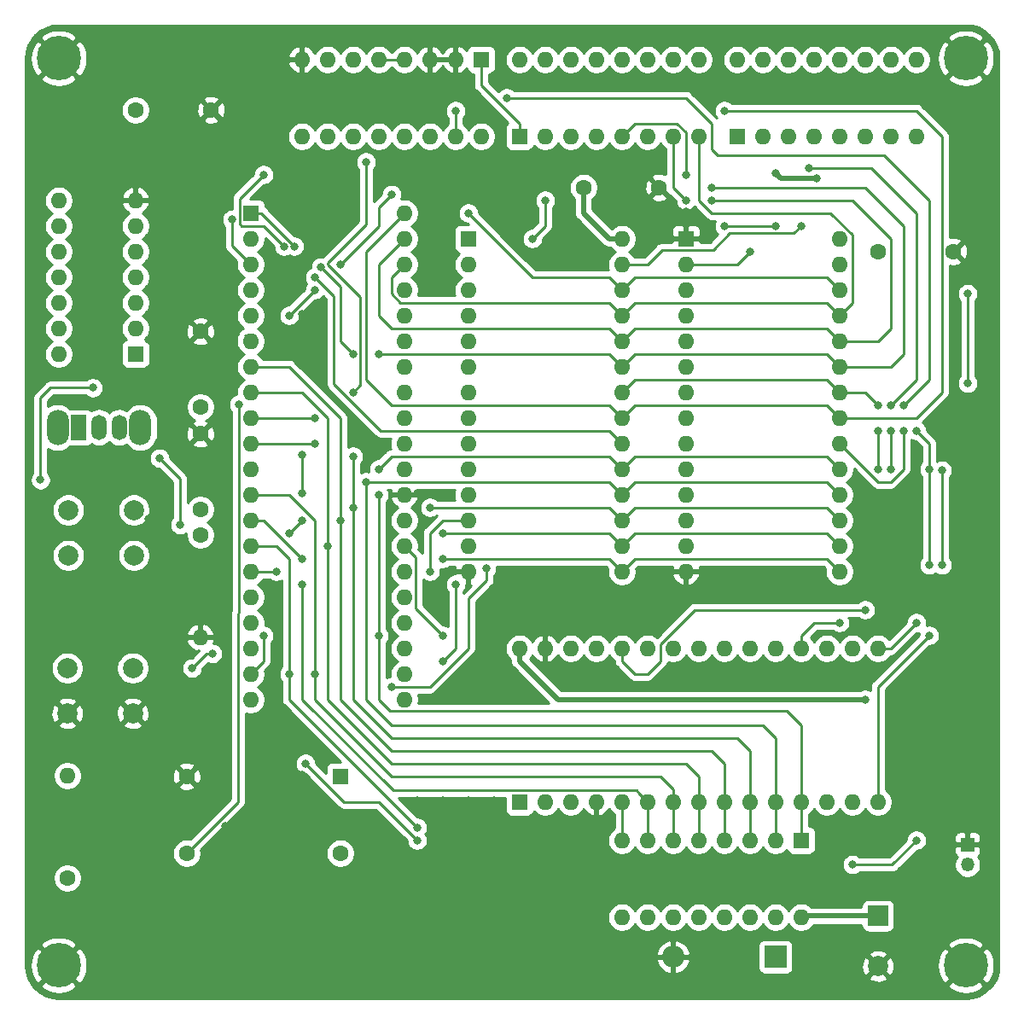
<source format=gbr>
G04 #@! TF.GenerationSoftware,KiCad,Pcbnew,5.1.5-52549c5~84~ubuntu19.10.1*
G04 #@! TF.CreationDate,2020-03-08T15:39:51+01:00*
G04 #@! TF.ProjectId,Z80_minimal,5a38305f-6d69-46e6-996d-616c2e6b6963,rev?*
G04 #@! TF.SameCoordinates,Original*
G04 #@! TF.FileFunction,Copper,L2,Bot*
G04 #@! TF.FilePolarity,Positive*
%FSLAX46Y46*%
G04 Gerber Fmt 4.6, Leading zero omitted, Abs format (unit mm)*
G04 Created by KiCad (PCBNEW 5.1.5-52549c5~84~ubuntu19.10.1) date 2020-03-08 15:39:51*
%MOMM*%
%LPD*%
G04 APERTURE LIST*
%ADD10R,1.600000X1.600000*%
%ADD11O,1.600000X1.600000*%
%ADD12C,4.400000*%
%ADD13C,1.600000*%
%ADD14C,2.000000*%
%ADD15R,1.500000X2.500000*%
%ADD16O,1.500000X2.500000*%
%ADD17O,2.200000X3.500000*%
%ADD18R,1.350000X1.350000*%
%ADD19O,1.350000X1.350000*%
%ADD20R,2.000000X2.000000*%
%ADD21R,2.200000X2.200000*%
%ADD22O,2.200000X2.200000*%
%ADD23C,0.800000*%
%ADD24C,0.250000*%
%ADD25C,0.500000*%
%ADD26C,0.254000*%
G04 APERTURE END LIST*
D10*
X121158000Y-65913000D03*
D11*
X136398000Y-114173000D03*
X121158000Y-68453000D03*
X136398000Y-111633000D03*
X121158000Y-70993000D03*
X136398000Y-109093000D03*
X121158000Y-73533000D03*
X136398000Y-106553000D03*
X121158000Y-76073000D03*
X136398000Y-104013000D03*
X121158000Y-78613000D03*
X136398000Y-101473000D03*
X121158000Y-81153000D03*
X136398000Y-98933000D03*
X121158000Y-83693000D03*
X136398000Y-96393000D03*
X121158000Y-86233000D03*
X136398000Y-93853000D03*
X121158000Y-88773000D03*
X136398000Y-91313000D03*
X121158000Y-91313000D03*
X136398000Y-88773000D03*
X121158000Y-93853000D03*
X136398000Y-86233000D03*
X121158000Y-96393000D03*
X136398000Y-83693000D03*
X121158000Y-98933000D03*
X136398000Y-81153000D03*
X121158000Y-101473000D03*
X136398000Y-78613000D03*
X121158000Y-104013000D03*
X136398000Y-76073000D03*
X121158000Y-106553000D03*
X136398000Y-73533000D03*
X121158000Y-109093000D03*
X136398000Y-70993000D03*
X121158000Y-111633000D03*
X136398000Y-68453000D03*
X121158000Y-114173000D03*
X136398000Y-65913000D03*
D12*
X102108000Y-140546000D03*
D11*
X157988000Y-68453000D03*
X142748000Y-101473000D03*
X157988000Y-70993000D03*
X142748000Y-98933000D03*
X157988000Y-73533000D03*
X142748000Y-96393000D03*
X157988000Y-76073000D03*
X142748000Y-93853000D03*
X157988000Y-78613000D03*
X142748000Y-91313000D03*
X157988000Y-81153000D03*
X142748000Y-88773000D03*
X157988000Y-83693000D03*
X142748000Y-86233000D03*
X157988000Y-86233000D03*
X142748000Y-83693000D03*
X157988000Y-88773000D03*
X142748000Y-81153000D03*
X157988000Y-91313000D03*
X142748000Y-78613000D03*
X157988000Y-93853000D03*
X142748000Y-76073000D03*
X157988000Y-96393000D03*
X142748000Y-73533000D03*
X157988000Y-98933000D03*
X142748000Y-70993000D03*
X157988000Y-101473000D03*
D10*
X142748000Y-68453000D03*
X147828000Y-124333000D03*
D11*
X180848000Y-109093000D03*
X150368000Y-124333000D03*
X178308000Y-109093000D03*
X152908000Y-124333000D03*
X175768000Y-109093000D03*
X155448000Y-124333000D03*
X173228000Y-109093000D03*
X157988000Y-124333000D03*
X170688000Y-109093000D03*
X160528000Y-124333000D03*
X168148000Y-109093000D03*
X163068000Y-124333000D03*
X165608000Y-109093000D03*
X165608000Y-124333000D03*
X163068000Y-109093000D03*
X168148000Y-124333000D03*
X160528000Y-109093000D03*
X170688000Y-124333000D03*
X157988000Y-109093000D03*
X173228000Y-124333000D03*
X155448000Y-109093000D03*
X175768000Y-124333000D03*
X152908000Y-109093000D03*
X178308000Y-124333000D03*
X150368000Y-109093000D03*
X180848000Y-124333000D03*
X147828000Y-109093000D03*
X183388000Y-124333000D03*
X183388000Y-109093000D03*
D13*
X102956000Y-131877000D03*
D11*
X102956000Y-121717000D03*
X116164000Y-108001000D03*
D13*
X116164000Y-97841000D03*
D11*
X169418000Y-50673000D03*
X187198000Y-58293000D03*
X171958000Y-50673000D03*
X184658000Y-58293000D03*
X174498000Y-50673000D03*
X182118000Y-58293000D03*
X177038000Y-50673000D03*
X179578000Y-58293000D03*
X179578000Y-50673000D03*
X177038000Y-58293000D03*
X182118000Y-50673000D03*
X174498000Y-58293000D03*
X184658000Y-50673000D03*
X171958000Y-58293000D03*
X187198000Y-50673000D03*
D10*
X169418000Y-58293000D03*
X147828000Y-58293000D03*
D11*
X165608000Y-50673000D03*
X150368000Y-58293000D03*
X163068000Y-50673000D03*
X152908000Y-58293000D03*
X160528000Y-50673000D03*
X155448000Y-58293000D03*
X157988000Y-50673000D03*
X157988000Y-58293000D03*
X155448000Y-50673000D03*
X160528000Y-58293000D03*
X152908000Y-50673000D03*
X163068000Y-58293000D03*
X150368000Y-50673000D03*
X165608000Y-58293000D03*
X147828000Y-50673000D03*
X175768000Y-135763000D03*
X157988000Y-128143000D03*
X173228000Y-135763000D03*
X160528000Y-128143000D03*
X170688000Y-135763000D03*
X163068000Y-128143000D03*
X168148000Y-135763000D03*
X165608000Y-128143000D03*
X165608000Y-135763000D03*
X168148000Y-128143000D03*
X163068000Y-135763000D03*
X170688000Y-128143000D03*
X160528000Y-135763000D03*
X173228000Y-128143000D03*
X157988000Y-135763000D03*
D10*
X175768000Y-128143000D03*
D14*
X102956000Y-115549000D03*
X102956000Y-111049000D03*
X109456000Y-115549000D03*
X109456000Y-111049000D03*
X103060000Y-99873000D03*
X103060000Y-95373000D03*
X109560000Y-99873000D03*
X109560000Y-95373000D03*
D15*
X104099000Y-87173000D03*
D16*
X106099000Y-87173000D03*
X108099000Y-87173000D03*
D17*
X101999000Y-87173000D03*
X110199000Y-87173000D03*
D10*
X164338000Y-68453000D03*
D11*
X179578000Y-101473000D03*
X164338000Y-70993000D03*
X179578000Y-98933000D03*
X164338000Y-73533000D03*
X179578000Y-96393000D03*
X164338000Y-76073000D03*
X179578000Y-93853000D03*
X164338000Y-78613000D03*
X179578000Y-91313000D03*
X164338000Y-81153000D03*
X179578000Y-88773000D03*
X164338000Y-83693000D03*
X179578000Y-86233000D03*
X164338000Y-86233000D03*
X179578000Y-83693000D03*
X164338000Y-88773000D03*
X179578000Y-81153000D03*
X164338000Y-91313000D03*
X179578000Y-78613000D03*
X164338000Y-93853000D03*
X179578000Y-76073000D03*
X164338000Y-96393000D03*
X179578000Y-73533000D03*
X164338000Y-98933000D03*
X179578000Y-70993000D03*
X164338000Y-101473000D03*
X179578000Y-68453000D03*
D10*
X144018000Y-50673000D03*
D11*
X126238000Y-58293000D03*
X141478000Y-50673000D03*
X128778000Y-58293000D03*
X138938000Y-50673000D03*
X131318000Y-58293000D03*
X136398000Y-50673000D03*
X133858000Y-58293000D03*
X133858000Y-50673000D03*
X136398000Y-58293000D03*
X131318000Y-50673000D03*
X138938000Y-58293000D03*
X128778000Y-50673000D03*
X141478000Y-58293000D03*
X126238000Y-50673000D03*
X144018000Y-58293000D03*
D10*
X109728000Y-79883000D03*
D11*
X102108000Y-64643000D03*
X109728000Y-77343000D03*
X102108000Y-67183000D03*
X109728000Y-74803000D03*
X102108000Y-69723000D03*
X109728000Y-72263000D03*
X102108000Y-72263000D03*
X109728000Y-69723000D03*
X102108000Y-74803000D03*
X109728000Y-67183000D03*
X102108000Y-77343000D03*
X109728000Y-64643000D03*
X102108000Y-79883000D03*
D10*
X130048000Y-121793000D03*
D13*
X130048000Y-129413000D03*
X114808000Y-129413000D03*
X114808000Y-121793000D03*
X116164000Y-95301000D03*
X116164000Y-87801000D03*
X183388000Y-69723000D03*
X190888000Y-69723000D03*
X154178000Y-63373000D03*
X161678000Y-63373000D03*
X116164000Y-77641000D03*
X116164000Y-85141000D03*
X109728000Y-55677000D03*
X117228000Y-55677000D03*
D18*
X192278000Y-128556000D03*
D19*
X192278000Y-130556000D03*
D20*
X183388000Y-135636000D03*
D14*
X183388000Y-140636000D03*
D21*
X173228000Y-139700000D03*
D22*
X163068000Y-139700000D03*
D12*
X102108000Y-50546000D03*
X192108000Y-50546000D03*
X192108000Y-140546000D03*
D23*
X147828000Y-101346000D03*
X150368000Y-101346000D03*
X152908000Y-101346000D03*
X155448000Y-101346000D03*
X160528000Y-101346000D03*
X166878000Y-101346000D03*
X169418000Y-101346000D03*
X171958000Y-101346000D03*
X174498000Y-101346000D03*
X177038000Y-101346000D03*
X166878000Y-103886000D03*
X169418000Y-103886000D03*
X171958000Y-103886000D03*
X174498000Y-103886000D03*
X177038000Y-103886000D03*
X105918000Y-141986000D03*
X108458000Y-141986000D03*
X110998000Y-141986000D03*
X113538000Y-141986000D03*
X116078000Y-141986000D03*
X118618000Y-141986000D03*
X121158000Y-141986000D03*
X123698000Y-141986000D03*
X126238000Y-141986000D03*
X128778000Y-141986000D03*
X131318000Y-141986000D03*
X133858000Y-141986000D03*
X136398000Y-141986000D03*
X138938000Y-141986000D03*
X141478000Y-141986000D03*
X144018000Y-141986000D03*
X146558000Y-141986000D03*
X149098000Y-141986000D03*
X151638000Y-141986000D03*
X154178000Y-141986000D03*
X156718000Y-141986000D03*
X159258000Y-141986000D03*
X161798000Y-141986000D03*
X164338000Y-141986000D03*
X166878000Y-141986000D03*
X169418000Y-141986000D03*
X171958000Y-141986000D03*
X174498000Y-141986000D03*
X177038000Y-141986000D03*
X179578000Y-141986000D03*
X182118000Y-141986000D03*
X184658000Y-141986000D03*
X187198000Y-141986000D03*
X105918000Y-139446000D03*
X108458000Y-139446000D03*
X110998000Y-139446000D03*
X113538000Y-139446000D03*
X116078000Y-139446000D03*
X118618000Y-139446000D03*
X121158000Y-139446000D03*
X123698000Y-139446000D03*
X126238000Y-139446000D03*
X128778000Y-139446000D03*
X131318000Y-139446000D03*
X133858000Y-139446000D03*
X136398000Y-139446000D03*
X138938000Y-139446000D03*
X141478000Y-139446000D03*
X144018000Y-139446000D03*
X146558000Y-139446000D03*
X149098000Y-139446000D03*
X151638000Y-139446000D03*
X154178000Y-139446000D03*
X156718000Y-139446000D03*
X159258000Y-139446000D03*
X166878000Y-139446000D03*
X169418000Y-139446000D03*
X177038000Y-139446000D03*
X179578000Y-139446000D03*
X182118000Y-139446000D03*
X184658000Y-139446000D03*
X187198000Y-139446000D03*
X105918000Y-136906000D03*
X108458000Y-136906000D03*
X110998000Y-136906000D03*
X113538000Y-136906000D03*
X116078000Y-136906000D03*
X118618000Y-136906000D03*
X121158000Y-136906000D03*
X123698000Y-136906000D03*
X126238000Y-136906000D03*
X128778000Y-136906000D03*
X131318000Y-136906000D03*
X133858000Y-136906000D03*
X136398000Y-136906000D03*
X138938000Y-136906000D03*
X141478000Y-136906000D03*
X144018000Y-136906000D03*
X146558000Y-136906000D03*
X149098000Y-136906000D03*
X151638000Y-136906000D03*
X154178000Y-136906000D03*
X154178000Y-134366000D03*
X151638000Y-134366000D03*
X149098000Y-134366000D03*
X146558000Y-134366000D03*
X144018000Y-134366000D03*
X141478000Y-134366000D03*
X138938000Y-134366000D03*
X136398000Y-134366000D03*
X133858000Y-134366000D03*
X131318000Y-134366000D03*
X128778000Y-134366000D03*
X126238000Y-134366000D03*
X123698000Y-134366000D03*
X121158000Y-134366000D03*
X121158000Y-131826000D03*
X123698000Y-131826000D03*
X126238000Y-131826000D03*
X128778000Y-131826000D03*
X131318000Y-131826000D03*
X133858000Y-131826000D03*
X136398000Y-131826000D03*
X138938000Y-131826000D03*
X141478000Y-131826000D03*
X144018000Y-131826000D03*
X146558000Y-131826000D03*
X149098000Y-131826000D03*
X151638000Y-131826000D03*
X154178000Y-131826000D03*
X103378000Y-136906000D03*
X100838000Y-136906000D03*
X100838000Y-134366000D03*
X103378000Y-134366000D03*
X105918000Y-134366000D03*
X116078000Y-134366000D03*
X113538000Y-134366000D03*
X110998000Y-134366000D03*
X110998000Y-129286000D03*
X110998000Y-126746000D03*
X113538000Y-126746000D03*
X118618000Y-129286000D03*
X116078000Y-126746000D03*
X179578000Y-136906000D03*
X187198000Y-136906000D03*
X159258000Y-131826000D03*
X161798000Y-131826000D03*
X164338000Y-131826000D03*
X166878000Y-131826000D03*
X169418000Y-131826000D03*
X171958000Y-131826000D03*
X174498000Y-131826000D03*
X177038000Y-131826000D03*
X179578000Y-131826000D03*
X182118000Y-131826000D03*
X184658000Y-131826000D03*
X179578000Y-134366000D03*
X189738000Y-136906000D03*
X192278000Y-136906000D03*
X194818000Y-136906000D03*
X194818000Y-134366000D03*
X192278000Y-134366000D03*
X189738000Y-134366000D03*
X187198000Y-134366000D03*
X187198000Y-131826000D03*
X189738000Y-131826000D03*
X194818000Y-131826000D03*
X194818000Y-129286000D03*
X194818000Y-126746000D03*
X194818000Y-124206000D03*
X194818000Y-121666000D03*
X194818000Y-119126000D03*
X194818000Y-116586000D03*
X194818000Y-114046000D03*
X194818000Y-111506000D03*
X194818000Y-108966000D03*
X194818000Y-106426000D03*
X194818000Y-103886000D03*
X192278000Y-103886000D03*
X192278000Y-106426000D03*
X192278000Y-108966000D03*
X192278000Y-111506000D03*
X192278000Y-114046000D03*
X192278000Y-116586000D03*
X192278000Y-119126000D03*
X192278000Y-121666000D03*
X192278000Y-124206000D03*
X192278000Y-126746000D03*
X189738000Y-129286000D03*
X189738000Y-126746000D03*
X189738000Y-124206000D03*
X189738000Y-121666000D03*
X189738000Y-119126000D03*
X189738000Y-116586000D03*
X189738000Y-114046000D03*
X189738000Y-111506000D03*
X189738000Y-108966000D03*
X192278000Y-101346000D03*
X192278000Y-98806000D03*
X192278000Y-96266000D03*
X192278000Y-93726000D03*
X192278000Y-91186000D03*
X192278000Y-88646000D03*
X194818000Y-101346000D03*
X194818000Y-98806000D03*
X194818000Y-96266000D03*
X194818000Y-93726000D03*
X194818000Y-91186000D03*
X194818000Y-88646000D03*
X194818000Y-86106000D03*
X194818000Y-83566000D03*
X194818000Y-81026000D03*
X194818000Y-78486000D03*
X194818000Y-75946000D03*
X194818000Y-73406000D03*
X194818000Y-70866000D03*
X194818000Y-68326000D03*
X194818000Y-65786000D03*
X194818000Y-63246000D03*
X194818000Y-60706000D03*
X194818000Y-58166000D03*
X194818000Y-55626000D03*
X194818000Y-53086000D03*
X192278000Y-55626000D03*
X192278000Y-58166000D03*
X192278000Y-60706000D03*
X189738000Y-55626000D03*
X189738000Y-53086000D03*
X187198000Y-53086000D03*
X184658000Y-53086000D03*
X182118000Y-53086000D03*
X179578000Y-53086000D03*
X177038000Y-53086000D03*
X171958000Y-53086000D03*
X169418000Y-53086000D03*
X166878000Y-53086000D03*
X164338000Y-53086000D03*
X161798000Y-53086000D03*
X159258000Y-53086000D03*
X156718000Y-53086000D03*
X187198000Y-48006000D03*
X184658000Y-48006000D03*
X182118000Y-48006000D03*
X179578000Y-48006000D03*
X177038000Y-48006000D03*
X174498000Y-48006000D03*
X171958000Y-48006000D03*
X169418000Y-48006000D03*
X166878000Y-48006000D03*
X164338000Y-48006000D03*
X161798000Y-48006000D03*
X159258000Y-48006000D03*
X156718000Y-48006000D03*
X154178000Y-48006000D03*
X151638000Y-48006000D03*
X149098000Y-48006000D03*
X146558000Y-48006000D03*
X144018000Y-48006000D03*
X141478000Y-48006000D03*
X138938000Y-48006000D03*
X136398000Y-48006000D03*
X133858000Y-48006000D03*
X131318000Y-48006000D03*
X128778000Y-48006000D03*
X126238000Y-48006000D03*
X123698000Y-48006000D03*
X121158000Y-48006000D03*
X118618000Y-48006000D03*
X116078000Y-48006000D03*
X113538000Y-48006000D03*
X110998000Y-48006000D03*
X108458000Y-48006000D03*
X105918000Y-48006000D03*
X105918000Y-50546000D03*
X108458000Y-50546000D03*
X105918000Y-53086000D03*
X108458000Y-53086000D03*
X118618000Y-50546000D03*
X116078000Y-50546000D03*
X113538000Y-53086000D03*
X116078000Y-53086000D03*
X118618000Y-53086000D03*
X108458000Y-58166000D03*
X113538000Y-58166000D03*
X110998000Y-58166000D03*
X116078000Y-58166000D03*
X118618000Y-58166000D03*
X116078000Y-60706000D03*
X113538000Y-60706000D03*
X110998000Y-60706000D03*
X108458000Y-60706000D03*
X105918000Y-60706000D03*
X105918000Y-63246000D03*
X108458000Y-63246000D03*
X110998000Y-63246000D03*
X113538000Y-63246000D03*
X116078000Y-63246000D03*
X116078000Y-65786000D03*
X113538000Y-65786000D03*
X116078000Y-68326000D03*
X113538000Y-68326000D03*
X113538000Y-70866000D03*
X116078000Y-70866000D03*
X113538000Y-73406000D03*
X105918000Y-65786000D03*
X105918000Y-68326000D03*
X105918000Y-70866000D03*
X105918000Y-73406000D03*
X105918000Y-78486000D03*
X105918000Y-81026000D03*
X123698000Y-50546000D03*
X123698000Y-53086000D03*
X123698000Y-55626000D03*
X123698000Y-58166000D03*
X123698000Y-60706000D03*
X126238000Y-53086000D03*
X128778000Y-53086000D03*
X131318000Y-53086000D03*
X126238000Y-55626000D03*
X128778000Y-55626000D03*
X131318000Y-55626000D03*
X136398000Y-53086000D03*
X138938000Y-53086000D03*
X141478000Y-53086000D03*
X146558000Y-53086000D03*
X136398000Y-55626000D03*
X138938000Y-55626000D03*
X144018000Y-55626000D03*
X149098000Y-53086000D03*
X151638000Y-53086000D03*
X123698000Y-63246000D03*
X126238000Y-63246000D03*
X128778000Y-63246000D03*
X121158000Y-121666000D03*
X123698000Y-121666000D03*
X126238000Y-121666000D03*
X126238000Y-124206000D03*
X123698000Y-124206000D03*
X121158000Y-124206000D03*
X121158000Y-126746000D03*
X123698000Y-126746000D03*
X126238000Y-126746000D03*
X128778000Y-126746000D03*
X128778000Y-124206000D03*
X131318000Y-126746000D03*
X133858000Y-126746000D03*
X137668000Y-124206000D03*
X140208000Y-124206000D03*
X142748000Y-124206000D03*
X145288000Y-124206000D03*
X184658000Y-126746000D03*
X182118000Y-126746000D03*
X179578000Y-126746000D03*
X179578000Y-129286000D03*
X182118000Y-129286000D03*
X184658000Y-129286000D03*
X187198000Y-103886000D03*
X184658000Y-103886000D03*
X187198000Y-101346000D03*
X187198000Y-98806000D03*
X187198000Y-96266000D03*
X187198000Y-93726000D03*
X182118000Y-101346000D03*
X182118000Y-98806000D03*
X182118000Y-96266000D03*
X182118000Y-93726000D03*
X182118000Y-111506000D03*
X179578000Y-111506000D03*
X126238000Y-60706000D03*
X128778000Y-60706000D03*
X138938000Y-60706000D03*
X141478000Y-60706000D03*
X144018000Y-60706000D03*
X146558000Y-60706000D03*
X146558000Y-63246000D03*
X144018000Y-63246000D03*
X141478000Y-63246000D03*
X138938000Y-63246000D03*
X136398000Y-63246000D03*
X159258000Y-60706000D03*
X156718000Y-60706000D03*
X156718000Y-63246000D03*
X159258000Y-63246000D03*
X159258000Y-65786000D03*
X156718000Y-65786000D03*
X161798000Y-65786000D03*
X161798000Y-60706000D03*
X164338000Y-65786000D03*
X166878000Y-68326000D03*
X161798000Y-68326000D03*
X113538000Y-81026000D03*
X184658000Y-121666000D03*
X184658000Y-119126000D03*
X140208000Y-93726000D03*
X137668000Y-93726000D03*
X123698000Y-70866000D03*
X123698000Y-73406000D03*
X123698000Y-78486000D03*
X126238000Y-75946000D03*
X126238000Y-78486000D03*
X126238000Y-81026000D03*
X126238000Y-73406000D03*
X132588000Y-88646000D03*
X108458000Y-134366000D03*
X118618000Y-134366000D03*
X103378000Y-60706000D03*
X103378000Y-58166000D03*
X100838000Y-58166000D03*
X100838000Y-60706000D03*
X121157640Y-50551280D03*
X121157640Y-53091280D03*
X121157640Y-55631280D03*
X121157640Y-58171280D03*
X121157640Y-60711280D03*
X118617640Y-60711280D03*
X118617640Y-63251280D03*
X108457640Y-65791280D03*
X108457640Y-68331280D03*
X108457640Y-70871280D03*
X108457640Y-73411280D03*
X105917640Y-75951280D03*
X103377640Y-63251280D03*
X100837640Y-63251280D03*
X100837640Y-65791280D03*
X100837640Y-68331280D03*
X100837640Y-70871280D03*
X100837640Y-73411280D03*
X100837640Y-75951280D03*
X100837640Y-78491280D03*
X116077640Y-73411280D03*
X118617640Y-73411280D03*
X118617640Y-75951280D03*
X116077640Y-75951280D03*
X113537640Y-75951280D03*
X110997640Y-75951280D03*
X110997640Y-73411280D03*
X110997640Y-70871280D03*
X110997640Y-68331280D03*
X110997640Y-65791280D03*
X110997640Y-78491280D03*
X113537640Y-78491280D03*
X118617640Y-78491280D03*
X116077640Y-81031280D03*
X118617640Y-81031280D03*
X118617640Y-86111280D03*
X118617640Y-88651280D03*
X103377640Y-55631280D03*
X100837640Y-55631280D03*
X105917640Y-55631280D03*
X110997640Y-50551280D03*
X113537640Y-50551280D03*
X108457640Y-129291280D03*
X105917640Y-129291280D03*
X105917640Y-126751280D03*
X108457640Y-126751280D03*
X110997640Y-124211280D03*
X110997640Y-121671280D03*
X110997640Y-119131280D03*
X113537640Y-124211280D03*
X116077640Y-124211280D03*
X118617640Y-124211280D03*
X118617640Y-121671280D03*
X113537640Y-119131280D03*
X116077640Y-119131280D03*
X108457640Y-124211280D03*
X108457640Y-121671280D03*
X108457640Y-119131280D03*
X105917640Y-119131280D03*
X105917640Y-121671280D03*
X105917640Y-124211280D03*
X103377640Y-129291280D03*
X103377640Y-126751280D03*
X103377640Y-124211280D03*
X100837640Y-124211280D03*
X100837640Y-126751280D03*
X113537640Y-116591280D03*
X113537640Y-114051280D03*
X110997640Y-114051280D03*
X110997640Y-116591280D03*
X105917640Y-116591280D03*
X105917640Y-114051280D03*
X108457640Y-114051280D03*
X118617640Y-126751280D03*
X100837640Y-121671280D03*
X100837640Y-119131280D03*
X100837640Y-116591280D03*
X100837640Y-114051280D03*
X100837640Y-111511280D03*
X100837640Y-108971280D03*
X100837640Y-106431280D03*
X100837640Y-103891280D03*
X100837640Y-101351280D03*
X103377640Y-108971280D03*
X105917640Y-108971280D03*
X108457640Y-108971280D03*
X110997640Y-108971280D03*
X110997640Y-106431280D03*
X108457640Y-106431280D03*
X105917640Y-106431280D03*
X103377640Y-106431280D03*
X103377640Y-103891280D03*
X105917640Y-103891280D03*
X108457640Y-103891280D03*
X110997640Y-103891280D03*
X110997640Y-101351280D03*
X110997640Y-98811280D03*
X110997640Y-96271280D03*
X105917640Y-96271280D03*
X105917640Y-98811280D03*
X100837640Y-96271280D03*
X116077640Y-101351280D03*
X116077640Y-103891280D03*
X116077640Y-106431280D03*
X185928000Y-87503000D03*
X185928000Y-84963000D03*
X146558000Y-54483000D03*
X141478000Y-55753000D03*
X182118000Y-114173000D03*
X177292000Y-62484000D03*
X173228000Y-61976000D03*
X131318000Y-79883000D03*
X133858000Y-79883000D03*
X166878000Y-63373000D03*
X164338000Y-62103000D03*
X125480653Y-69210347D03*
X128104854Y-71262258D03*
X170688000Y-69723000D03*
X142748000Y-65913000D03*
X119307999Y-66548000D03*
X168148000Y-67183000D03*
X173228000Y-67183000D03*
X150368000Y-64643000D03*
X149098000Y-68453000D03*
X135128000Y-64062999D03*
X130048000Y-70993000D03*
X127508000Y-73533000D03*
X124968000Y-76073000D03*
X188468000Y-107823000D03*
X189738000Y-100838000D03*
X189738000Y-91440000D03*
X192278000Y-82804000D03*
X192278000Y-73914000D03*
X187198000Y-87503000D03*
X188468000Y-91313000D03*
X187198000Y-106553000D03*
X188468000Y-100838000D03*
X188468000Y-91313000D03*
X164338000Y-64643000D03*
X166878000Y-64643000D03*
X168148000Y-55753000D03*
X130048000Y-96393000D03*
X140208000Y-97663000D03*
X128778000Y-98933000D03*
X140208000Y-100203000D03*
X127508000Y-86233000D03*
X131318000Y-90043000D03*
X131318000Y-95123000D03*
X138938000Y-95123000D03*
X127508000Y-88773000D03*
X132588000Y-92583000D03*
X135128000Y-112903000D03*
X127508000Y-111633000D03*
X144562999Y-101145001D03*
X133858000Y-93853000D03*
X126238000Y-100203000D03*
X133858000Y-107823000D03*
X133858000Y-91313000D03*
X140208000Y-110363000D03*
X124968000Y-111633000D03*
X141478000Y-102743000D03*
X137668000Y-126873000D03*
X123698000Y-101473000D03*
X126238000Y-102743000D03*
X138938000Y-101473000D03*
X122428000Y-62103000D03*
X124460000Y-69215000D03*
X127508000Y-72263000D03*
X105496000Y-83236000D03*
X100289000Y-92380000D03*
X119974000Y-84887000D03*
X140208000Y-107823000D03*
X131318000Y-83693000D03*
X126238000Y-96393000D03*
X124968000Y-97663000D03*
X122428000Y-107823000D03*
X132588000Y-60833000D03*
X126238000Y-93726000D03*
X126238000Y-89916000D03*
X115353000Y-111049000D03*
X117348000Y-109611000D03*
X175768000Y-67183000D03*
X184658000Y-84963000D03*
X184658000Y-87503000D03*
X184658000Y-91313000D03*
X179578000Y-106553000D03*
X176530003Y-61467997D03*
X183388000Y-91313000D03*
X183388000Y-87503000D03*
X183388000Y-84963000D03*
X187198000Y-128143000D03*
X126592998Y-120523000D03*
X137668000Y-128143000D03*
X182118000Y-105283000D03*
X180848000Y-130556000D03*
X114132000Y-96825000D03*
X112100000Y-90221000D03*
D24*
X141478000Y-55753000D02*
X141478000Y-58293000D01*
X185928000Y-89846002D02*
X185928000Y-87503000D01*
X185928000Y-91313000D02*
X185928000Y-89846002D01*
X184658000Y-92583000D02*
X185928000Y-91313000D01*
X179578000Y-88773000D02*
X183388000Y-92583000D01*
X183388000Y-92583000D02*
X184658000Y-92583000D01*
X147123685Y-54483000D02*
X146558000Y-54483000D01*
X164338000Y-54483000D02*
X147123685Y-54483000D01*
X166878000Y-59563000D02*
X166878000Y-57023000D01*
X188468000Y-82423000D02*
X188468000Y-64643000D01*
X166878000Y-57023000D02*
X164338000Y-54483000D01*
X184023000Y-60198000D02*
X167513000Y-60198000D01*
X185928000Y-84963000D02*
X188468000Y-82423000D01*
X188468000Y-64643000D02*
X184023000Y-60198000D01*
X167513000Y-60198000D02*
X166878000Y-59563000D01*
D25*
X147828000Y-109093000D02*
X147828000Y-110363000D01*
X147828000Y-110363000D02*
X151638000Y-114173000D01*
X151638000Y-114173000D02*
X182118000Y-114173000D01*
X157988000Y-68453000D02*
X156718000Y-68453000D01*
X154178000Y-65913000D02*
X154178000Y-63373000D01*
X156718000Y-68453000D02*
X154178000Y-65913000D01*
X175895000Y-135636000D02*
X175768000Y-135763000D01*
X183388000Y-135636000D02*
X175895000Y-135636000D01*
X173627999Y-62375999D02*
X173228000Y-61976000D01*
X177292000Y-62484000D02*
X173736000Y-62484000D01*
X173736000Y-62484000D02*
X173627999Y-62375999D01*
D24*
X178308000Y-79883000D02*
X179578000Y-81153000D01*
X121158000Y-65913000D02*
X122208000Y-65913000D01*
X164338000Y-57897998D02*
X163463002Y-57023000D01*
X164338000Y-60833000D02*
X164338000Y-57897998D01*
X163463002Y-57023000D02*
X159258000Y-57023000D01*
X159258000Y-57023000D02*
X157988000Y-58293000D01*
X156718000Y-79883000D02*
X157988000Y-81153000D01*
X133858000Y-79883000D02*
X156718000Y-79883000D01*
X157988000Y-81153000D02*
X159258000Y-79883000D01*
X159258000Y-79883000D02*
X178308000Y-79883000D01*
X164338000Y-60833000D02*
X164338000Y-62103000D01*
X184658000Y-81153000D02*
X179578000Y-81153000D01*
X185928000Y-79883000D02*
X184658000Y-81153000D01*
X185928000Y-67183000D02*
X185928000Y-79883000D01*
X166878000Y-63373000D02*
X182118000Y-63373000D01*
X182118000Y-63373000D02*
X185928000Y-67183000D01*
X122208000Y-65913000D02*
X122208000Y-65937694D01*
X122208000Y-65937694D02*
X125480653Y-69210347D01*
X130048000Y-78613000D02*
X131318000Y-79883000D01*
X128104854Y-71262258D02*
X130048000Y-73205404D01*
X130048000Y-73205404D02*
X130048000Y-78613000D01*
X164338000Y-70993000D02*
X169418000Y-70993000D01*
X169418000Y-70993000D02*
X170688000Y-69723000D01*
X147828000Y-70993000D02*
X149098000Y-72263000D01*
X156718000Y-72263000D02*
X157988000Y-73533000D01*
X149098000Y-72263000D02*
X156718000Y-72263000D01*
X157988000Y-73533000D02*
X159258000Y-72263000D01*
X147828000Y-70993000D02*
X142748000Y-65913000D01*
X119307999Y-69142999D02*
X121158000Y-70993000D01*
X119307999Y-66548000D02*
X119307999Y-69142999D01*
X178308000Y-72263000D02*
X179578000Y-73533000D01*
X159258000Y-72263000D02*
X178308000Y-72263000D01*
X150368000Y-64643000D02*
X150368000Y-67183000D01*
X150368000Y-67183000D02*
X149098000Y-68453000D01*
X168148000Y-67183000D02*
X173228000Y-67183000D01*
X147828000Y-58293000D02*
X147828000Y-57023000D01*
X144018000Y-53213000D02*
X144018000Y-50673000D01*
X147828000Y-57023000D02*
X144018000Y-53213000D01*
X133858000Y-67183000D02*
X133858000Y-65913000D01*
X133858000Y-65913000D02*
X133858000Y-65332999D01*
X133858000Y-65332999D02*
X135128000Y-64062999D01*
X130048000Y-70993000D02*
X133858000Y-67183000D01*
X127508000Y-73533000D02*
X124968000Y-76073000D01*
X183388000Y-124333000D02*
X183388000Y-112903000D01*
X183388000Y-112903000D02*
X184658000Y-111633000D01*
X184658000Y-111633000D02*
X188468000Y-107823000D01*
X189738000Y-100838000D02*
X189738000Y-91440000D01*
X192278000Y-82804000D02*
X192278000Y-73914000D01*
X183388000Y-109093000D02*
X184658000Y-109093000D01*
X188468000Y-88773000D02*
X187198000Y-87503000D01*
X188468000Y-88773000D02*
X188468000Y-91313000D01*
X184658000Y-109093000D02*
X187198000Y-106553000D01*
X188468000Y-100838000D02*
X188468000Y-95250000D01*
X188468000Y-95250000D02*
X188468000Y-91313000D01*
X165608000Y-64643000D02*
X166878000Y-65913000D01*
X165608000Y-58293000D02*
X165608000Y-64643000D01*
X136398000Y-70993000D02*
X135128000Y-72263000D01*
X135128000Y-73928002D02*
X136002998Y-74803000D01*
X135128000Y-72263000D02*
X135128000Y-73928002D01*
X156718000Y-74803000D02*
X157988000Y-76073000D01*
X136002998Y-74803000D02*
X156718000Y-74803000D01*
X157988000Y-76073000D02*
X159258000Y-74803000D01*
X179578000Y-76073000D02*
X180848000Y-74803000D01*
X180848000Y-74803000D02*
X180848000Y-69723000D01*
X180848000Y-68057998D02*
X178703002Y-65913000D01*
X180848000Y-69723000D02*
X180848000Y-68057998D01*
X178703002Y-65913000D02*
X178308000Y-65913000D01*
X178308000Y-65913000D02*
X166878000Y-65913000D01*
X178308000Y-74803000D02*
X179578000Y-76073000D01*
X159258000Y-74803000D02*
X178308000Y-74803000D01*
X163068000Y-58293000D02*
X163068000Y-63373000D01*
X163068000Y-63373000D02*
X164338000Y-64643000D01*
X136398000Y-68453000D02*
X133858000Y-70993000D01*
X133858000Y-70993000D02*
X133858000Y-76073000D01*
X133858000Y-76073000D02*
X135128000Y-77343000D01*
X136398000Y-77343000D02*
X156718000Y-77343000D01*
X156718000Y-77343000D02*
X157988000Y-78613000D01*
X136398000Y-77343000D02*
X136793002Y-77343000D01*
X135128000Y-77343000D02*
X136398000Y-77343000D01*
X178308000Y-77343000D02*
X178778001Y-77813001D01*
X157988000Y-78613000D02*
X159258000Y-77343000D01*
X178778001Y-77813001D02*
X179578000Y-78613000D01*
X159258000Y-77343000D02*
X178308000Y-77343000D01*
X183388000Y-78613000D02*
X179578000Y-78613000D01*
X184658000Y-77343000D02*
X183388000Y-78613000D01*
X166878000Y-64643000D02*
X180848000Y-64643000D01*
X180848000Y-64643000D02*
X184658000Y-68453000D01*
X184658000Y-68453000D02*
X184658000Y-77343000D01*
X178308000Y-84963000D02*
X179578000Y-86233000D01*
X132588000Y-82423000D02*
X135128000Y-84963000D01*
X136398000Y-65913000D02*
X132588000Y-69723000D01*
X132588000Y-69723000D02*
X132588000Y-82423000D01*
X156718000Y-84963000D02*
X157988000Y-86233000D01*
X135128000Y-84963000D02*
X156718000Y-84963000D01*
X157988000Y-86233000D02*
X159258000Y-84963000D01*
X159258000Y-84963000D02*
X178308000Y-84963000D01*
X187198000Y-55753000D02*
X168148000Y-55753000D01*
X189738000Y-58293000D02*
X187198000Y-55753000D01*
X189738000Y-83693000D02*
X189738000Y-58293000D01*
X179578000Y-86233000D02*
X187198000Y-86233000D01*
X187198000Y-86233000D02*
X189738000Y-83693000D01*
X178308000Y-97663000D02*
X179578000Y-98933000D01*
X168148000Y-120523000D02*
X168148000Y-124333000D01*
X166878000Y-119253000D02*
X168148000Y-120523000D01*
X135128000Y-119253000D02*
X166878000Y-119253000D01*
X121158000Y-81153000D02*
X124968000Y-81153000D01*
X124968000Y-81153000D02*
X130048000Y-86233000D01*
X130048000Y-114173000D02*
X135128000Y-119253000D01*
X168148000Y-124333000D02*
X168148000Y-128143000D01*
X130048000Y-98933000D02*
X130048000Y-114173000D01*
X130048000Y-86233000D02*
X130048000Y-98933000D01*
X156718000Y-97663000D02*
X157988000Y-98933000D01*
X157988000Y-98933000D02*
X159258000Y-97663000D01*
X159258000Y-97663000D02*
X178308000Y-97663000D01*
X140208000Y-97663000D02*
X156718000Y-97663000D01*
X178308000Y-100203000D02*
X179578000Y-101473000D01*
X164338000Y-120523000D02*
X165608000Y-121793000D01*
X121158000Y-83693000D02*
X126238000Y-83693000D01*
X126238000Y-83693000D02*
X128778000Y-86233000D01*
X165608000Y-121793000D02*
X165608000Y-124333000D01*
X135128000Y-120523000D02*
X164338000Y-120523000D01*
X128778000Y-114173000D02*
X135128000Y-120523000D01*
X165608000Y-124333000D02*
X165608000Y-128143000D01*
X128778000Y-101473000D02*
X128778000Y-114173000D01*
X128778000Y-86233000D02*
X128778000Y-101473000D01*
X157988000Y-101473000D02*
X156718000Y-100203000D01*
X157988000Y-101473000D02*
X159258000Y-100203000D01*
X159258000Y-100203000D02*
X178308000Y-100203000D01*
X140208000Y-100203000D02*
X156718000Y-100203000D01*
X178308000Y-95123000D02*
X179578000Y-96393000D01*
X121158000Y-86233000D02*
X127508000Y-86233000D01*
X170688000Y-119253000D02*
X170688000Y-124333000D01*
X135128000Y-117983000D02*
X169418000Y-117983000D01*
X169418000Y-117983000D02*
X170688000Y-119253000D01*
X131318000Y-114173000D02*
X135128000Y-117983000D01*
X170688000Y-124333000D02*
X170688000Y-128143000D01*
X131318000Y-95123000D02*
X131318000Y-114173000D01*
X131318000Y-90043000D02*
X131318000Y-95123000D01*
X156718000Y-95123000D02*
X157988000Y-96393000D01*
X138938000Y-95123000D02*
X156718000Y-95123000D01*
X157988000Y-96393000D02*
X159258000Y-95123000D01*
X159258000Y-95123000D02*
X178308000Y-95123000D01*
X178308000Y-92583000D02*
X179578000Y-93853000D01*
X121158000Y-88773000D02*
X127508000Y-88773000D01*
X173228000Y-117983000D02*
X173228000Y-124333000D01*
X171958000Y-116713000D02*
X173228000Y-117983000D01*
X135128000Y-116713000D02*
X171958000Y-116713000D01*
X132588000Y-92583000D02*
X132588000Y-114173000D01*
X132588000Y-114173000D02*
X135128000Y-116713000D01*
X173228000Y-124333000D02*
X173228000Y-128143000D01*
X156718000Y-92583000D02*
X157988000Y-93853000D01*
X132588000Y-92583000D02*
X156718000Y-92583000D01*
X157988000Y-93853000D02*
X159258000Y-92583000D01*
X159258000Y-92583000D02*
X178308000Y-92583000D01*
X163068000Y-123063000D02*
X163068000Y-124333000D01*
X161798000Y-121793000D02*
X163068000Y-123063000D01*
X124968000Y-93853000D02*
X127508000Y-96393000D01*
X121158000Y-93853000D02*
X124968000Y-93853000D01*
X127508000Y-114173000D02*
X135128000Y-121793000D01*
X135128000Y-121793000D02*
X161798000Y-121793000D01*
X163068000Y-124333000D02*
X163068000Y-128143000D01*
X142748000Y-109093000D02*
X138938000Y-112903000D01*
X138938000Y-112903000D02*
X135128000Y-112903000D01*
X127508000Y-96393000D02*
X127508000Y-111633000D01*
X127508000Y-111633000D02*
X127508000Y-114173000D01*
X142748000Y-109093000D02*
X142748000Y-104140000D01*
X142748000Y-104140000D02*
X144562999Y-102325001D01*
X144562999Y-102325001D02*
X144562999Y-101145001D01*
X178308000Y-90043000D02*
X179578000Y-91313000D01*
X133858000Y-110999410D02*
X133858000Y-98933000D01*
X133858000Y-110363000D02*
X133858000Y-110999410D01*
X174353001Y-115298001D02*
X175768000Y-116713000D01*
X134983001Y-115298001D02*
X174353001Y-115298001D01*
X133858000Y-110999410D02*
X133858000Y-114173000D01*
X175768000Y-116713000D02*
X175768000Y-124333000D01*
X133858000Y-114173000D02*
X134983001Y-115298001D01*
X175768000Y-124333000D02*
X175768000Y-128143000D01*
X133858000Y-98933000D02*
X133858000Y-93853000D01*
X121158000Y-96393000D02*
X122428000Y-96393000D01*
X122428000Y-96393000D02*
X126238000Y-100203000D01*
X157988000Y-91313000D02*
X159258000Y-90043000D01*
X159258000Y-90043000D02*
X178308000Y-90043000D01*
X156718000Y-90043000D02*
X157988000Y-91313000D01*
X133858000Y-91313000D02*
X135128000Y-90043000D01*
X135128000Y-90043000D02*
X156718000Y-90043000D01*
X157988000Y-125603000D02*
X157988000Y-124333000D01*
X124968000Y-100203000D02*
X124968000Y-114173000D01*
X123698000Y-98933000D02*
X124968000Y-100203000D01*
X121158000Y-98933000D02*
X123698000Y-98933000D01*
X124968000Y-114173000D02*
X137668000Y-126873000D01*
X157988000Y-124333000D02*
X157988000Y-128143000D01*
X141478000Y-109093000D02*
X140208000Y-110363000D01*
X141478000Y-109093000D02*
X141478000Y-102743000D01*
X121158000Y-101473000D02*
X123698000Y-101473000D01*
X159402999Y-123207999D02*
X159728001Y-123533001D01*
X159728001Y-123533001D02*
X160528000Y-124333000D01*
X135272999Y-123207999D02*
X159402999Y-123207999D01*
X126238000Y-114173000D02*
X135272999Y-123207999D01*
X126238000Y-102743000D02*
X126238000Y-114173000D01*
X160528000Y-124333000D02*
X160528000Y-128143000D01*
X142748000Y-96393000D02*
X140208000Y-96393000D01*
X140208000Y-96393000D02*
X138938000Y-97663000D01*
X138938000Y-97663000D02*
X138938000Y-101473000D01*
X120032999Y-66950999D02*
X120032999Y-64498001D01*
X120265000Y-67183000D02*
X120032999Y-66950999D01*
X122428000Y-67183000D02*
X120265000Y-67183000D01*
X120032999Y-64498001D02*
X122428000Y-62103000D01*
X122428000Y-67183000D02*
X124460000Y-69215000D01*
X129413000Y-82861002D02*
X134054998Y-87503000D01*
X156718000Y-87503000D02*
X157988000Y-88773000D01*
X134054998Y-87503000D02*
X156718000Y-87503000D01*
X127508000Y-72263000D02*
X129413000Y-74168000D01*
X129413000Y-74168000D02*
X129413000Y-82861002D01*
X100289000Y-84252000D02*
X100289000Y-91814315D01*
X105496000Y-83236000D02*
X101305000Y-83236000D01*
X101305000Y-83236000D02*
X100289000Y-84252000D01*
X100289000Y-91814315D02*
X100289000Y-92380000D01*
X119888000Y-124333000D02*
X114808000Y-129413000D01*
X119974000Y-87173000D02*
X119888000Y-124333000D01*
X119974000Y-84887000D02*
X119974000Y-87173000D01*
X137523001Y-105138001D02*
X140208000Y-107823000D01*
X136398000Y-98933000D02*
X137523001Y-100058001D01*
X137523001Y-100058001D02*
X137523001Y-105138001D01*
X136398000Y-50673000D02*
X133858000Y-50673000D01*
X126238000Y-96393000D02*
X124968000Y-97663000D01*
X122428000Y-110363000D02*
X121158000Y-111633000D01*
X122428000Y-107823000D02*
X122428000Y-110363000D01*
X126238000Y-93726000D02*
X126238000Y-89916000D01*
X132588000Y-67056000D02*
X132588000Y-64643000D01*
X132588000Y-64643000D02*
X132588000Y-60833000D01*
X131318000Y-83693000D02*
X132043001Y-82967999D01*
X132043001Y-82967999D02*
X132043001Y-74258001D01*
X132043001Y-74258001D02*
X128778000Y-70993000D01*
X128778000Y-70993000D02*
X128778000Y-70866000D01*
X128778000Y-70866000D02*
X132588000Y-67056000D01*
X115353000Y-111049000D02*
X116791000Y-109611000D01*
X116791000Y-109611000D02*
X117348000Y-109611000D01*
X160528000Y-70993000D02*
X161942999Y-69578001D01*
X161942999Y-69578001D02*
X167022999Y-69578001D01*
X167022999Y-69578001D02*
X168692999Y-67908001D01*
X168692999Y-67908001D02*
X175042999Y-67908001D01*
X175042999Y-67908001D02*
X175768000Y-67183000D01*
X184658000Y-87503000D02*
X184658000Y-90043000D01*
X184658000Y-90043000D02*
X184658000Y-91313000D01*
X179578000Y-106553000D02*
X177038000Y-106553000D01*
X177038000Y-106553000D02*
X175768000Y-107823000D01*
X175768000Y-107823000D02*
X175768000Y-109093000D01*
X160528000Y-70993000D02*
X157988000Y-70993000D01*
X182752997Y-61467997D02*
X177095688Y-61467997D01*
X187198000Y-82423000D02*
X187198000Y-65913000D01*
X187198000Y-65913000D02*
X182752997Y-61467997D01*
X184658000Y-84963000D02*
X187198000Y-82423000D01*
X177095688Y-61467997D02*
X176530003Y-61467997D01*
X183388000Y-91313000D02*
X183388000Y-87503000D01*
X183388000Y-84963000D02*
X182118000Y-83693000D01*
X182118000Y-83693000D02*
X179578000Y-83693000D01*
X157988000Y-83693000D02*
X159258000Y-82423000D01*
X178308000Y-82423000D02*
X179578000Y-83693000D01*
X159258000Y-82423000D02*
X178308000Y-82423000D01*
X137668000Y-128143000D02*
X133858000Y-124333000D01*
X133858000Y-124333000D02*
X130402998Y-124333000D01*
X130402998Y-124333000D02*
X126592998Y-120523000D01*
X120618000Y-78073000D02*
X121158000Y-78613000D01*
X165212998Y-105283000D02*
X161798000Y-108697998D01*
X182118000Y-105283000D02*
X165212998Y-105283000D01*
X161798000Y-108697998D02*
X161798000Y-110363000D01*
X161798000Y-110363000D02*
X160528000Y-111633000D01*
X160528000Y-111633000D02*
X159258000Y-111633000D01*
X159258000Y-111633000D02*
X157988000Y-110363000D01*
X157988000Y-110363000D02*
X157988000Y-109093000D01*
X187198000Y-128143000D02*
X184785000Y-130556000D01*
X184785000Y-130556000D02*
X180848000Y-130556000D01*
X114132000Y-96825000D02*
X114132000Y-92253000D01*
X114132000Y-92253000D02*
X112100000Y-90221000D01*
D26*
G36*
X192743891Y-47334515D02*
G01*
X193355565Y-47519190D01*
X193919710Y-47819151D01*
X194414856Y-48222982D01*
X194822133Y-48715297D01*
X195126026Y-49277336D01*
X195314969Y-49887709D01*
X195385001Y-50554022D01*
X195385000Y-140513721D01*
X195319485Y-141181892D01*
X195134812Y-141793561D01*
X194834848Y-142357711D01*
X194431018Y-142852855D01*
X193938703Y-143260133D01*
X193376664Y-143564026D01*
X192766292Y-143752969D01*
X192099988Y-143823000D01*
X102140279Y-143823000D01*
X101472108Y-143757485D01*
X100860439Y-143572812D01*
X100296289Y-143272848D01*
X99801145Y-142869018D01*
X99525463Y-142535775D01*
X100297830Y-142535775D01*
X100537976Y-142923018D01*
X101031877Y-143183641D01*
X101567133Y-143342901D01*
X102123174Y-143394678D01*
X102678632Y-143336981D01*
X103212161Y-143172028D01*
X103678024Y-142923018D01*
X103918170Y-142535775D01*
X190297830Y-142535775D01*
X190537976Y-142923018D01*
X191031877Y-143183641D01*
X191567133Y-143342901D01*
X192123174Y-143394678D01*
X192678632Y-143336981D01*
X193212161Y-143172028D01*
X193678024Y-142923018D01*
X193918170Y-142535775D01*
X192108000Y-140725605D01*
X190297830Y-142535775D01*
X103918170Y-142535775D01*
X102108000Y-140725605D01*
X100297830Y-142535775D01*
X99525463Y-142535775D01*
X99393867Y-142376703D01*
X99089974Y-141814664D01*
X98901031Y-141204292D01*
X98833437Y-140561174D01*
X99259322Y-140561174D01*
X99317019Y-141116632D01*
X99481972Y-141650161D01*
X99730982Y-142116024D01*
X100118225Y-142356170D01*
X101928395Y-140546000D01*
X102287605Y-140546000D01*
X104097775Y-142356170D01*
X104485018Y-142116024D01*
X104666863Y-141771413D01*
X182432192Y-141771413D01*
X182527956Y-142035814D01*
X182817571Y-142176704D01*
X183129108Y-142258384D01*
X183450595Y-142277718D01*
X183769675Y-142233961D01*
X184074088Y-142128795D01*
X184248044Y-142035814D01*
X184343808Y-141771413D01*
X183388000Y-140815605D01*
X182432192Y-141771413D01*
X104666863Y-141771413D01*
X104745641Y-141622123D01*
X104904901Y-141086867D01*
X104956678Y-140530826D01*
X104911525Y-140096122D01*
X161378825Y-140096122D01*
X161443425Y-140309094D01*
X161593469Y-140614329D01*
X161800178Y-140884427D01*
X162055609Y-141109008D01*
X162349946Y-141279442D01*
X162671877Y-141389179D01*
X162941000Y-141271600D01*
X162941000Y-139827000D01*
X163195000Y-139827000D01*
X163195000Y-141271600D01*
X163464123Y-141389179D01*
X163786054Y-141279442D01*
X164080391Y-141109008D01*
X164335822Y-140884427D01*
X164542531Y-140614329D01*
X164692575Y-140309094D01*
X164757175Y-140096122D01*
X164639125Y-139827000D01*
X163195000Y-139827000D01*
X162941000Y-139827000D01*
X161496875Y-139827000D01*
X161378825Y-140096122D01*
X104911525Y-140096122D01*
X104898981Y-139975368D01*
X104734028Y-139441839D01*
X104660287Y-139303878D01*
X161378825Y-139303878D01*
X161496875Y-139573000D01*
X162941000Y-139573000D01*
X162941000Y-138128400D01*
X163195000Y-138128400D01*
X163195000Y-139573000D01*
X164639125Y-139573000D01*
X164757175Y-139303878D01*
X164692575Y-139090906D01*
X164542531Y-138785671D01*
X164400435Y-138600000D01*
X171489928Y-138600000D01*
X171489928Y-140800000D01*
X171502188Y-140924482D01*
X171538498Y-141044180D01*
X171597463Y-141154494D01*
X171676815Y-141251185D01*
X171773506Y-141330537D01*
X171883820Y-141389502D01*
X172003518Y-141425812D01*
X172128000Y-141438072D01*
X174328000Y-141438072D01*
X174452482Y-141425812D01*
X174572180Y-141389502D01*
X174682494Y-141330537D01*
X174779185Y-141251185D01*
X174858537Y-141154494D01*
X174917502Y-141044180D01*
X174953812Y-140924482D01*
X174966072Y-140800000D01*
X174966072Y-140698595D01*
X181746282Y-140698595D01*
X181790039Y-141017675D01*
X181895205Y-141322088D01*
X181988186Y-141496044D01*
X182252587Y-141591808D01*
X183208395Y-140636000D01*
X183567605Y-140636000D01*
X184523413Y-141591808D01*
X184787814Y-141496044D01*
X184928704Y-141206429D01*
X185010384Y-140894892D01*
X185029718Y-140573405D01*
X185028041Y-140561174D01*
X189259322Y-140561174D01*
X189317019Y-141116632D01*
X189481972Y-141650161D01*
X189730982Y-142116024D01*
X190118225Y-142356170D01*
X191928395Y-140546000D01*
X192287605Y-140546000D01*
X194097775Y-142356170D01*
X194485018Y-142116024D01*
X194745641Y-141622123D01*
X194904901Y-141086867D01*
X194956678Y-140530826D01*
X194898981Y-139975368D01*
X194734028Y-139441839D01*
X194485018Y-138975976D01*
X194097775Y-138735830D01*
X192287605Y-140546000D01*
X191928395Y-140546000D01*
X190118225Y-138735830D01*
X189730982Y-138975976D01*
X189470359Y-139469877D01*
X189311099Y-140005133D01*
X189259322Y-140561174D01*
X185028041Y-140561174D01*
X184985961Y-140254325D01*
X184880795Y-139949912D01*
X184787814Y-139775956D01*
X184523413Y-139680192D01*
X183567605Y-140636000D01*
X183208395Y-140636000D01*
X182252587Y-139680192D01*
X181988186Y-139775956D01*
X181847296Y-140065571D01*
X181765616Y-140377108D01*
X181746282Y-140698595D01*
X174966072Y-140698595D01*
X174966072Y-139500587D01*
X182432192Y-139500587D01*
X183388000Y-140456395D01*
X184343808Y-139500587D01*
X184248044Y-139236186D01*
X183958429Y-139095296D01*
X183646892Y-139013616D01*
X183325405Y-138994282D01*
X183006325Y-139038039D01*
X182701912Y-139143205D01*
X182527956Y-139236186D01*
X182432192Y-139500587D01*
X174966072Y-139500587D01*
X174966072Y-138600000D01*
X174961761Y-138556225D01*
X190297830Y-138556225D01*
X192108000Y-140366395D01*
X193918170Y-138556225D01*
X193678024Y-138168982D01*
X193184123Y-137908359D01*
X192648867Y-137749099D01*
X192092826Y-137697322D01*
X191537368Y-137755019D01*
X191003839Y-137919972D01*
X190537976Y-138168982D01*
X190297830Y-138556225D01*
X174961761Y-138556225D01*
X174953812Y-138475518D01*
X174917502Y-138355820D01*
X174858537Y-138245506D01*
X174779185Y-138148815D01*
X174682494Y-138069463D01*
X174572180Y-138010498D01*
X174452482Y-137974188D01*
X174328000Y-137961928D01*
X172128000Y-137961928D01*
X172003518Y-137974188D01*
X171883820Y-138010498D01*
X171773506Y-138069463D01*
X171676815Y-138148815D01*
X171597463Y-138245506D01*
X171538498Y-138355820D01*
X171502188Y-138475518D01*
X171489928Y-138600000D01*
X164400435Y-138600000D01*
X164335822Y-138515573D01*
X164080391Y-138290992D01*
X163786054Y-138120558D01*
X163464123Y-138010821D01*
X163195000Y-138128400D01*
X162941000Y-138128400D01*
X162671877Y-138010821D01*
X162349946Y-138120558D01*
X162055609Y-138290992D01*
X161800178Y-138515573D01*
X161593469Y-138785671D01*
X161443425Y-139090906D01*
X161378825Y-139303878D01*
X104660287Y-139303878D01*
X104485018Y-138975976D01*
X104097775Y-138735830D01*
X102287605Y-140546000D01*
X101928395Y-140546000D01*
X100118225Y-138735830D01*
X99730982Y-138975976D01*
X99470359Y-139469877D01*
X99311099Y-140005133D01*
X99259322Y-140561174D01*
X98833437Y-140561174D01*
X98831000Y-140537988D01*
X98831000Y-138556225D01*
X100297830Y-138556225D01*
X102108000Y-140366395D01*
X103918170Y-138556225D01*
X103678024Y-138168982D01*
X103184123Y-137908359D01*
X102648867Y-137749099D01*
X102092826Y-137697322D01*
X101537368Y-137755019D01*
X101003839Y-137919972D01*
X100537976Y-138168982D01*
X100297830Y-138556225D01*
X98831000Y-138556225D01*
X98831000Y-135621665D01*
X156553000Y-135621665D01*
X156553000Y-135904335D01*
X156608147Y-136181574D01*
X156716320Y-136442727D01*
X156873363Y-136677759D01*
X157073241Y-136877637D01*
X157308273Y-137034680D01*
X157569426Y-137142853D01*
X157846665Y-137198000D01*
X158129335Y-137198000D01*
X158406574Y-137142853D01*
X158667727Y-137034680D01*
X158902759Y-136877637D01*
X159102637Y-136677759D01*
X159258000Y-136445241D01*
X159413363Y-136677759D01*
X159613241Y-136877637D01*
X159848273Y-137034680D01*
X160109426Y-137142853D01*
X160386665Y-137198000D01*
X160669335Y-137198000D01*
X160946574Y-137142853D01*
X161207727Y-137034680D01*
X161442759Y-136877637D01*
X161642637Y-136677759D01*
X161798000Y-136445241D01*
X161953363Y-136677759D01*
X162153241Y-136877637D01*
X162388273Y-137034680D01*
X162649426Y-137142853D01*
X162926665Y-137198000D01*
X163209335Y-137198000D01*
X163486574Y-137142853D01*
X163747727Y-137034680D01*
X163982759Y-136877637D01*
X164182637Y-136677759D01*
X164338000Y-136445241D01*
X164493363Y-136677759D01*
X164693241Y-136877637D01*
X164928273Y-137034680D01*
X165189426Y-137142853D01*
X165466665Y-137198000D01*
X165749335Y-137198000D01*
X166026574Y-137142853D01*
X166287727Y-137034680D01*
X166522759Y-136877637D01*
X166722637Y-136677759D01*
X166878000Y-136445241D01*
X167033363Y-136677759D01*
X167233241Y-136877637D01*
X167468273Y-137034680D01*
X167729426Y-137142853D01*
X168006665Y-137198000D01*
X168289335Y-137198000D01*
X168566574Y-137142853D01*
X168827727Y-137034680D01*
X169062759Y-136877637D01*
X169262637Y-136677759D01*
X169418000Y-136445241D01*
X169573363Y-136677759D01*
X169773241Y-136877637D01*
X170008273Y-137034680D01*
X170269426Y-137142853D01*
X170546665Y-137198000D01*
X170829335Y-137198000D01*
X171106574Y-137142853D01*
X171367727Y-137034680D01*
X171602759Y-136877637D01*
X171802637Y-136677759D01*
X171958000Y-136445241D01*
X172113363Y-136677759D01*
X172313241Y-136877637D01*
X172548273Y-137034680D01*
X172809426Y-137142853D01*
X173086665Y-137198000D01*
X173369335Y-137198000D01*
X173646574Y-137142853D01*
X173907727Y-137034680D01*
X174142759Y-136877637D01*
X174342637Y-136677759D01*
X174498000Y-136445241D01*
X174653363Y-136677759D01*
X174853241Y-136877637D01*
X175088273Y-137034680D01*
X175349426Y-137142853D01*
X175626665Y-137198000D01*
X175909335Y-137198000D01*
X176186574Y-137142853D01*
X176447727Y-137034680D01*
X176682759Y-136877637D01*
X176882637Y-136677759D01*
X176987380Y-136521000D01*
X181749928Y-136521000D01*
X181749928Y-136636000D01*
X181762188Y-136760482D01*
X181798498Y-136880180D01*
X181857463Y-136990494D01*
X181936815Y-137087185D01*
X182033506Y-137166537D01*
X182143820Y-137225502D01*
X182263518Y-137261812D01*
X182388000Y-137274072D01*
X184388000Y-137274072D01*
X184512482Y-137261812D01*
X184632180Y-137225502D01*
X184742494Y-137166537D01*
X184839185Y-137087185D01*
X184918537Y-136990494D01*
X184977502Y-136880180D01*
X185013812Y-136760482D01*
X185026072Y-136636000D01*
X185026072Y-134636000D01*
X185013812Y-134511518D01*
X184977502Y-134391820D01*
X184918537Y-134281506D01*
X184839185Y-134184815D01*
X184742494Y-134105463D01*
X184632180Y-134046498D01*
X184512482Y-134010188D01*
X184388000Y-133997928D01*
X182388000Y-133997928D01*
X182263518Y-134010188D01*
X182143820Y-134046498D01*
X182033506Y-134105463D01*
X181936815Y-134184815D01*
X181857463Y-134281506D01*
X181798498Y-134391820D01*
X181762188Y-134511518D01*
X181749928Y-134636000D01*
X181749928Y-134751000D01*
X176785396Y-134751000D01*
X176682759Y-134648363D01*
X176447727Y-134491320D01*
X176186574Y-134383147D01*
X175909335Y-134328000D01*
X175626665Y-134328000D01*
X175349426Y-134383147D01*
X175088273Y-134491320D01*
X174853241Y-134648363D01*
X174653363Y-134848241D01*
X174498000Y-135080759D01*
X174342637Y-134848241D01*
X174142759Y-134648363D01*
X173907727Y-134491320D01*
X173646574Y-134383147D01*
X173369335Y-134328000D01*
X173086665Y-134328000D01*
X172809426Y-134383147D01*
X172548273Y-134491320D01*
X172313241Y-134648363D01*
X172113363Y-134848241D01*
X171958000Y-135080759D01*
X171802637Y-134848241D01*
X171602759Y-134648363D01*
X171367727Y-134491320D01*
X171106574Y-134383147D01*
X170829335Y-134328000D01*
X170546665Y-134328000D01*
X170269426Y-134383147D01*
X170008273Y-134491320D01*
X169773241Y-134648363D01*
X169573363Y-134848241D01*
X169418000Y-135080759D01*
X169262637Y-134848241D01*
X169062759Y-134648363D01*
X168827727Y-134491320D01*
X168566574Y-134383147D01*
X168289335Y-134328000D01*
X168006665Y-134328000D01*
X167729426Y-134383147D01*
X167468273Y-134491320D01*
X167233241Y-134648363D01*
X167033363Y-134848241D01*
X166878000Y-135080759D01*
X166722637Y-134848241D01*
X166522759Y-134648363D01*
X166287727Y-134491320D01*
X166026574Y-134383147D01*
X165749335Y-134328000D01*
X165466665Y-134328000D01*
X165189426Y-134383147D01*
X164928273Y-134491320D01*
X164693241Y-134648363D01*
X164493363Y-134848241D01*
X164338000Y-135080759D01*
X164182637Y-134848241D01*
X163982759Y-134648363D01*
X163747727Y-134491320D01*
X163486574Y-134383147D01*
X163209335Y-134328000D01*
X162926665Y-134328000D01*
X162649426Y-134383147D01*
X162388273Y-134491320D01*
X162153241Y-134648363D01*
X161953363Y-134848241D01*
X161798000Y-135080759D01*
X161642637Y-134848241D01*
X161442759Y-134648363D01*
X161207727Y-134491320D01*
X160946574Y-134383147D01*
X160669335Y-134328000D01*
X160386665Y-134328000D01*
X160109426Y-134383147D01*
X159848273Y-134491320D01*
X159613241Y-134648363D01*
X159413363Y-134848241D01*
X159258000Y-135080759D01*
X159102637Y-134848241D01*
X158902759Y-134648363D01*
X158667727Y-134491320D01*
X158406574Y-134383147D01*
X158129335Y-134328000D01*
X157846665Y-134328000D01*
X157569426Y-134383147D01*
X157308273Y-134491320D01*
X157073241Y-134648363D01*
X156873363Y-134848241D01*
X156716320Y-135083273D01*
X156608147Y-135344426D01*
X156553000Y-135621665D01*
X98831000Y-135621665D01*
X98831000Y-131735665D01*
X101521000Y-131735665D01*
X101521000Y-132018335D01*
X101576147Y-132295574D01*
X101684320Y-132556727D01*
X101841363Y-132791759D01*
X102041241Y-132991637D01*
X102276273Y-133148680D01*
X102537426Y-133256853D01*
X102814665Y-133312000D01*
X103097335Y-133312000D01*
X103374574Y-133256853D01*
X103635727Y-133148680D01*
X103870759Y-132991637D01*
X104070637Y-132791759D01*
X104227680Y-132556727D01*
X104335853Y-132295574D01*
X104391000Y-132018335D01*
X104391000Y-131735665D01*
X104335853Y-131458426D01*
X104227680Y-131197273D01*
X104070637Y-130962241D01*
X103870759Y-130762363D01*
X103635727Y-130605320D01*
X103374574Y-130497147D01*
X103097335Y-130442000D01*
X102814665Y-130442000D01*
X102537426Y-130497147D01*
X102276273Y-130605320D01*
X102041241Y-130762363D01*
X101841363Y-130962241D01*
X101684320Y-131197273D01*
X101576147Y-131458426D01*
X101521000Y-131735665D01*
X98831000Y-131735665D01*
X98831000Y-129271665D01*
X113373000Y-129271665D01*
X113373000Y-129554335D01*
X113428147Y-129831574D01*
X113536320Y-130092727D01*
X113693363Y-130327759D01*
X113893241Y-130527637D01*
X114128273Y-130684680D01*
X114389426Y-130792853D01*
X114666665Y-130848000D01*
X114949335Y-130848000D01*
X115226574Y-130792853D01*
X115487727Y-130684680D01*
X115722759Y-130527637D01*
X115922637Y-130327759D01*
X116079680Y-130092727D01*
X116187853Y-129831574D01*
X116243000Y-129554335D01*
X116243000Y-129271665D01*
X128613000Y-129271665D01*
X128613000Y-129554335D01*
X128668147Y-129831574D01*
X128776320Y-130092727D01*
X128933363Y-130327759D01*
X129133241Y-130527637D01*
X129368273Y-130684680D01*
X129629426Y-130792853D01*
X129906665Y-130848000D01*
X130189335Y-130848000D01*
X130466574Y-130792853D01*
X130727727Y-130684680D01*
X130962759Y-130527637D01*
X131036335Y-130454061D01*
X179813000Y-130454061D01*
X179813000Y-130657939D01*
X179852774Y-130857898D01*
X179930795Y-131046256D01*
X180044063Y-131215774D01*
X180188226Y-131359937D01*
X180357744Y-131473205D01*
X180546102Y-131551226D01*
X180746061Y-131591000D01*
X180949939Y-131591000D01*
X181149898Y-131551226D01*
X181338256Y-131473205D01*
X181507774Y-131359937D01*
X181551711Y-131316000D01*
X184747678Y-131316000D01*
X184785000Y-131319676D01*
X184822322Y-131316000D01*
X184822333Y-131316000D01*
X184933986Y-131305003D01*
X185077247Y-131261546D01*
X185209276Y-131190974D01*
X185325001Y-131096001D01*
X185348804Y-131066997D01*
X187184801Y-129231000D01*
X190964928Y-129231000D01*
X190977188Y-129355482D01*
X191013498Y-129475180D01*
X191072463Y-129585494D01*
X191151815Y-129682185D01*
X191238697Y-129753487D01*
X191117093Y-129935482D01*
X191018342Y-130173887D01*
X190968000Y-130426976D01*
X190968000Y-130685024D01*
X191018342Y-130938113D01*
X191117093Y-131176518D01*
X191260456Y-131391077D01*
X191442923Y-131573544D01*
X191657482Y-131716907D01*
X191895887Y-131815658D01*
X192148976Y-131866000D01*
X192407024Y-131866000D01*
X192660113Y-131815658D01*
X192898518Y-131716907D01*
X193113077Y-131573544D01*
X193295544Y-131391077D01*
X193438907Y-131176518D01*
X193537658Y-130938113D01*
X193588000Y-130685024D01*
X193588000Y-130426976D01*
X193537658Y-130173887D01*
X193438907Y-129935482D01*
X193317303Y-129753487D01*
X193404185Y-129682185D01*
X193483537Y-129585494D01*
X193542502Y-129475180D01*
X193578812Y-129355482D01*
X193591072Y-129231000D01*
X193588000Y-128841750D01*
X193429250Y-128683000D01*
X192405000Y-128683000D01*
X192405000Y-128703000D01*
X192151000Y-128703000D01*
X192151000Y-128683000D01*
X191126750Y-128683000D01*
X190968000Y-128841750D01*
X190964928Y-129231000D01*
X187184801Y-129231000D01*
X187237802Y-129178000D01*
X187299939Y-129178000D01*
X187499898Y-129138226D01*
X187688256Y-129060205D01*
X187857774Y-128946937D01*
X188001937Y-128802774D01*
X188115205Y-128633256D01*
X188193226Y-128444898D01*
X188233000Y-128244939D01*
X188233000Y-128041061D01*
X188201163Y-127881000D01*
X190964928Y-127881000D01*
X190968000Y-128270250D01*
X191126750Y-128429000D01*
X192151000Y-128429000D01*
X192151000Y-127404750D01*
X192405000Y-127404750D01*
X192405000Y-128429000D01*
X193429250Y-128429000D01*
X193588000Y-128270250D01*
X193591072Y-127881000D01*
X193578812Y-127756518D01*
X193542502Y-127636820D01*
X193483537Y-127526506D01*
X193404185Y-127429815D01*
X193307494Y-127350463D01*
X193197180Y-127291498D01*
X193077482Y-127255188D01*
X192953000Y-127242928D01*
X192563750Y-127246000D01*
X192405000Y-127404750D01*
X192151000Y-127404750D01*
X191992250Y-127246000D01*
X191603000Y-127242928D01*
X191478518Y-127255188D01*
X191358820Y-127291498D01*
X191248506Y-127350463D01*
X191151815Y-127429815D01*
X191072463Y-127526506D01*
X191013498Y-127636820D01*
X190977188Y-127756518D01*
X190964928Y-127881000D01*
X188201163Y-127881000D01*
X188193226Y-127841102D01*
X188115205Y-127652744D01*
X188001937Y-127483226D01*
X187857774Y-127339063D01*
X187688256Y-127225795D01*
X187499898Y-127147774D01*
X187299939Y-127108000D01*
X187096061Y-127108000D01*
X186896102Y-127147774D01*
X186707744Y-127225795D01*
X186538226Y-127339063D01*
X186394063Y-127483226D01*
X186280795Y-127652744D01*
X186202774Y-127841102D01*
X186163000Y-128041061D01*
X186163000Y-128103198D01*
X184470199Y-129796000D01*
X181551711Y-129796000D01*
X181507774Y-129752063D01*
X181338256Y-129638795D01*
X181149898Y-129560774D01*
X180949939Y-129521000D01*
X180746061Y-129521000D01*
X180546102Y-129560774D01*
X180357744Y-129638795D01*
X180188226Y-129752063D01*
X180044063Y-129896226D01*
X179930795Y-130065744D01*
X179852774Y-130254102D01*
X179813000Y-130454061D01*
X131036335Y-130454061D01*
X131162637Y-130327759D01*
X131319680Y-130092727D01*
X131427853Y-129831574D01*
X131483000Y-129554335D01*
X131483000Y-129271665D01*
X131427853Y-128994426D01*
X131319680Y-128733273D01*
X131162637Y-128498241D01*
X130962759Y-128298363D01*
X130727727Y-128141320D01*
X130466574Y-128033147D01*
X130189335Y-127978000D01*
X129906665Y-127978000D01*
X129629426Y-128033147D01*
X129368273Y-128141320D01*
X129133241Y-128298363D01*
X128933363Y-128498241D01*
X128776320Y-128733273D01*
X128668147Y-128994426D01*
X128613000Y-129271665D01*
X116243000Y-129271665D01*
X116206688Y-129089113D01*
X120398384Y-124897418D01*
X120426749Y-124874249D01*
X120451170Y-124844632D01*
X120451799Y-124844003D01*
X120475170Y-124815526D01*
X120521990Y-124758744D01*
X120522407Y-124757967D01*
X120522974Y-124757277D01*
X120558018Y-124691715D01*
X120592867Y-124626879D01*
X120593126Y-124626033D01*
X120593546Y-124625247D01*
X120615019Y-124554457D01*
X120636656Y-124483719D01*
X120636745Y-124482832D01*
X120637002Y-124481986D01*
X120644231Y-124408590D01*
X120647911Y-124372091D01*
X120647913Y-124371205D01*
X120651676Y-124333000D01*
X120648086Y-124296549D01*
X120668390Y-115523429D01*
X120739426Y-115552853D01*
X121016665Y-115608000D01*
X121299335Y-115608000D01*
X121576574Y-115552853D01*
X121837727Y-115444680D01*
X122072759Y-115287637D01*
X122272637Y-115087759D01*
X122429680Y-114852727D01*
X122537853Y-114591574D01*
X122593000Y-114314335D01*
X122593000Y-114031665D01*
X122537853Y-113754426D01*
X122429680Y-113493273D01*
X122272637Y-113258241D01*
X122072759Y-113058363D01*
X121840241Y-112903000D01*
X122072759Y-112747637D01*
X122272637Y-112547759D01*
X122429680Y-112312727D01*
X122537853Y-112051574D01*
X122593000Y-111774335D01*
X122593000Y-111491665D01*
X122556688Y-111309114D01*
X122939003Y-110926799D01*
X122968001Y-110903001D01*
X123062974Y-110787276D01*
X123133546Y-110655247D01*
X123177003Y-110511986D01*
X123188000Y-110400333D01*
X123188000Y-110400324D01*
X123191676Y-110363001D01*
X123188000Y-110325678D01*
X123188000Y-108526711D01*
X123231937Y-108482774D01*
X123345205Y-108313256D01*
X123423226Y-108124898D01*
X123463000Y-107924939D01*
X123463000Y-107721061D01*
X123423226Y-107521102D01*
X123345205Y-107332744D01*
X123231937Y-107163226D01*
X123087774Y-107019063D01*
X122918256Y-106905795D01*
X122729898Y-106827774D01*
X122572678Y-106796501D01*
X122593000Y-106694335D01*
X122593000Y-106411665D01*
X122537853Y-106134426D01*
X122429680Y-105873273D01*
X122272637Y-105638241D01*
X122072759Y-105438363D01*
X121840241Y-105283000D01*
X122072759Y-105127637D01*
X122272637Y-104927759D01*
X122429680Y-104692727D01*
X122537853Y-104431574D01*
X122593000Y-104154335D01*
X122593000Y-103871665D01*
X122537853Y-103594426D01*
X122429680Y-103333273D01*
X122272637Y-103098241D01*
X122072759Y-102898363D01*
X121840241Y-102743000D01*
X122072759Y-102587637D01*
X122272637Y-102387759D01*
X122376043Y-102233000D01*
X122994289Y-102233000D01*
X123038226Y-102276937D01*
X123207744Y-102390205D01*
X123396102Y-102468226D01*
X123596061Y-102508000D01*
X123799939Y-102508000D01*
X123999898Y-102468226D01*
X124188256Y-102390205D01*
X124208000Y-102377012D01*
X124208001Y-110929288D01*
X124164063Y-110973226D01*
X124050795Y-111142744D01*
X123972774Y-111331102D01*
X123933000Y-111531061D01*
X123933000Y-111734939D01*
X123972774Y-111934898D01*
X124050795Y-112123256D01*
X124164063Y-112292774D01*
X124208001Y-112336712D01*
X124208001Y-114135668D01*
X124204324Y-114173000D01*
X124208001Y-114210333D01*
X124218245Y-114314335D01*
X124218998Y-114321985D01*
X124262454Y-114465246D01*
X124333026Y-114597276D01*
X124386987Y-114663027D01*
X124428000Y-114713001D01*
X124456998Y-114736799D01*
X130075127Y-120354928D01*
X129248000Y-120354928D01*
X129123518Y-120367188D01*
X129003820Y-120403498D01*
X128893506Y-120462463D01*
X128796815Y-120541815D01*
X128717463Y-120638506D01*
X128658498Y-120748820D01*
X128622188Y-120868518D01*
X128609928Y-120993000D01*
X128609928Y-121465129D01*
X127627998Y-120483199D01*
X127627998Y-120421061D01*
X127588224Y-120221102D01*
X127510203Y-120032744D01*
X127396935Y-119863226D01*
X127252772Y-119719063D01*
X127083254Y-119605795D01*
X126894896Y-119527774D01*
X126694937Y-119488000D01*
X126491059Y-119488000D01*
X126291100Y-119527774D01*
X126102742Y-119605795D01*
X125933224Y-119719063D01*
X125789061Y-119863226D01*
X125675793Y-120032744D01*
X125597772Y-120221102D01*
X125557998Y-120421061D01*
X125557998Y-120624939D01*
X125597772Y-120824898D01*
X125675793Y-121013256D01*
X125789061Y-121182774D01*
X125933224Y-121326937D01*
X126102742Y-121440205D01*
X126291100Y-121518226D01*
X126491059Y-121558000D01*
X126553197Y-121558000D01*
X129839198Y-124844002D01*
X129862997Y-124873001D01*
X129978722Y-124967974D01*
X130110751Y-125038546D01*
X130254012Y-125082003D01*
X130365665Y-125093000D01*
X130365673Y-125093000D01*
X130402998Y-125096676D01*
X130440323Y-125093000D01*
X133543199Y-125093000D01*
X136633000Y-128182802D01*
X136633000Y-128244939D01*
X136672774Y-128444898D01*
X136750795Y-128633256D01*
X136864063Y-128802774D01*
X137008226Y-128946937D01*
X137177744Y-129060205D01*
X137366102Y-129138226D01*
X137566061Y-129178000D01*
X137769939Y-129178000D01*
X137969898Y-129138226D01*
X138158256Y-129060205D01*
X138327774Y-128946937D01*
X138471937Y-128802774D01*
X138585205Y-128633256D01*
X138663226Y-128444898D01*
X138703000Y-128244939D01*
X138703000Y-128041061D01*
X138663226Y-127841102D01*
X138585205Y-127652744D01*
X138488490Y-127508000D01*
X138585205Y-127363256D01*
X138663226Y-127174898D01*
X138703000Y-126974939D01*
X138703000Y-126771061D01*
X138663226Y-126571102D01*
X138585205Y-126382744D01*
X138471937Y-126213226D01*
X138327774Y-126069063D01*
X138158256Y-125955795D01*
X137969898Y-125877774D01*
X137769939Y-125838000D01*
X137707802Y-125838000D01*
X135837801Y-123967999D01*
X146389928Y-123967999D01*
X146389928Y-125133000D01*
X146402188Y-125257482D01*
X146438498Y-125377180D01*
X146497463Y-125487494D01*
X146576815Y-125584185D01*
X146673506Y-125663537D01*
X146783820Y-125722502D01*
X146903518Y-125758812D01*
X147028000Y-125771072D01*
X148628000Y-125771072D01*
X148752482Y-125758812D01*
X148872180Y-125722502D01*
X148982494Y-125663537D01*
X149079185Y-125584185D01*
X149158537Y-125487494D01*
X149217502Y-125377180D01*
X149253812Y-125257482D01*
X149254643Y-125249039D01*
X149453241Y-125447637D01*
X149688273Y-125604680D01*
X149949426Y-125712853D01*
X150226665Y-125768000D01*
X150509335Y-125768000D01*
X150786574Y-125712853D01*
X151047727Y-125604680D01*
X151282759Y-125447637D01*
X151482637Y-125247759D01*
X151638000Y-125015241D01*
X151793363Y-125247759D01*
X151993241Y-125447637D01*
X152228273Y-125604680D01*
X152489426Y-125712853D01*
X152766665Y-125768000D01*
X153049335Y-125768000D01*
X153326574Y-125712853D01*
X153587727Y-125604680D01*
X153822759Y-125447637D01*
X154022637Y-125247759D01*
X154179680Y-125012727D01*
X154184067Y-125002135D01*
X154295615Y-125188131D01*
X154484586Y-125396519D01*
X154710580Y-125564037D01*
X154964913Y-125684246D01*
X155098961Y-125724904D01*
X155321000Y-125602915D01*
X155321000Y-124460000D01*
X155301000Y-124460000D01*
X155301000Y-124206000D01*
X155321000Y-124206000D01*
X155321000Y-124186000D01*
X155575000Y-124186000D01*
X155575000Y-124206000D01*
X155595000Y-124206000D01*
X155595000Y-124460000D01*
X155575000Y-124460000D01*
X155575000Y-125602915D01*
X155797039Y-125724904D01*
X155931087Y-125684246D01*
X156185420Y-125564037D01*
X156411414Y-125396519D01*
X156600385Y-125188131D01*
X156711933Y-125002135D01*
X156716320Y-125012727D01*
X156873363Y-125247759D01*
X157073241Y-125447637D01*
X157228000Y-125551044D01*
X157228001Y-126924956D01*
X157073241Y-127028363D01*
X156873363Y-127228241D01*
X156716320Y-127463273D01*
X156608147Y-127724426D01*
X156553000Y-128001665D01*
X156553000Y-128284335D01*
X156608147Y-128561574D01*
X156716320Y-128822727D01*
X156873363Y-129057759D01*
X157073241Y-129257637D01*
X157308273Y-129414680D01*
X157569426Y-129522853D01*
X157846665Y-129578000D01*
X158129335Y-129578000D01*
X158406574Y-129522853D01*
X158667727Y-129414680D01*
X158902759Y-129257637D01*
X159102637Y-129057759D01*
X159258000Y-128825241D01*
X159413363Y-129057759D01*
X159613241Y-129257637D01*
X159848273Y-129414680D01*
X160109426Y-129522853D01*
X160386665Y-129578000D01*
X160669335Y-129578000D01*
X160946574Y-129522853D01*
X161207727Y-129414680D01*
X161442759Y-129257637D01*
X161642637Y-129057759D01*
X161798000Y-128825241D01*
X161953363Y-129057759D01*
X162153241Y-129257637D01*
X162388273Y-129414680D01*
X162649426Y-129522853D01*
X162926665Y-129578000D01*
X163209335Y-129578000D01*
X163486574Y-129522853D01*
X163747727Y-129414680D01*
X163982759Y-129257637D01*
X164182637Y-129057759D01*
X164338000Y-128825241D01*
X164493363Y-129057759D01*
X164693241Y-129257637D01*
X164928273Y-129414680D01*
X165189426Y-129522853D01*
X165466665Y-129578000D01*
X165749335Y-129578000D01*
X166026574Y-129522853D01*
X166287727Y-129414680D01*
X166522759Y-129257637D01*
X166722637Y-129057759D01*
X166878000Y-128825241D01*
X167033363Y-129057759D01*
X167233241Y-129257637D01*
X167468273Y-129414680D01*
X167729426Y-129522853D01*
X168006665Y-129578000D01*
X168289335Y-129578000D01*
X168566574Y-129522853D01*
X168827727Y-129414680D01*
X169062759Y-129257637D01*
X169262637Y-129057759D01*
X169418000Y-128825241D01*
X169573363Y-129057759D01*
X169773241Y-129257637D01*
X170008273Y-129414680D01*
X170269426Y-129522853D01*
X170546665Y-129578000D01*
X170829335Y-129578000D01*
X171106574Y-129522853D01*
X171367727Y-129414680D01*
X171602759Y-129257637D01*
X171802637Y-129057759D01*
X171958000Y-128825241D01*
X172113363Y-129057759D01*
X172313241Y-129257637D01*
X172548273Y-129414680D01*
X172809426Y-129522853D01*
X173086665Y-129578000D01*
X173369335Y-129578000D01*
X173646574Y-129522853D01*
X173907727Y-129414680D01*
X174142759Y-129257637D01*
X174341357Y-129059039D01*
X174342188Y-129067482D01*
X174378498Y-129187180D01*
X174437463Y-129297494D01*
X174516815Y-129394185D01*
X174613506Y-129473537D01*
X174723820Y-129532502D01*
X174843518Y-129568812D01*
X174968000Y-129581072D01*
X176568000Y-129581072D01*
X176692482Y-129568812D01*
X176812180Y-129532502D01*
X176922494Y-129473537D01*
X177019185Y-129394185D01*
X177098537Y-129297494D01*
X177157502Y-129187180D01*
X177193812Y-129067482D01*
X177206072Y-128943000D01*
X177206072Y-127343000D01*
X177193812Y-127218518D01*
X177157502Y-127098820D01*
X177098537Y-126988506D01*
X177019185Y-126891815D01*
X176922494Y-126812463D01*
X176812180Y-126753498D01*
X176692482Y-126717188D01*
X176568000Y-126704928D01*
X176528000Y-126704928D01*
X176528000Y-125551043D01*
X176682759Y-125447637D01*
X176882637Y-125247759D01*
X177038000Y-125015241D01*
X177193363Y-125247759D01*
X177393241Y-125447637D01*
X177628273Y-125604680D01*
X177889426Y-125712853D01*
X178166665Y-125768000D01*
X178449335Y-125768000D01*
X178726574Y-125712853D01*
X178987727Y-125604680D01*
X179222759Y-125447637D01*
X179422637Y-125247759D01*
X179578000Y-125015241D01*
X179733363Y-125247759D01*
X179933241Y-125447637D01*
X180168273Y-125604680D01*
X180429426Y-125712853D01*
X180706665Y-125768000D01*
X180989335Y-125768000D01*
X181266574Y-125712853D01*
X181527727Y-125604680D01*
X181762759Y-125447637D01*
X181962637Y-125247759D01*
X182118000Y-125015241D01*
X182273363Y-125247759D01*
X182473241Y-125447637D01*
X182708273Y-125604680D01*
X182969426Y-125712853D01*
X183246665Y-125768000D01*
X183529335Y-125768000D01*
X183806574Y-125712853D01*
X184067727Y-125604680D01*
X184302759Y-125447637D01*
X184502637Y-125247759D01*
X184659680Y-125012727D01*
X184767853Y-124751574D01*
X184823000Y-124474335D01*
X184823000Y-124191665D01*
X184767853Y-123914426D01*
X184659680Y-123653273D01*
X184502637Y-123418241D01*
X184302759Y-123218363D01*
X184148000Y-123114957D01*
X184148000Y-113217801D01*
X185221799Y-112144003D01*
X185221804Y-112143997D01*
X188507802Y-108858000D01*
X188569939Y-108858000D01*
X188769898Y-108818226D01*
X188958256Y-108740205D01*
X189127774Y-108626937D01*
X189271937Y-108482774D01*
X189385205Y-108313256D01*
X189463226Y-108124898D01*
X189503000Y-107924939D01*
X189503000Y-107721061D01*
X189463226Y-107521102D01*
X189385205Y-107332744D01*
X189271937Y-107163226D01*
X189127774Y-107019063D01*
X188958256Y-106905795D01*
X188769898Y-106827774D01*
X188569939Y-106788000D01*
X188366061Y-106788000D01*
X188199961Y-106821039D01*
X188233000Y-106654939D01*
X188233000Y-106451061D01*
X188193226Y-106251102D01*
X188115205Y-106062744D01*
X188001937Y-105893226D01*
X187857774Y-105749063D01*
X187688256Y-105635795D01*
X187499898Y-105557774D01*
X187299939Y-105518000D01*
X187096061Y-105518000D01*
X186896102Y-105557774D01*
X186707744Y-105635795D01*
X186538226Y-105749063D01*
X186394063Y-105893226D01*
X186280795Y-106062744D01*
X186202774Y-106251102D01*
X186163000Y-106451061D01*
X186163000Y-106513197D01*
X184500297Y-108175901D01*
X184302759Y-107978363D01*
X184067727Y-107821320D01*
X183806574Y-107713147D01*
X183529335Y-107658000D01*
X183246665Y-107658000D01*
X182969426Y-107713147D01*
X182708273Y-107821320D01*
X182473241Y-107978363D01*
X182273363Y-108178241D01*
X182118000Y-108410759D01*
X181962637Y-108178241D01*
X181762759Y-107978363D01*
X181527727Y-107821320D01*
X181266574Y-107713147D01*
X180989335Y-107658000D01*
X180706665Y-107658000D01*
X180429426Y-107713147D01*
X180168273Y-107821320D01*
X179933241Y-107978363D01*
X179733363Y-108178241D01*
X179578000Y-108410759D01*
X179422637Y-108178241D01*
X179222759Y-107978363D01*
X178987727Y-107821320D01*
X178726574Y-107713147D01*
X178449335Y-107658000D01*
X178166665Y-107658000D01*
X177889426Y-107713147D01*
X177628273Y-107821320D01*
X177393241Y-107978363D01*
X177193363Y-108178241D01*
X177038000Y-108410759D01*
X176882637Y-108178241D01*
X176685099Y-107980703D01*
X177352802Y-107313000D01*
X178874289Y-107313000D01*
X178918226Y-107356937D01*
X179087744Y-107470205D01*
X179276102Y-107548226D01*
X179476061Y-107588000D01*
X179679939Y-107588000D01*
X179879898Y-107548226D01*
X180068256Y-107470205D01*
X180237774Y-107356937D01*
X180381937Y-107212774D01*
X180495205Y-107043256D01*
X180573226Y-106854898D01*
X180613000Y-106654939D01*
X180613000Y-106451061D01*
X180573226Y-106251102D01*
X180495205Y-106062744D01*
X180482013Y-106043000D01*
X181414289Y-106043000D01*
X181458226Y-106086937D01*
X181627744Y-106200205D01*
X181816102Y-106278226D01*
X182016061Y-106318000D01*
X182219939Y-106318000D01*
X182419898Y-106278226D01*
X182608256Y-106200205D01*
X182777774Y-106086937D01*
X182921937Y-105942774D01*
X183035205Y-105773256D01*
X183113226Y-105584898D01*
X183153000Y-105384939D01*
X183153000Y-105181061D01*
X183113226Y-104981102D01*
X183035205Y-104792744D01*
X182921937Y-104623226D01*
X182777774Y-104479063D01*
X182608256Y-104365795D01*
X182419898Y-104287774D01*
X182219939Y-104248000D01*
X182016061Y-104248000D01*
X181816102Y-104287774D01*
X181627744Y-104365795D01*
X181458226Y-104479063D01*
X181414289Y-104523000D01*
X165250320Y-104523000D01*
X165212997Y-104519324D01*
X165175674Y-104523000D01*
X165175665Y-104523000D01*
X165064012Y-104533997D01*
X164920751Y-104577454D01*
X164788722Y-104648026D01*
X164788720Y-104648027D01*
X164788721Y-104648027D01*
X164701994Y-104719201D01*
X164701990Y-104719205D01*
X164672997Y-104742999D01*
X164649203Y-104771992D01*
X161442796Y-107978400D01*
X161442759Y-107978363D01*
X161207727Y-107821320D01*
X160946574Y-107713147D01*
X160669335Y-107658000D01*
X160386665Y-107658000D01*
X160109426Y-107713147D01*
X159848273Y-107821320D01*
X159613241Y-107978363D01*
X159413363Y-108178241D01*
X159258000Y-108410759D01*
X159102637Y-108178241D01*
X158902759Y-107978363D01*
X158667727Y-107821320D01*
X158406574Y-107713147D01*
X158129335Y-107658000D01*
X157846665Y-107658000D01*
X157569426Y-107713147D01*
X157308273Y-107821320D01*
X157073241Y-107978363D01*
X156873363Y-108178241D01*
X156718000Y-108410759D01*
X156562637Y-108178241D01*
X156362759Y-107978363D01*
X156127727Y-107821320D01*
X155866574Y-107713147D01*
X155589335Y-107658000D01*
X155306665Y-107658000D01*
X155029426Y-107713147D01*
X154768273Y-107821320D01*
X154533241Y-107978363D01*
X154333363Y-108178241D01*
X154178000Y-108410759D01*
X154022637Y-108178241D01*
X153822759Y-107978363D01*
X153587727Y-107821320D01*
X153326574Y-107713147D01*
X153049335Y-107658000D01*
X152766665Y-107658000D01*
X152489426Y-107713147D01*
X152228273Y-107821320D01*
X151993241Y-107978363D01*
X151793363Y-108178241D01*
X151636320Y-108413273D01*
X151631933Y-108423865D01*
X151520385Y-108237869D01*
X151331414Y-108029481D01*
X151105420Y-107861963D01*
X150851087Y-107741754D01*
X150717039Y-107701096D01*
X150495000Y-107823085D01*
X150495000Y-108966000D01*
X150515000Y-108966000D01*
X150515000Y-109220000D01*
X150495000Y-109220000D01*
X150495000Y-110362915D01*
X150717039Y-110484904D01*
X150851087Y-110444246D01*
X151105420Y-110324037D01*
X151331414Y-110156519D01*
X151520385Y-109948131D01*
X151631933Y-109762135D01*
X151636320Y-109772727D01*
X151793363Y-110007759D01*
X151993241Y-110207637D01*
X152228273Y-110364680D01*
X152489426Y-110472853D01*
X152766665Y-110528000D01*
X153049335Y-110528000D01*
X153326574Y-110472853D01*
X153587727Y-110364680D01*
X153822759Y-110207637D01*
X154022637Y-110007759D01*
X154178000Y-109775241D01*
X154333363Y-110007759D01*
X154533241Y-110207637D01*
X154768273Y-110364680D01*
X155029426Y-110472853D01*
X155306665Y-110528000D01*
X155589335Y-110528000D01*
X155866574Y-110472853D01*
X156127727Y-110364680D01*
X156362759Y-110207637D01*
X156562637Y-110007759D01*
X156718000Y-109775241D01*
X156873363Y-110007759D01*
X157073241Y-110207637D01*
X157228000Y-110311043D01*
X157228000Y-110325677D01*
X157224324Y-110363000D01*
X157228000Y-110400322D01*
X157228000Y-110400332D01*
X157238997Y-110511985D01*
X157277154Y-110637774D01*
X157282454Y-110655246D01*
X157353026Y-110787276D01*
X157387320Y-110829063D01*
X157447999Y-110903001D01*
X157477003Y-110926804D01*
X158694201Y-112144003D01*
X158717999Y-112173001D01*
X158833724Y-112267974D01*
X158965753Y-112338546D01*
X159109014Y-112382003D01*
X159220667Y-112393000D01*
X159220676Y-112393000D01*
X159257999Y-112396676D01*
X159295322Y-112393000D01*
X160490678Y-112393000D01*
X160528000Y-112396676D01*
X160565322Y-112393000D01*
X160565333Y-112393000D01*
X160676986Y-112382003D01*
X160820247Y-112338546D01*
X160952276Y-112267974D01*
X161068001Y-112173001D01*
X161091804Y-112143997D01*
X162309003Y-110926799D01*
X162338001Y-110903001D01*
X162432974Y-110787276D01*
X162503546Y-110655247D01*
X162547003Y-110511986D01*
X162554721Y-110433625D01*
X162649426Y-110472853D01*
X162926665Y-110528000D01*
X163209335Y-110528000D01*
X163486574Y-110472853D01*
X163747727Y-110364680D01*
X163982759Y-110207637D01*
X164182637Y-110007759D01*
X164338000Y-109775241D01*
X164493363Y-110007759D01*
X164693241Y-110207637D01*
X164928273Y-110364680D01*
X165189426Y-110472853D01*
X165466665Y-110528000D01*
X165749335Y-110528000D01*
X166026574Y-110472853D01*
X166287727Y-110364680D01*
X166522759Y-110207637D01*
X166722637Y-110007759D01*
X166878000Y-109775241D01*
X167033363Y-110007759D01*
X167233241Y-110207637D01*
X167468273Y-110364680D01*
X167729426Y-110472853D01*
X168006665Y-110528000D01*
X168289335Y-110528000D01*
X168566574Y-110472853D01*
X168827727Y-110364680D01*
X169062759Y-110207637D01*
X169262637Y-110007759D01*
X169418000Y-109775241D01*
X169573363Y-110007759D01*
X169773241Y-110207637D01*
X170008273Y-110364680D01*
X170269426Y-110472853D01*
X170546665Y-110528000D01*
X170829335Y-110528000D01*
X171106574Y-110472853D01*
X171367727Y-110364680D01*
X171602759Y-110207637D01*
X171802637Y-110007759D01*
X171958000Y-109775241D01*
X172113363Y-110007759D01*
X172313241Y-110207637D01*
X172548273Y-110364680D01*
X172809426Y-110472853D01*
X173086665Y-110528000D01*
X173369335Y-110528000D01*
X173646574Y-110472853D01*
X173907727Y-110364680D01*
X174142759Y-110207637D01*
X174342637Y-110007759D01*
X174498000Y-109775241D01*
X174653363Y-110007759D01*
X174853241Y-110207637D01*
X175088273Y-110364680D01*
X175349426Y-110472853D01*
X175626665Y-110528000D01*
X175909335Y-110528000D01*
X176186574Y-110472853D01*
X176447727Y-110364680D01*
X176682759Y-110207637D01*
X176882637Y-110007759D01*
X177038000Y-109775241D01*
X177193363Y-110007759D01*
X177393241Y-110207637D01*
X177628273Y-110364680D01*
X177889426Y-110472853D01*
X178166665Y-110528000D01*
X178449335Y-110528000D01*
X178726574Y-110472853D01*
X178987727Y-110364680D01*
X179222759Y-110207637D01*
X179422637Y-110007759D01*
X179578000Y-109775241D01*
X179733363Y-110007759D01*
X179933241Y-110207637D01*
X180168273Y-110364680D01*
X180429426Y-110472853D01*
X180706665Y-110528000D01*
X180989335Y-110528000D01*
X181266574Y-110472853D01*
X181527727Y-110364680D01*
X181762759Y-110207637D01*
X181962637Y-110007759D01*
X182118000Y-109775241D01*
X182273363Y-110007759D01*
X182473241Y-110207637D01*
X182708273Y-110364680D01*
X182969426Y-110472853D01*
X183246665Y-110528000D01*
X183529335Y-110528000D01*
X183806574Y-110472853D01*
X184067727Y-110364680D01*
X184302759Y-110207637D01*
X184502637Y-110007759D01*
X184606043Y-109853000D01*
X184620678Y-109853000D01*
X184658000Y-109856676D01*
X184695322Y-109853000D01*
X184695333Y-109853000D01*
X184806986Y-109842003D01*
X184950247Y-109798546D01*
X185082276Y-109727974D01*
X185198001Y-109633001D01*
X185221804Y-109603997D01*
X187237803Y-107588000D01*
X187299939Y-107588000D01*
X187466039Y-107554961D01*
X187433000Y-107721061D01*
X187433000Y-107783198D01*
X184147003Y-111069196D01*
X184146997Y-111069201D01*
X182876998Y-112339201D01*
X182848000Y-112362999D01*
X182824202Y-112391997D01*
X182824201Y-112391998D01*
X182753026Y-112478724D01*
X182682454Y-112610754D01*
X182660236Y-112684000D01*
X182640933Y-112747637D01*
X182638998Y-112754015D01*
X182624324Y-112903000D01*
X182628001Y-112940332D01*
X182628001Y-113268988D01*
X182608256Y-113255795D01*
X182419898Y-113177774D01*
X182219939Y-113138000D01*
X182016061Y-113138000D01*
X181816102Y-113177774D01*
X181627744Y-113255795D01*
X181579546Y-113288000D01*
X152004579Y-113288000D01*
X148833487Y-110116909D01*
X148942637Y-110007759D01*
X149099680Y-109772727D01*
X149104067Y-109762135D01*
X149215615Y-109948131D01*
X149404586Y-110156519D01*
X149630580Y-110324037D01*
X149884913Y-110444246D01*
X150018961Y-110484904D01*
X150241000Y-110362915D01*
X150241000Y-109220000D01*
X150221000Y-109220000D01*
X150221000Y-108966000D01*
X150241000Y-108966000D01*
X150241000Y-107823085D01*
X150018961Y-107701096D01*
X149884913Y-107741754D01*
X149630580Y-107861963D01*
X149404586Y-108029481D01*
X149215615Y-108237869D01*
X149104067Y-108423865D01*
X149099680Y-108413273D01*
X148942637Y-108178241D01*
X148742759Y-107978363D01*
X148507727Y-107821320D01*
X148246574Y-107713147D01*
X147969335Y-107658000D01*
X147686665Y-107658000D01*
X147409426Y-107713147D01*
X147148273Y-107821320D01*
X146913241Y-107978363D01*
X146713363Y-108178241D01*
X146556320Y-108413273D01*
X146448147Y-108674426D01*
X146393000Y-108951665D01*
X146393000Y-109234335D01*
X146448147Y-109511574D01*
X146556320Y-109772727D01*
X146713363Y-110007759D01*
X146913241Y-110207637D01*
X146943001Y-110227522D01*
X146943001Y-110319522D01*
X146938719Y-110363000D01*
X146955805Y-110536490D01*
X147006412Y-110703313D01*
X147088590Y-110857059D01*
X147171468Y-110958046D01*
X147171471Y-110958049D01*
X147199184Y-110991817D01*
X147232951Y-111019530D01*
X150751422Y-114538001D01*
X137788509Y-114538001D01*
X137833000Y-114314335D01*
X137833000Y-114031665D01*
X137777853Y-113754426D01*
X137739983Y-113663000D01*
X138900678Y-113663000D01*
X138938000Y-113666676D01*
X138975322Y-113663000D01*
X138975333Y-113663000D01*
X139086986Y-113652003D01*
X139230247Y-113608546D01*
X139362276Y-113537974D01*
X139478001Y-113443001D01*
X139501804Y-113413997D01*
X143259004Y-109656798D01*
X143288001Y-109633001D01*
X143382974Y-109517276D01*
X143453546Y-109385247D01*
X143497003Y-109241986D01*
X143508000Y-109130333D01*
X143508000Y-109130325D01*
X143511676Y-109093000D01*
X143508000Y-109055675D01*
X143508000Y-104454801D01*
X145074003Y-102888799D01*
X145103000Y-102865002D01*
X145197973Y-102749277D01*
X145268545Y-102617248D01*
X145312002Y-102473987D01*
X145322999Y-102362334D01*
X145322999Y-102362325D01*
X145326675Y-102325002D01*
X145322999Y-102287679D01*
X145322999Y-101848712D01*
X145366936Y-101804775D01*
X145480204Y-101635257D01*
X145558225Y-101446899D01*
X145597999Y-101246940D01*
X145597999Y-101043062D01*
X145582074Y-100963000D01*
X156403199Y-100963000D01*
X156589312Y-101149114D01*
X156553000Y-101331665D01*
X156553000Y-101614335D01*
X156608147Y-101891574D01*
X156716320Y-102152727D01*
X156873363Y-102387759D01*
X157073241Y-102587637D01*
X157308273Y-102744680D01*
X157569426Y-102852853D01*
X157846665Y-102908000D01*
X158129335Y-102908000D01*
X158406574Y-102852853D01*
X158667727Y-102744680D01*
X158902759Y-102587637D01*
X159102637Y-102387759D01*
X159259680Y-102152727D01*
X159367853Y-101891574D01*
X159381684Y-101822039D01*
X162946096Y-101822039D01*
X162986754Y-101956087D01*
X163106963Y-102210420D01*
X163274481Y-102436414D01*
X163482869Y-102625385D01*
X163724119Y-102770070D01*
X163988960Y-102864909D01*
X164211000Y-102743624D01*
X164211000Y-101600000D01*
X164465000Y-101600000D01*
X164465000Y-102743624D01*
X164687040Y-102864909D01*
X164951881Y-102770070D01*
X165193131Y-102625385D01*
X165401519Y-102436414D01*
X165569037Y-102210420D01*
X165689246Y-101956087D01*
X165729904Y-101822039D01*
X165607915Y-101600000D01*
X164465000Y-101600000D01*
X164211000Y-101600000D01*
X163068085Y-101600000D01*
X162946096Y-101822039D01*
X159381684Y-101822039D01*
X159423000Y-101614335D01*
X159423000Y-101331665D01*
X159386688Y-101149114D01*
X159572802Y-100963000D01*
X162999474Y-100963000D01*
X162986754Y-100989913D01*
X162946096Y-101123961D01*
X163068085Y-101346000D01*
X164211000Y-101346000D01*
X164211000Y-101326000D01*
X164465000Y-101326000D01*
X164465000Y-101346000D01*
X165607915Y-101346000D01*
X165729904Y-101123961D01*
X165689246Y-100989913D01*
X165676526Y-100963000D01*
X177993199Y-100963000D01*
X178179312Y-101149114D01*
X178143000Y-101331665D01*
X178143000Y-101614335D01*
X178198147Y-101891574D01*
X178306320Y-102152727D01*
X178463363Y-102387759D01*
X178663241Y-102587637D01*
X178898273Y-102744680D01*
X179159426Y-102852853D01*
X179436665Y-102908000D01*
X179719335Y-102908000D01*
X179996574Y-102852853D01*
X180257727Y-102744680D01*
X180492759Y-102587637D01*
X180692637Y-102387759D01*
X180849680Y-102152727D01*
X180957853Y-101891574D01*
X181013000Y-101614335D01*
X181013000Y-101331665D01*
X180957853Y-101054426D01*
X180849680Y-100793273D01*
X180692637Y-100558241D01*
X180492759Y-100358363D01*
X180260241Y-100203000D01*
X180492759Y-100047637D01*
X180692637Y-99847759D01*
X180849680Y-99612727D01*
X180957853Y-99351574D01*
X181013000Y-99074335D01*
X181013000Y-98791665D01*
X180957853Y-98514426D01*
X180849680Y-98253273D01*
X180692637Y-98018241D01*
X180492759Y-97818363D01*
X180260241Y-97663000D01*
X180492759Y-97507637D01*
X180692637Y-97307759D01*
X180849680Y-97072727D01*
X180957853Y-96811574D01*
X181013000Y-96534335D01*
X181013000Y-96251665D01*
X180957853Y-95974426D01*
X180849680Y-95713273D01*
X180692637Y-95478241D01*
X180492759Y-95278363D01*
X180260241Y-95123000D01*
X180492759Y-94967637D01*
X180692637Y-94767759D01*
X180849680Y-94532727D01*
X180957853Y-94271574D01*
X181013000Y-93994335D01*
X181013000Y-93711665D01*
X180957853Y-93434426D01*
X180849680Y-93173273D01*
X180692637Y-92938241D01*
X180492759Y-92738363D01*
X180260241Y-92583000D01*
X180492759Y-92427637D01*
X180692637Y-92227759D01*
X180849680Y-91992727D01*
X180957853Y-91731574D01*
X181013000Y-91454335D01*
X181013000Y-91282802D01*
X182824200Y-93094002D01*
X182847999Y-93123001D01*
X182963724Y-93217974D01*
X183095753Y-93288546D01*
X183239014Y-93332003D01*
X183350667Y-93343000D01*
X183350675Y-93343000D01*
X183388000Y-93346676D01*
X183425325Y-93343000D01*
X184620678Y-93343000D01*
X184658000Y-93346676D01*
X184695322Y-93343000D01*
X184695333Y-93343000D01*
X184806986Y-93332003D01*
X184950247Y-93288546D01*
X185082276Y-93217974D01*
X185198001Y-93123001D01*
X185221804Y-93093997D01*
X186439004Y-91876798D01*
X186468001Y-91853001D01*
X186562974Y-91737276D01*
X186633546Y-91605247D01*
X186677003Y-91461986D01*
X186688000Y-91350333D01*
X186688000Y-91350324D01*
X186691676Y-91313001D01*
X186688000Y-91275678D01*
X186688000Y-88407013D01*
X186707744Y-88420205D01*
X186896102Y-88498226D01*
X187096061Y-88538000D01*
X187158199Y-88538000D01*
X187708000Y-89087802D01*
X187708001Y-90609288D01*
X187664063Y-90653226D01*
X187550795Y-90822744D01*
X187472774Y-91011102D01*
X187433000Y-91211061D01*
X187433000Y-91414939D01*
X187472774Y-91614898D01*
X187550795Y-91803256D01*
X187664063Y-91972774D01*
X187708001Y-92016712D01*
X187708000Y-95287332D01*
X187708001Y-95287342D01*
X187708000Y-100134289D01*
X187664063Y-100178226D01*
X187550795Y-100347744D01*
X187472774Y-100536102D01*
X187433000Y-100736061D01*
X187433000Y-100939939D01*
X187472774Y-101139898D01*
X187550795Y-101328256D01*
X187664063Y-101497774D01*
X187808226Y-101641937D01*
X187977744Y-101755205D01*
X188166102Y-101833226D01*
X188366061Y-101873000D01*
X188569939Y-101873000D01*
X188769898Y-101833226D01*
X188958256Y-101755205D01*
X189103000Y-101658490D01*
X189247744Y-101755205D01*
X189436102Y-101833226D01*
X189636061Y-101873000D01*
X189839939Y-101873000D01*
X190039898Y-101833226D01*
X190228256Y-101755205D01*
X190397774Y-101641937D01*
X190541937Y-101497774D01*
X190655205Y-101328256D01*
X190733226Y-101139898D01*
X190773000Y-100939939D01*
X190773000Y-100736061D01*
X190733226Y-100536102D01*
X190655205Y-100347744D01*
X190541937Y-100178226D01*
X190498000Y-100134289D01*
X190498000Y-92143711D01*
X190541937Y-92099774D01*
X190655205Y-91930256D01*
X190733226Y-91741898D01*
X190773000Y-91541939D01*
X190773000Y-91338061D01*
X190733226Y-91138102D01*
X190655205Y-90949744D01*
X190541937Y-90780226D01*
X190397774Y-90636063D01*
X190228256Y-90522795D01*
X190039898Y-90444774D01*
X189839939Y-90405000D01*
X189636061Y-90405000D01*
X189436102Y-90444774D01*
X189247744Y-90522795D01*
X189228000Y-90535987D01*
X189228000Y-88810322D01*
X189231676Y-88772999D01*
X189228000Y-88735676D01*
X189228000Y-88735667D01*
X189217003Y-88624014D01*
X189173546Y-88480753D01*
X189102974Y-88348724D01*
X189008001Y-88232999D01*
X188979003Y-88209201D01*
X188233000Y-87463199D01*
X188233000Y-87401061D01*
X188193226Y-87201102D01*
X188115205Y-87012744D01*
X188001937Y-86843226D01*
X187857774Y-86699063D01*
X187827180Y-86678621D01*
X190249009Y-84256794D01*
X190278001Y-84233001D01*
X190301795Y-84204008D01*
X190301799Y-84204004D01*
X190372973Y-84117277D01*
X190372974Y-84117276D01*
X190443546Y-83985247D01*
X190487003Y-83841986D01*
X190498000Y-83730333D01*
X190498000Y-83730324D01*
X190501676Y-83693001D01*
X190498000Y-83655678D01*
X190498000Y-73812061D01*
X191243000Y-73812061D01*
X191243000Y-74015939D01*
X191282774Y-74215898D01*
X191360795Y-74404256D01*
X191474063Y-74573774D01*
X191518001Y-74617712D01*
X191518000Y-82100289D01*
X191474063Y-82144226D01*
X191360795Y-82313744D01*
X191282774Y-82502102D01*
X191243000Y-82702061D01*
X191243000Y-82905939D01*
X191282774Y-83105898D01*
X191360795Y-83294256D01*
X191474063Y-83463774D01*
X191618226Y-83607937D01*
X191787744Y-83721205D01*
X191976102Y-83799226D01*
X192176061Y-83839000D01*
X192379939Y-83839000D01*
X192579898Y-83799226D01*
X192768256Y-83721205D01*
X192937774Y-83607937D01*
X193081937Y-83463774D01*
X193195205Y-83294256D01*
X193273226Y-83105898D01*
X193313000Y-82905939D01*
X193313000Y-82702061D01*
X193273226Y-82502102D01*
X193195205Y-82313744D01*
X193081937Y-82144226D01*
X193038000Y-82100289D01*
X193038000Y-74617711D01*
X193081937Y-74573774D01*
X193195205Y-74404256D01*
X193273226Y-74215898D01*
X193313000Y-74015939D01*
X193313000Y-73812061D01*
X193273226Y-73612102D01*
X193195205Y-73423744D01*
X193081937Y-73254226D01*
X192937774Y-73110063D01*
X192768256Y-72996795D01*
X192579898Y-72918774D01*
X192379939Y-72879000D01*
X192176061Y-72879000D01*
X191976102Y-72918774D01*
X191787744Y-72996795D01*
X191618226Y-73110063D01*
X191474063Y-73254226D01*
X191360795Y-73423744D01*
X191282774Y-73612102D01*
X191243000Y-73812061D01*
X190498000Y-73812061D01*
X190498000Y-71104636D01*
X190676184Y-71149300D01*
X190958512Y-71163217D01*
X191238130Y-71121787D01*
X191504292Y-71026603D01*
X191629514Y-70959671D01*
X191701097Y-70715702D01*
X190888000Y-69902605D01*
X190873858Y-69916748D01*
X190694253Y-69737143D01*
X190708395Y-69723000D01*
X191067605Y-69723000D01*
X191880702Y-70536097D01*
X192124671Y-70464514D01*
X192245571Y-70209004D01*
X192314300Y-69934816D01*
X192328217Y-69652488D01*
X192286787Y-69372870D01*
X192191603Y-69106708D01*
X192124671Y-68981486D01*
X191880702Y-68909903D01*
X191067605Y-69723000D01*
X190708395Y-69723000D01*
X190694253Y-69708858D01*
X190873858Y-69529253D01*
X190888000Y-69543395D01*
X191701097Y-68730298D01*
X191629514Y-68486329D01*
X191374004Y-68365429D01*
X191099816Y-68296700D01*
X190817488Y-68282783D01*
X190537870Y-68324213D01*
X190498000Y-68338471D01*
X190498000Y-58330322D01*
X190501676Y-58292999D01*
X190498000Y-58255676D01*
X190498000Y-58255667D01*
X190487003Y-58144014D01*
X190443546Y-58000753D01*
X190372974Y-57868724D01*
X190359811Y-57852685D01*
X190301799Y-57781996D01*
X190301795Y-57781992D01*
X190278001Y-57752999D01*
X190249008Y-57729205D01*
X187761804Y-55242003D01*
X187738001Y-55212999D01*
X187622276Y-55118026D01*
X187490247Y-55047454D01*
X187346986Y-55003997D01*
X187235333Y-54993000D01*
X187235322Y-54993000D01*
X187198000Y-54989324D01*
X187160678Y-54993000D01*
X168851711Y-54993000D01*
X168807774Y-54949063D01*
X168638256Y-54835795D01*
X168449898Y-54757774D01*
X168249939Y-54718000D01*
X168046061Y-54718000D01*
X167846102Y-54757774D01*
X167657744Y-54835795D01*
X167488226Y-54949063D01*
X167344063Y-55093226D01*
X167230795Y-55262744D01*
X167152774Y-55451102D01*
X167113000Y-55651061D01*
X167113000Y-55854939D01*
X167152774Y-56054898D01*
X167230795Y-56243256D01*
X167344063Y-56412774D01*
X167397295Y-56466006D01*
X167389008Y-56459205D01*
X164901804Y-53972003D01*
X164878001Y-53942999D01*
X164762276Y-53848026D01*
X164630247Y-53777454D01*
X164486986Y-53733997D01*
X164375333Y-53723000D01*
X164375322Y-53723000D01*
X164338000Y-53719324D01*
X164300678Y-53723000D01*
X147261711Y-53723000D01*
X147217774Y-53679063D01*
X147048256Y-53565795D01*
X146859898Y-53487774D01*
X146659939Y-53448000D01*
X146456061Y-53448000D01*
X146256102Y-53487774D01*
X146067744Y-53565795D01*
X145898226Y-53679063D01*
X145754063Y-53823226D01*
X145733621Y-53853820D01*
X144778000Y-52898199D01*
X144778000Y-52535775D01*
X190297830Y-52535775D01*
X190537976Y-52923018D01*
X191031877Y-53183641D01*
X191567133Y-53342901D01*
X192123174Y-53394678D01*
X192678632Y-53336981D01*
X193212161Y-53172028D01*
X193678024Y-52923018D01*
X193918170Y-52535775D01*
X192108000Y-50725605D01*
X190297830Y-52535775D01*
X144778000Y-52535775D01*
X144778000Y-52111072D01*
X144818000Y-52111072D01*
X144942482Y-52098812D01*
X145062180Y-52062502D01*
X145172494Y-52003537D01*
X145269185Y-51924185D01*
X145348537Y-51827494D01*
X145407502Y-51717180D01*
X145443812Y-51597482D01*
X145456072Y-51473000D01*
X145456072Y-50531665D01*
X146393000Y-50531665D01*
X146393000Y-50814335D01*
X146448147Y-51091574D01*
X146556320Y-51352727D01*
X146713363Y-51587759D01*
X146913241Y-51787637D01*
X147148273Y-51944680D01*
X147409426Y-52052853D01*
X147686665Y-52108000D01*
X147969335Y-52108000D01*
X148246574Y-52052853D01*
X148507727Y-51944680D01*
X148742759Y-51787637D01*
X148942637Y-51587759D01*
X149098000Y-51355241D01*
X149253363Y-51587759D01*
X149453241Y-51787637D01*
X149688273Y-51944680D01*
X149949426Y-52052853D01*
X150226665Y-52108000D01*
X150509335Y-52108000D01*
X150786574Y-52052853D01*
X151047727Y-51944680D01*
X151282759Y-51787637D01*
X151482637Y-51587759D01*
X151638000Y-51355241D01*
X151793363Y-51587759D01*
X151993241Y-51787637D01*
X152228273Y-51944680D01*
X152489426Y-52052853D01*
X152766665Y-52108000D01*
X153049335Y-52108000D01*
X153326574Y-52052853D01*
X153587727Y-51944680D01*
X153822759Y-51787637D01*
X154022637Y-51587759D01*
X154178000Y-51355241D01*
X154333363Y-51587759D01*
X154533241Y-51787637D01*
X154768273Y-51944680D01*
X155029426Y-52052853D01*
X155306665Y-52108000D01*
X155589335Y-52108000D01*
X155866574Y-52052853D01*
X156127727Y-51944680D01*
X156362759Y-51787637D01*
X156562637Y-51587759D01*
X156718000Y-51355241D01*
X156873363Y-51587759D01*
X157073241Y-51787637D01*
X157308273Y-51944680D01*
X157569426Y-52052853D01*
X157846665Y-52108000D01*
X158129335Y-52108000D01*
X158406574Y-52052853D01*
X158667727Y-51944680D01*
X158902759Y-51787637D01*
X159102637Y-51587759D01*
X159258000Y-51355241D01*
X159413363Y-51587759D01*
X159613241Y-51787637D01*
X159848273Y-51944680D01*
X160109426Y-52052853D01*
X160386665Y-52108000D01*
X160669335Y-52108000D01*
X160946574Y-52052853D01*
X161207727Y-51944680D01*
X161442759Y-51787637D01*
X161642637Y-51587759D01*
X161798000Y-51355241D01*
X161953363Y-51587759D01*
X162153241Y-51787637D01*
X162388273Y-51944680D01*
X162649426Y-52052853D01*
X162926665Y-52108000D01*
X163209335Y-52108000D01*
X163486574Y-52052853D01*
X163747727Y-51944680D01*
X163982759Y-51787637D01*
X164182637Y-51587759D01*
X164338000Y-51355241D01*
X164493363Y-51587759D01*
X164693241Y-51787637D01*
X164928273Y-51944680D01*
X165189426Y-52052853D01*
X165466665Y-52108000D01*
X165749335Y-52108000D01*
X166026574Y-52052853D01*
X166287727Y-51944680D01*
X166522759Y-51787637D01*
X166722637Y-51587759D01*
X166879680Y-51352727D01*
X166987853Y-51091574D01*
X167043000Y-50814335D01*
X167043000Y-50531665D01*
X167983000Y-50531665D01*
X167983000Y-50814335D01*
X168038147Y-51091574D01*
X168146320Y-51352727D01*
X168303363Y-51587759D01*
X168503241Y-51787637D01*
X168738273Y-51944680D01*
X168999426Y-52052853D01*
X169276665Y-52108000D01*
X169559335Y-52108000D01*
X169836574Y-52052853D01*
X170097727Y-51944680D01*
X170332759Y-51787637D01*
X170532637Y-51587759D01*
X170688000Y-51355241D01*
X170843363Y-51587759D01*
X171043241Y-51787637D01*
X171278273Y-51944680D01*
X171539426Y-52052853D01*
X171816665Y-52108000D01*
X172099335Y-52108000D01*
X172376574Y-52052853D01*
X172637727Y-51944680D01*
X172872759Y-51787637D01*
X173072637Y-51587759D01*
X173228000Y-51355241D01*
X173383363Y-51587759D01*
X173583241Y-51787637D01*
X173818273Y-51944680D01*
X174079426Y-52052853D01*
X174356665Y-52108000D01*
X174639335Y-52108000D01*
X174916574Y-52052853D01*
X175177727Y-51944680D01*
X175412759Y-51787637D01*
X175612637Y-51587759D01*
X175768000Y-51355241D01*
X175923363Y-51587759D01*
X176123241Y-51787637D01*
X176358273Y-51944680D01*
X176619426Y-52052853D01*
X176896665Y-52108000D01*
X177179335Y-52108000D01*
X177456574Y-52052853D01*
X177717727Y-51944680D01*
X177952759Y-51787637D01*
X178152637Y-51587759D01*
X178308000Y-51355241D01*
X178463363Y-51587759D01*
X178663241Y-51787637D01*
X178898273Y-51944680D01*
X179159426Y-52052853D01*
X179436665Y-52108000D01*
X179719335Y-52108000D01*
X179996574Y-52052853D01*
X180257727Y-51944680D01*
X180492759Y-51787637D01*
X180692637Y-51587759D01*
X180848000Y-51355241D01*
X181003363Y-51587759D01*
X181203241Y-51787637D01*
X181438273Y-51944680D01*
X181699426Y-52052853D01*
X181976665Y-52108000D01*
X182259335Y-52108000D01*
X182536574Y-52052853D01*
X182797727Y-51944680D01*
X183032759Y-51787637D01*
X183232637Y-51587759D01*
X183388000Y-51355241D01*
X183543363Y-51587759D01*
X183743241Y-51787637D01*
X183978273Y-51944680D01*
X184239426Y-52052853D01*
X184516665Y-52108000D01*
X184799335Y-52108000D01*
X185076574Y-52052853D01*
X185337727Y-51944680D01*
X185572759Y-51787637D01*
X185772637Y-51587759D01*
X185928000Y-51355241D01*
X186083363Y-51587759D01*
X186283241Y-51787637D01*
X186518273Y-51944680D01*
X186779426Y-52052853D01*
X187056665Y-52108000D01*
X187339335Y-52108000D01*
X187616574Y-52052853D01*
X187877727Y-51944680D01*
X188112759Y-51787637D01*
X188312637Y-51587759D01*
X188469680Y-51352727D01*
X188577853Y-51091574D01*
X188633000Y-50814335D01*
X188633000Y-50561174D01*
X189259322Y-50561174D01*
X189317019Y-51116632D01*
X189481972Y-51650161D01*
X189730982Y-52116024D01*
X190118225Y-52356170D01*
X191928395Y-50546000D01*
X192287605Y-50546000D01*
X194097775Y-52356170D01*
X194485018Y-52116024D01*
X194745641Y-51622123D01*
X194904901Y-51086867D01*
X194956678Y-50530826D01*
X194898981Y-49975368D01*
X194734028Y-49441839D01*
X194485018Y-48975976D01*
X194097775Y-48735830D01*
X192287605Y-50546000D01*
X191928395Y-50546000D01*
X190118225Y-48735830D01*
X189730982Y-48975976D01*
X189470359Y-49469877D01*
X189311099Y-50005133D01*
X189259322Y-50561174D01*
X188633000Y-50561174D01*
X188633000Y-50531665D01*
X188577853Y-50254426D01*
X188469680Y-49993273D01*
X188312637Y-49758241D01*
X188112759Y-49558363D01*
X187877727Y-49401320D01*
X187616574Y-49293147D01*
X187339335Y-49238000D01*
X187056665Y-49238000D01*
X186779426Y-49293147D01*
X186518273Y-49401320D01*
X186283241Y-49558363D01*
X186083363Y-49758241D01*
X185928000Y-49990759D01*
X185772637Y-49758241D01*
X185572759Y-49558363D01*
X185337727Y-49401320D01*
X185076574Y-49293147D01*
X184799335Y-49238000D01*
X184516665Y-49238000D01*
X184239426Y-49293147D01*
X183978273Y-49401320D01*
X183743241Y-49558363D01*
X183543363Y-49758241D01*
X183388000Y-49990759D01*
X183232637Y-49758241D01*
X183032759Y-49558363D01*
X182797727Y-49401320D01*
X182536574Y-49293147D01*
X182259335Y-49238000D01*
X181976665Y-49238000D01*
X181699426Y-49293147D01*
X181438273Y-49401320D01*
X181203241Y-49558363D01*
X181003363Y-49758241D01*
X180848000Y-49990759D01*
X180692637Y-49758241D01*
X180492759Y-49558363D01*
X180257727Y-49401320D01*
X179996574Y-49293147D01*
X179719335Y-49238000D01*
X179436665Y-49238000D01*
X179159426Y-49293147D01*
X178898273Y-49401320D01*
X178663241Y-49558363D01*
X178463363Y-49758241D01*
X178308000Y-49990759D01*
X178152637Y-49758241D01*
X177952759Y-49558363D01*
X177717727Y-49401320D01*
X177456574Y-49293147D01*
X177179335Y-49238000D01*
X176896665Y-49238000D01*
X176619426Y-49293147D01*
X176358273Y-49401320D01*
X176123241Y-49558363D01*
X175923363Y-49758241D01*
X175768000Y-49990759D01*
X175612637Y-49758241D01*
X175412759Y-49558363D01*
X175177727Y-49401320D01*
X174916574Y-49293147D01*
X174639335Y-49238000D01*
X174356665Y-49238000D01*
X174079426Y-49293147D01*
X173818273Y-49401320D01*
X173583241Y-49558363D01*
X173383363Y-49758241D01*
X173228000Y-49990759D01*
X173072637Y-49758241D01*
X172872759Y-49558363D01*
X172637727Y-49401320D01*
X172376574Y-49293147D01*
X172099335Y-49238000D01*
X171816665Y-49238000D01*
X171539426Y-49293147D01*
X171278273Y-49401320D01*
X171043241Y-49558363D01*
X170843363Y-49758241D01*
X170688000Y-49990759D01*
X170532637Y-49758241D01*
X170332759Y-49558363D01*
X170097727Y-49401320D01*
X169836574Y-49293147D01*
X169559335Y-49238000D01*
X169276665Y-49238000D01*
X168999426Y-49293147D01*
X168738273Y-49401320D01*
X168503241Y-49558363D01*
X168303363Y-49758241D01*
X168146320Y-49993273D01*
X168038147Y-50254426D01*
X167983000Y-50531665D01*
X167043000Y-50531665D01*
X166987853Y-50254426D01*
X166879680Y-49993273D01*
X166722637Y-49758241D01*
X166522759Y-49558363D01*
X166287727Y-49401320D01*
X166026574Y-49293147D01*
X165749335Y-49238000D01*
X165466665Y-49238000D01*
X165189426Y-49293147D01*
X164928273Y-49401320D01*
X164693241Y-49558363D01*
X164493363Y-49758241D01*
X164338000Y-49990759D01*
X164182637Y-49758241D01*
X163982759Y-49558363D01*
X163747727Y-49401320D01*
X163486574Y-49293147D01*
X163209335Y-49238000D01*
X162926665Y-49238000D01*
X162649426Y-49293147D01*
X162388273Y-49401320D01*
X162153241Y-49558363D01*
X161953363Y-49758241D01*
X161798000Y-49990759D01*
X161642637Y-49758241D01*
X161442759Y-49558363D01*
X161207727Y-49401320D01*
X160946574Y-49293147D01*
X160669335Y-49238000D01*
X160386665Y-49238000D01*
X160109426Y-49293147D01*
X159848273Y-49401320D01*
X159613241Y-49558363D01*
X159413363Y-49758241D01*
X159258000Y-49990759D01*
X159102637Y-49758241D01*
X158902759Y-49558363D01*
X158667727Y-49401320D01*
X158406574Y-49293147D01*
X158129335Y-49238000D01*
X157846665Y-49238000D01*
X157569426Y-49293147D01*
X157308273Y-49401320D01*
X157073241Y-49558363D01*
X156873363Y-49758241D01*
X156718000Y-49990759D01*
X156562637Y-49758241D01*
X156362759Y-49558363D01*
X156127727Y-49401320D01*
X155866574Y-49293147D01*
X155589335Y-49238000D01*
X155306665Y-49238000D01*
X155029426Y-49293147D01*
X154768273Y-49401320D01*
X154533241Y-49558363D01*
X154333363Y-49758241D01*
X154178000Y-49990759D01*
X154022637Y-49758241D01*
X153822759Y-49558363D01*
X153587727Y-49401320D01*
X153326574Y-49293147D01*
X153049335Y-49238000D01*
X152766665Y-49238000D01*
X152489426Y-49293147D01*
X152228273Y-49401320D01*
X151993241Y-49558363D01*
X151793363Y-49758241D01*
X151638000Y-49990759D01*
X151482637Y-49758241D01*
X151282759Y-49558363D01*
X151047727Y-49401320D01*
X150786574Y-49293147D01*
X150509335Y-49238000D01*
X150226665Y-49238000D01*
X149949426Y-49293147D01*
X149688273Y-49401320D01*
X149453241Y-49558363D01*
X149253363Y-49758241D01*
X149098000Y-49990759D01*
X148942637Y-49758241D01*
X148742759Y-49558363D01*
X148507727Y-49401320D01*
X148246574Y-49293147D01*
X147969335Y-49238000D01*
X147686665Y-49238000D01*
X147409426Y-49293147D01*
X147148273Y-49401320D01*
X146913241Y-49558363D01*
X146713363Y-49758241D01*
X146556320Y-49993273D01*
X146448147Y-50254426D01*
X146393000Y-50531665D01*
X145456072Y-50531665D01*
X145456072Y-49873000D01*
X145443812Y-49748518D01*
X145407502Y-49628820D01*
X145348537Y-49518506D01*
X145269185Y-49421815D01*
X145172494Y-49342463D01*
X145062180Y-49283498D01*
X144942482Y-49247188D01*
X144818000Y-49234928D01*
X143218000Y-49234928D01*
X143093518Y-49247188D01*
X142973820Y-49283498D01*
X142863506Y-49342463D01*
X142766815Y-49421815D01*
X142687463Y-49518506D01*
X142628498Y-49628820D01*
X142592188Y-49748518D01*
X142589769Y-49773080D01*
X142441414Y-49609481D01*
X142215420Y-49441963D01*
X141961087Y-49321754D01*
X141827039Y-49281096D01*
X141605000Y-49403085D01*
X141605000Y-50546000D01*
X141625000Y-50546000D01*
X141625000Y-50800000D01*
X141605000Y-50800000D01*
X141605000Y-51942915D01*
X141827039Y-52064904D01*
X141961087Y-52024246D01*
X142215420Y-51904037D01*
X142441414Y-51736519D01*
X142589769Y-51572920D01*
X142592188Y-51597482D01*
X142628498Y-51717180D01*
X142687463Y-51827494D01*
X142766815Y-51924185D01*
X142863506Y-52003537D01*
X142973820Y-52062502D01*
X143093518Y-52098812D01*
X143218000Y-52111072D01*
X143258000Y-52111072D01*
X143258000Y-53175677D01*
X143254324Y-53213000D01*
X143258000Y-53250322D01*
X143258000Y-53250332D01*
X143268997Y-53361985D01*
X143295089Y-53448000D01*
X143312454Y-53505246D01*
X143383026Y-53637276D01*
X143417320Y-53679063D01*
X143477999Y-53753001D01*
X143507003Y-53776804D01*
X146685989Y-56955791D01*
X146673506Y-56962463D01*
X146576815Y-57041815D01*
X146497463Y-57138506D01*
X146438498Y-57248820D01*
X146402188Y-57368518D01*
X146389928Y-57493000D01*
X146389928Y-59093000D01*
X146402188Y-59217482D01*
X146438498Y-59337180D01*
X146497463Y-59447494D01*
X146576815Y-59544185D01*
X146673506Y-59623537D01*
X146783820Y-59682502D01*
X146903518Y-59718812D01*
X147028000Y-59731072D01*
X148628000Y-59731072D01*
X148752482Y-59718812D01*
X148872180Y-59682502D01*
X148982494Y-59623537D01*
X149079185Y-59544185D01*
X149158537Y-59447494D01*
X149217502Y-59337180D01*
X149253812Y-59217482D01*
X149254643Y-59209039D01*
X149453241Y-59407637D01*
X149688273Y-59564680D01*
X149949426Y-59672853D01*
X150226665Y-59728000D01*
X150509335Y-59728000D01*
X150786574Y-59672853D01*
X151047727Y-59564680D01*
X151282759Y-59407637D01*
X151482637Y-59207759D01*
X151638000Y-58975241D01*
X151793363Y-59207759D01*
X151993241Y-59407637D01*
X152228273Y-59564680D01*
X152489426Y-59672853D01*
X152766665Y-59728000D01*
X153049335Y-59728000D01*
X153326574Y-59672853D01*
X153587727Y-59564680D01*
X153822759Y-59407637D01*
X154022637Y-59207759D01*
X154178000Y-58975241D01*
X154333363Y-59207759D01*
X154533241Y-59407637D01*
X154768273Y-59564680D01*
X155029426Y-59672853D01*
X155306665Y-59728000D01*
X155589335Y-59728000D01*
X155866574Y-59672853D01*
X156127727Y-59564680D01*
X156362759Y-59407637D01*
X156562637Y-59207759D01*
X156718000Y-58975241D01*
X156873363Y-59207759D01*
X157073241Y-59407637D01*
X157308273Y-59564680D01*
X157569426Y-59672853D01*
X157846665Y-59728000D01*
X158129335Y-59728000D01*
X158406574Y-59672853D01*
X158667727Y-59564680D01*
X158902759Y-59407637D01*
X159102637Y-59207759D01*
X159258000Y-58975241D01*
X159413363Y-59207759D01*
X159613241Y-59407637D01*
X159848273Y-59564680D01*
X160109426Y-59672853D01*
X160386665Y-59728000D01*
X160669335Y-59728000D01*
X160946574Y-59672853D01*
X161207727Y-59564680D01*
X161442759Y-59407637D01*
X161642637Y-59207759D01*
X161798000Y-58975241D01*
X161953363Y-59207759D01*
X162153241Y-59407637D01*
X162308000Y-59511044D01*
X162308001Y-62083564D01*
X162164004Y-62015429D01*
X161889816Y-61946700D01*
X161607488Y-61932783D01*
X161327870Y-61974213D01*
X161061708Y-62069397D01*
X160936486Y-62136329D01*
X160864903Y-62380298D01*
X161678000Y-63193395D01*
X161692143Y-63179253D01*
X161871748Y-63358858D01*
X161857605Y-63373000D01*
X162670702Y-64186097D01*
X162775536Y-64155338D01*
X163303000Y-64682802D01*
X163303000Y-64744939D01*
X163342774Y-64944898D01*
X163420795Y-65133256D01*
X163534063Y-65302774D01*
X163678226Y-65446937D01*
X163847744Y-65560205D01*
X164036102Y-65638226D01*
X164236061Y-65678000D01*
X164439939Y-65678000D01*
X164639898Y-65638226D01*
X164828256Y-65560205D01*
X164997774Y-65446937D01*
X165141937Y-65302774D01*
X165162379Y-65272180D01*
X166314200Y-66424002D01*
X166337999Y-66453001D01*
X166453724Y-66547974D01*
X166585753Y-66618546D01*
X166729014Y-66662003D01*
X166840667Y-66673000D01*
X166840676Y-66673000D01*
X166877999Y-66676676D01*
X166915322Y-66673000D01*
X167243987Y-66673000D01*
X167230795Y-66692744D01*
X167152774Y-66881102D01*
X167113000Y-67081061D01*
X167113000Y-67284939D01*
X167152774Y-67484898D01*
X167230795Y-67673256D01*
X167344063Y-67842774D01*
X167488226Y-67986937D01*
X167518820Y-68007379D01*
X166708198Y-68818001D01*
X165773473Y-68818001D01*
X165773000Y-68738750D01*
X165614250Y-68580000D01*
X164465000Y-68580000D01*
X164465000Y-68600000D01*
X164211000Y-68600000D01*
X164211000Y-68580000D01*
X163061750Y-68580000D01*
X162903000Y-68738750D01*
X162902527Y-68818001D01*
X161980324Y-68818001D01*
X161942999Y-68814325D01*
X161905674Y-68818001D01*
X161905666Y-68818001D01*
X161794013Y-68828998D01*
X161650752Y-68872455D01*
X161518723Y-68943027D01*
X161402998Y-69038000D01*
X161379200Y-69066998D01*
X160213199Y-70233000D01*
X159206043Y-70233000D01*
X159102637Y-70078241D01*
X158902759Y-69878363D01*
X158670241Y-69723000D01*
X158902759Y-69567637D01*
X159102637Y-69367759D01*
X159259680Y-69132727D01*
X159367853Y-68871574D01*
X159423000Y-68594335D01*
X159423000Y-68311665D01*
X159367853Y-68034426D01*
X159259680Y-67773273D01*
X159179317Y-67653000D01*
X162899928Y-67653000D01*
X162903000Y-68167250D01*
X163061750Y-68326000D01*
X164211000Y-68326000D01*
X164211000Y-67176750D01*
X164465000Y-67176750D01*
X164465000Y-68326000D01*
X165614250Y-68326000D01*
X165773000Y-68167250D01*
X165776072Y-67653000D01*
X165763812Y-67528518D01*
X165727502Y-67408820D01*
X165668537Y-67298506D01*
X165589185Y-67201815D01*
X165492494Y-67122463D01*
X165382180Y-67063498D01*
X165262482Y-67027188D01*
X165138000Y-67014928D01*
X164623750Y-67018000D01*
X164465000Y-67176750D01*
X164211000Y-67176750D01*
X164052250Y-67018000D01*
X163538000Y-67014928D01*
X163413518Y-67027188D01*
X163293820Y-67063498D01*
X163183506Y-67122463D01*
X163086815Y-67201815D01*
X163007463Y-67298506D01*
X162948498Y-67408820D01*
X162912188Y-67528518D01*
X162899928Y-67653000D01*
X159179317Y-67653000D01*
X159102637Y-67538241D01*
X158902759Y-67338363D01*
X158667727Y-67181320D01*
X158406574Y-67073147D01*
X158129335Y-67018000D01*
X157846665Y-67018000D01*
X157569426Y-67073147D01*
X157308273Y-67181320D01*
X157073241Y-67338363D01*
X156964091Y-67447513D01*
X155063000Y-65546422D01*
X155063000Y-64507521D01*
X155092759Y-64487637D01*
X155214694Y-64365702D01*
X160864903Y-64365702D01*
X160936486Y-64609671D01*
X161191996Y-64730571D01*
X161466184Y-64799300D01*
X161748512Y-64813217D01*
X162028130Y-64771787D01*
X162294292Y-64676603D01*
X162419514Y-64609671D01*
X162491097Y-64365702D01*
X161678000Y-63552605D01*
X160864903Y-64365702D01*
X155214694Y-64365702D01*
X155292637Y-64287759D01*
X155449680Y-64052727D01*
X155557853Y-63791574D01*
X155613000Y-63514335D01*
X155613000Y-63443512D01*
X160237783Y-63443512D01*
X160279213Y-63723130D01*
X160374397Y-63989292D01*
X160441329Y-64114514D01*
X160685298Y-64186097D01*
X161498395Y-63373000D01*
X160685298Y-62559903D01*
X160441329Y-62631486D01*
X160320429Y-62886996D01*
X160251700Y-63161184D01*
X160237783Y-63443512D01*
X155613000Y-63443512D01*
X155613000Y-63231665D01*
X155557853Y-62954426D01*
X155449680Y-62693273D01*
X155292637Y-62458241D01*
X155092759Y-62258363D01*
X154857727Y-62101320D01*
X154596574Y-61993147D01*
X154319335Y-61938000D01*
X154036665Y-61938000D01*
X153759426Y-61993147D01*
X153498273Y-62101320D01*
X153263241Y-62258363D01*
X153063363Y-62458241D01*
X152906320Y-62693273D01*
X152798147Y-62954426D01*
X152743000Y-63231665D01*
X152743000Y-63514335D01*
X152798147Y-63791574D01*
X152906320Y-64052727D01*
X153063363Y-64287759D01*
X153263241Y-64487637D01*
X153293001Y-64507522D01*
X153293000Y-65869531D01*
X153288719Y-65913000D01*
X153293000Y-65956469D01*
X153293000Y-65956476D01*
X153300725Y-66034909D01*
X153305805Y-66086490D01*
X153305863Y-66086680D01*
X153356411Y-66253312D01*
X153438589Y-66407058D01*
X153549183Y-66541817D01*
X153582956Y-66569534D01*
X156061470Y-69048049D01*
X156089183Y-69081817D01*
X156122951Y-69109530D01*
X156122953Y-69109532D01*
X156151216Y-69132727D01*
X156223941Y-69192411D01*
X156377687Y-69274589D01*
X156544510Y-69325195D01*
X156674523Y-69338000D01*
X156674533Y-69338000D01*
X156717999Y-69342281D01*
X156761465Y-69338000D01*
X156853479Y-69338000D01*
X156873363Y-69367759D01*
X157073241Y-69567637D01*
X157305759Y-69723000D01*
X157073241Y-69878363D01*
X156873363Y-70078241D01*
X156716320Y-70313273D01*
X156608147Y-70574426D01*
X156553000Y-70851665D01*
X156553000Y-71134335D01*
X156608147Y-71411574D01*
X156646017Y-71503000D01*
X149412802Y-71503000D01*
X148391803Y-70482002D01*
X148391799Y-70481997D01*
X146260863Y-68351061D01*
X148063000Y-68351061D01*
X148063000Y-68554939D01*
X148102774Y-68754898D01*
X148180795Y-68943256D01*
X148294063Y-69112774D01*
X148438226Y-69256937D01*
X148607744Y-69370205D01*
X148796102Y-69448226D01*
X148996061Y-69488000D01*
X149199939Y-69488000D01*
X149399898Y-69448226D01*
X149588256Y-69370205D01*
X149757774Y-69256937D01*
X149901937Y-69112774D01*
X150015205Y-68943256D01*
X150093226Y-68754898D01*
X150133000Y-68554939D01*
X150133000Y-68492801D01*
X150879003Y-67746799D01*
X150908001Y-67723001D01*
X151002974Y-67607276D01*
X151073546Y-67475247D01*
X151117003Y-67331986D01*
X151128000Y-67220333D01*
X151128000Y-67220324D01*
X151131676Y-67183001D01*
X151128000Y-67145678D01*
X151128000Y-65346711D01*
X151171937Y-65302774D01*
X151285205Y-65133256D01*
X151363226Y-64944898D01*
X151403000Y-64744939D01*
X151403000Y-64541061D01*
X151363226Y-64341102D01*
X151285205Y-64152744D01*
X151171937Y-63983226D01*
X151027774Y-63839063D01*
X150858256Y-63725795D01*
X150669898Y-63647774D01*
X150469939Y-63608000D01*
X150266061Y-63608000D01*
X150066102Y-63647774D01*
X149877744Y-63725795D01*
X149708226Y-63839063D01*
X149564063Y-63983226D01*
X149450795Y-64152744D01*
X149372774Y-64341102D01*
X149333000Y-64541061D01*
X149333000Y-64744939D01*
X149372774Y-64944898D01*
X149450795Y-65133256D01*
X149564063Y-65302774D01*
X149608000Y-65346711D01*
X149608001Y-66868197D01*
X149058199Y-67418000D01*
X148996061Y-67418000D01*
X148796102Y-67457774D01*
X148607744Y-67535795D01*
X148438226Y-67649063D01*
X148294063Y-67793226D01*
X148180795Y-67962744D01*
X148102774Y-68151102D01*
X148063000Y-68351061D01*
X146260863Y-68351061D01*
X143783000Y-65873199D01*
X143783000Y-65811061D01*
X143743226Y-65611102D01*
X143665205Y-65422744D01*
X143551937Y-65253226D01*
X143407774Y-65109063D01*
X143238256Y-64995795D01*
X143049898Y-64917774D01*
X142849939Y-64878000D01*
X142646061Y-64878000D01*
X142446102Y-64917774D01*
X142257744Y-64995795D01*
X142088226Y-65109063D01*
X141944063Y-65253226D01*
X141830795Y-65422744D01*
X141752774Y-65611102D01*
X141713000Y-65811061D01*
X141713000Y-66014939D01*
X141752774Y-66214898D01*
X141830795Y-66403256D01*
X141944063Y-66572774D01*
X142088226Y-66716937D01*
X142257744Y-66830205D01*
X142446102Y-66908226D01*
X142646061Y-66948000D01*
X142708199Y-66948000D01*
X142775127Y-67014928D01*
X141948000Y-67014928D01*
X141823518Y-67027188D01*
X141703820Y-67063498D01*
X141593506Y-67122463D01*
X141496815Y-67201815D01*
X141417463Y-67298506D01*
X141358498Y-67408820D01*
X141322188Y-67528518D01*
X141309928Y-67653000D01*
X141309928Y-69253000D01*
X141322188Y-69377482D01*
X141358498Y-69497180D01*
X141417463Y-69607494D01*
X141496815Y-69704185D01*
X141593506Y-69783537D01*
X141703820Y-69842502D01*
X141823518Y-69878812D01*
X141831961Y-69879643D01*
X141633363Y-70078241D01*
X141476320Y-70313273D01*
X141368147Y-70574426D01*
X141313000Y-70851665D01*
X141313000Y-71134335D01*
X141368147Y-71411574D01*
X141476320Y-71672727D01*
X141633363Y-71907759D01*
X141833241Y-72107637D01*
X142065759Y-72263000D01*
X141833241Y-72418363D01*
X141633363Y-72618241D01*
X141476320Y-72853273D01*
X141368147Y-73114426D01*
X141313000Y-73391665D01*
X141313000Y-73674335D01*
X141368147Y-73951574D01*
X141406017Y-74043000D01*
X137739983Y-74043000D01*
X137777853Y-73951574D01*
X137833000Y-73674335D01*
X137833000Y-73391665D01*
X137777853Y-73114426D01*
X137669680Y-72853273D01*
X137512637Y-72618241D01*
X137312759Y-72418363D01*
X137080241Y-72263000D01*
X137312759Y-72107637D01*
X137512637Y-71907759D01*
X137669680Y-71672727D01*
X137777853Y-71411574D01*
X137833000Y-71134335D01*
X137833000Y-70851665D01*
X137777853Y-70574426D01*
X137669680Y-70313273D01*
X137512637Y-70078241D01*
X137312759Y-69878363D01*
X137080241Y-69723000D01*
X137312759Y-69567637D01*
X137512637Y-69367759D01*
X137669680Y-69132727D01*
X137777853Y-68871574D01*
X137833000Y-68594335D01*
X137833000Y-68311665D01*
X137777853Y-68034426D01*
X137669680Y-67773273D01*
X137512637Y-67538241D01*
X137312759Y-67338363D01*
X137080241Y-67183000D01*
X137312759Y-67027637D01*
X137512637Y-66827759D01*
X137669680Y-66592727D01*
X137777853Y-66331574D01*
X137833000Y-66054335D01*
X137833000Y-65771665D01*
X137777853Y-65494426D01*
X137669680Y-65233273D01*
X137512637Y-64998241D01*
X137312759Y-64798363D01*
X137077727Y-64641320D01*
X136816574Y-64533147D01*
X136539335Y-64478000D01*
X136256665Y-64478000D01*
X136060188Y-64517082D01*
X136123226Y-64364897D01*
X136163000Y-64164938D01*
X136163000Y-63961060D01*
X136123226Y-63761101D01*
X136045205Y-63572743D01*
X135931937Y-63403225D01*
X135787774Y-63259062D01*
X135618256Y-63145794D01*
X135429898Y-63067773D01*
X135229939Y-63027999D01*
X135026061Y-63027999D01*
X134826102Y-63067773D01*
X134637744Y-63145794D01*
X134468226Y-63259062D01*
X134324063Y-63403225D01*
X134210795Y-63572743D01*
X134132774Y-63761101D01*
X134093000Y-63961060D01*
X134093000Y-64023197D01*
X133348000Y-64768198D01*
X133348000Y-61536711D01*
X133391937Y-61492774D01*
X133505205Y-61323256D01*
X133583226Y-61134898D01*
X133623000Y-60934939D01*
X133623000Y-60731061D01*
X133583226Y-60531102D01*
X133505205Y-60342744D01*
X133391937Y-60173226D01*
X133247774Y-60029063D01*
X133078256Y-59915795D01*
X132889898Y-59837774D01*
X132689939Y-59798000D01*
X132486061Y-59798000D01*
X132286102Y-59837774D01*
X132097744Y-59915795D01*
X131928226Y-60029063D01*
X131784063Y-60173226D01*
X131670795Y-60342744D01*
X131592774Y-60531102D01*
X131553000Y-60731061D01*
X131553000Y-60934939D01*
X131592774Y-61134898D01*
X131670795Y-61323256D01*
X131784063Y-61492774D01*
X131828001Y-61536712D01*
X131828000Y-64680332D01*
X131828001Y-64680342D01*
X131828000Y-66741198D01*
X128319519Y-70249680D01*
X128206793Y-70227258D01*
X128002915Y-70227258D01*
X127802956Y-70267032D01*
X127614598Y-70345053D01*
X127445080Y-70458321D01*
X127300917Y-70602484D01*
X127187649Y-70772002D01*
X127109628Y-70960360D01*
X127069854Y-71160319D01*
X127069854Y-71324210D01*
X127017744Y-71345795D01*
X126848226Y-71459063D01*
X126704063Y-71603226D01*
X126590795Y-71772744D01*
X126512774Y-71961102D01*
X126473000Y-72161061D01*
X126473000Y-72364939D01*
X126512774Y-72564898D01*
X126590795Y-72753256D01*
X126687510Y-72898000D01*
X126590795Y-73042744D01*
X126512774Y-73231102D01*
X126473000Y-73431061D01*
X126473000Y-73493197D01*
X124928199Y-75038000D01*
X124866061Y-75038000D01*
X124666102Y-75077774D01*
X124477744Y-75155795D01*
X124308226Y-75269063D01*
X124164063Y-75413226D01*
X124050795Y-75582744D01*
X123972774Y-75771102D01*
X123933000Y-75971061D01*
X123933000Y-76174939D01*
X123972774Y-76374898D01*
X124050795Y-76563256D01*
X124164063Y-76732774D01*
X124308226Y-76876937D01*
X124477744Y-76990205D01*
X124666102Y-77068226D01*
X124866061Y-77108000D01*
X125069939Y-77108000D01*
X125269898Y-77068226D01*
X125458256Y-76990205D01*
X125627774Y-76876937D01*
X125771937Y-76732774D01*
X125885205Y-76563256D01*
X125963226Y-76374898D01*
X126003000Y-76174939D01*
X126003000Y-76112801D01*
X127547803Y-74568000D01*
X127609939Y-74568000D01*
X127809898Y-74528226D01*
X127998256Y-74450205D01*
X128167774Y-74336937D01*
X128311937Y-74192774D01*
X128332379Y-74162181D01*
X128653000Y-74482802D01*
X128653001Y-82823670D01*
X128649324Y-82861002D01*
X128653001Y-82898335D01*
X128663998Y-83009988D01*
X128671047Y-83033226D01*
X128707454Y-83153248D01*
X128778026Y-83285278D01*
X128849201Y-83372004D01*
X128873000Y-83401003D01*
X128901998Y-83424801D01*
X133491198Y-88014002D01*
X133514997Y-88043001D01*
X133630722Y-88137974D01*
X133762751Y-88208546D01*
X133906012Y-88252003D01*
X134007482Y-88261997D01*
X134054998Y-88266677D01*
X134092331Y-88263000D01*
X135056017Y-88263000D01*
X135018147Y-88354426D01*
X134963000Y-88631665D01*
X134963000Y-88914335D01*
X135018147Y-89191574D01*
X135057375Y-89286279D01*
X134979014Y-89293997D01*
X134835753Y-89337454D01*
X134703724Y-89408026D01*
X134587999Y-89502999D01*
X134564201Y-89531997D01*
X133818199Y-90278000D01*
X133756061Y-90278000D01*
X133556102Y-90317774D01*
X133367744Y-90395795D01*
X133198226Y-90509063D01*
X133054063Y-90653226D01*
X132940795Y-90822744D01*
X132862774Y-91011102D01*
X132823000Y-91211061D01*
X132823000Y-91414939D01*
X132856039Y-91581039D01*
X132689939Y-91548000D01*
X132486061Y-91548000D01*
X132286102Y-91587774D01*
X132097744Y-91665795D01*
X132078000Y-91678987D01*
X132078000Y-90746711D01*
X132121937Y-90702774D01*
X132235205Y-90533256D01*
X132313226Y-90344898D01*
X132353000Y-90144939D01*
X132353000Y-89941061D01*
X132313226Y-89741102D01*
X132235205Y-89552744D01*
X132121937Y-89383226D01*
X131977774Y-89239063D01*
X131808256Y-89125795D01*
X131619898Y-89047774D01*
X131419939Y-89008000D01*
X131216061Y-89008000D01*
X131016102Y-89047774D01*
X130827744Y-89125795D01*
X130808000Y-89138987D01*
X130808000Y-86270323D01*
X130811676Y-86233000D01*
X130808000Y-86195677D01*
X130808000Y-86195667D01*
X130797003Y-86084014D01*
X130753546Y-85940753D01*
X130682975Y-85808725D01*
X130682974Y-85808723D01*
X130611799Y-85721997D01*
X130611798Y-85721996D01*
X130588001Y-85692999D01*
X130559004Y-85669202D01*
X125531804Y-80642003D01*
X125508001Y-80612999D01*
X125392276Y-80518026D01*
X125260247Y-80447454D01*
X125116986Y-80403997D01*
X125005333Y-80393000D01*
X125005322Y-80393000D01*
X124968000Y-80389324D01*
X124930678Y-80393000D01*
X122376043Y-80393000D01*
X122272637Y-80238241D01*
X122072759Y-80038363D01*
X121840241Y-79883000D01*
X122072759Y-79727637D01*
X122272637Y-79527759D01*
X122429680Y-79292727D01*
X122537853Y-79031574D01*
X122593000Y-78754335D01*
X122593000Y-78471665D01*
X122537853Y-78194426D01*
X122429680Y-77933273D01*
X122272637Y-77698241D01*
X122072759Y-77498363D01*
X121840241Y-77343000D01*
X122072759Y-77187637D01*
X122272637Y-76987759D01*
X122429680Y-76752727D01*
X122537853Y-76491574D01*
X122593000Y-76214335D01*
X122593000Y-75931665D01*
X122537853Y-75654426D01*
X122429680Y-75393273D01*
X122272637Y-75158241D01*
X122072759Y-74958363D01*
X121840241Y-74803000D01*
X122072759Y-74647637D01*
X122272637Y-74447759D01*
X122429680Y-74212727D01*
X122537853Y-73951574D01*
X122593000Y-73674335D01*
X122593000Y-73391665D01*
X122537853Y-73114426D01*
X122429680Y-72853273D01*
X122272637Y-72618241D01*
X122072759Y-72418363D01*
X121840241Y-72263000D01*
X122072759Y-72107637D01*
X122272637Y-71907759D01*
X122429680Y-71672727D01*
X122537853Y-71411574D01*
X122593000Y-71134335D01*
X122593000Y-70851665D01*
X122537853Y-70574426D01*
X122429680Y-70313273D01*
X122272637Y-70078241D01*
X122072759Y-69878363D01*
X121840241Y-69723000D01*
X122072759Y-69567637D01*
X122272637Y-69367759D01*
X122429680Y-69132727D01*
X122537853Y-68871574D01*
X122593000Y-68594335D01*
X122593000Y-68422801D01*
X123425000Y-69254802D01*
X123425000Y-69316939D01*
X123464774Y-69516898D01*
X123542795Y-69705256D01*
X123656063Y-69874774D01*
X123800226Y-70018937D01*
X123969744Y-70132205D01*
X124158102Y-70210226D01*
X124358061Y-70250000D01*
X124561939Y-70250000D01*
X124761898Y-70210226D01*
X124950256Y-70132205D01*
X124973808Y-70116468D01*
X124990397Y-70127552D01*
X125178755Y-70205573D01*
X125378714Y-70245347D01*
X125582592Y-70245347D01*
X125782551Y-70205573D01*
X125970909Y-70127552D01*
X126140427Y-70014284D01*
X126284590Y-69870121D01*
X126397858Y-69700603D01*
X126475879Y-69512245D01*
X126515653Y-69312286D01*
X126515653Y-69108408D01*
X126475879Y-68908449D01*
X126397858Y-68720091D01*
X126284590Y-68550573D01*
X126140427Y-68406410D01*
X125970909Y-68293142D01*
X125782551Y-68215121D01*
X125582592Y-68175347D01*
X125520455Y-68175347D01*
X122853473Y-65508366D01*
X122842974Y-65488724D01*
X122748001Y-65372999D01*
X122632276Y-65278026D01*
X122596072Y-65258674D01*
X122596072Y-65113000D01*
X122583812Y-64988518D01*
X122547502Y-64868820D01*
X122488537Y-64758506D01*
X122409185Y-64661815D01*
X122312494Y-64582463D01*
X122202180Y-64523498D01*
X122082482Y-64487188D01*
X121958000Y-64474928D01*
X121130873Y-64474928D01*
X122467802Y-63138000D01*
X122529939Y-63138000D01*
X122729898Y-63098226D01*
X122918256Y-63020205D01*
X123087774Y-62906937D01*
X123231937Y-62762774D01*
X123345205Y-62593256D01*
X123423226Y-62404898D01*
X123463000Y-62204939D01*
X123463000Y-62001061D01*
X123423226Y-61801102D01*
X123345205Y-61612744D01*
X123231937Y-61443226D01*
X123087774Y-61299063D01*
X122918256Y-61185795D01*
X122729898Y-61107774D01*
X122529939Y-61068000D01*
X122326061Y-61068000D01*
X122126102Y-61107774D01*
X121937744Y-61185795D01*
X121768226Y-61299063D01*
X121624063Y-61443226D01*
X121510795Y-61612744D01*
X121432774Y-61801102D01*
X121393000Y-62001061D01*
X121393000Y-62063198D01*
X119521997Y-63934202D01*
X119492999Y-63958000D01*
X119469201Y-63986998D01*
X119469200Y-63986999D01*
X119398025Y-64073725D01*
X119327453Y-64205755D01*
X119300697Y-64293961D01*
X119283997Y-64349015D01*
X119282105Y-64368226D01*
X119269323Y-64498001D01*
X119273000Y-64535333D01*
X119273000Y-65513000D01*
X119206060Y-65513000D01*
X119006101Y-65552774D01*
X118817743Y-65630795D01*
X118648225Y-65744063D01*
X118504062Y-65888226D01*
X118390794Y-66057744D01*
X118312773Y-66246102D01*
X118272999Y-66446061D01*
X118272999Y-66649939D01*
X118312773Y-66849898D01*
X118390794Y-67038256D01*
X118504062Y-67207774D01*
X118547999Y-67251711D01*
X118548000Y-69105667D01*
X118544323Y-69142999D01*
X118558997Y-69291984D01*
X118602453Y-69435245D01*
X118673025Y-69567275D01*
X118742958Y-69652488D01*
X118767999Y-69683000D01*
X118796997Y-69706798D01*
X119759312Y-70669114D01*
X119723000Y-70851665D01*
X119723000Y-71134335D01*
X119778147Y-71411574D01*
X119886320Y-71672727D01*
X120043363Y-71907759D01*
X120243241Y-72107637D01*
X120475759Y-72263000D01*
X120243241Y-72418363D01*
X120043363Y-72618241D01*
X119886320Y-72853273D01*
X119778147Y-73114426D01*
X119723000Y-73391665D01*
X119723000Y-73674335D01*
X119778147Y-73951574D01*
X119886320Y-74212727D01*
X120043363Y-74447759D01*
X120243241Y-74647637D01*
X120475759Y-74803000D01*
X120243241Y-74958363D01*
X120043363Y-75158241D01*
X119886320Y-75393273D01*
X119778147Y-75654426D01*
X119723000Y-75931665D01*
X119723000Y-76214335D01*
X119778147Y-76491574D01*
X119886320Y-76752727D01*
X120043363Y-76987759D01*
X120243241Y-77187637D01*
X120454094Y-77328524D01*
X120325754Y-77367454D01*
X120193724Y-77438026D01*
X120077999Y-77532999D01*
X119983026Y-77648724D01*
X119912454Y-77780754D01*
X119868998Y-77924015D01*
X119862398Y-77991026D01*
X119778147Y-78194426D01*
X119723000Y-78471665D01*
X119723000Y-78754335D01*
X119778147Y-79031574D01*
X119886320Y-79292727D01*
X120043363Y-79527759D01*
X120243241Y-79727637D01*
X120475759Y-79883000D01*
X120243241Y-80038363D01*
X120043363Y-80238241D01*
X119886320Y-80473273D01*
X119778147Y-80734426D01*
X119723000Y-81011665D01*
X119723000Y-81294335D01*
X119778147Y-81571574D01*
X119886320Y-81832727D01*
X120043363Y-82067759D01*
X120243241Y-82267637D01*
X120475759Y-82423000D01*
X120243241Y-82578363D01*
X120043363Y-82778241D01*
X119886320Y-83013273D01*
X119778147Y-83274426D01*
X119723000Y-83551665D01*
X119723000Y-83834335D01*
X119732053Y-83879849D01*
X119672102Y-83891774D01*
X119483744Y-83969795D01*
X119314226Y-84083063D01*
X119170063Y-84227226D01*
X119056795Y-84396744D01*
X118978774Y-84585102D01*
X118939000Y-84785061D01*
X118939000Y-84988939D01*
X118978774Y-85188898D01*
X119056795Y-85377256D01*
X119170063Y-85546774D01*
X119214000Y-85590711D01*
X119214001Y-87171939D01*
X119128729Y-124017469D01*
X115131887Y-128014312D01*
X114949335Y-127978000D01*
X114666665Y-127978000D01*
X114389426Y-128033147D01*
X114128273Y-128141320D01*
X113893241Y-128298363D01*
X113693363Y-128498241D01*
X113536320Y-128733273D01*
X113428147Y-128994426D01*
X113373000Y-129271665D01*
X98831000Y-129271665D01*
X98831000Y-121575665D01*
X101521000Y-121575665D01*
X101521000Y-121858335D01*
X101576147Y-122135574D01*
X101684320Y-122396727D01*
X101841363Y-122631759D01*
X102041241Y-122831637D01*
X102276273Y-122988680D01*
X102537426Y-123096853D01*
X102814665Y-123152000D01*
X103097335Y-123152000D01*
X103374574Y-123096853D01*
X103635727Y-122988680D01*
X103870759Y-122831637D01*
X103916694Y-122785702D01*
X113994903Y-122785702D01*
X114066486Y-123029671D01*
X114321996Y-123150571D01*
X114596184Y-123219300D01*
X114878512Y-123233217D01*
X115158130Y-123191787D01*
X115424292Y-123096603D01*
X115549514Y-123029671D01*
X115621097Y-122785702D01*
X114808000Y-121972605D01*
X113994903Y-122785702D01*
X103916694Y-122785702D01*
X104070637Y-122631759D01*
X104227680Y-122396727D01*
X104335853Y-122135574D01*
X104389970Y-121863512D01*
X113367783Y-121863512D01*
X113409213Y-122143130D01*
X113504397Y-122409292D01*
X113571329Y-122534514D01*
X113815298Y-122606097D01*
X114628395Y-121793000D01*
X114987605Y-121793000D01*
X115800702Y-122606097D01*
X116044671Y-122534514D01*
X116165571Y-122279004D01*
X116234300Y-122004816D01*
X116248217Y-121722488D01*
X116206787Y-121442870D01*
X116111603Y-121176708D01*
X116044671Y-121051486D01*
X115800702Y-120979903D01*
X114987605Y-121793000D01*
X114628395Y-121793000D01*
X113815298Y-120979903D01*
X113571329Y-121051486D01*
X113450429Y-121306996D01*
X113381700Y-121581184D01*
X113367783Y-121863512D01*
X104389970Y-121863512D01*
X104391000Y-121858335D01*
X104391000Y-121575665D01*
X104335853Y-121298426D01*
X104227680Y-121037273D01*
X104070637Y-120802241D01*
X104068694Y-120800298D01*
X113994903Y-120800298D01*
X114808000Y-121613395D01*
X115621097Y-120800298D01*
X115549514Y-120556329D01*
X115294004Y-120435429D01*
X115019816Y-120366700D01*
X114737488Y-120352783D01*
X114457870Y-120394213D01*
X114191708Y-120489397D01*
X114066486Y-120556329D01*
X113994903Y-120800298D01*
X104068694Y-120800298D01*
X103870759Y-120602363D01*
X103635727Y-120445320D01*
X103374574Y-120337147D01*
X103097335Y-120282000D01*
X102814665Y-120282000D01*
X102537426Y-120337147D01*
X102276273Y-120445320D01*
X102041241Y-120602363D01*
X101841363Y-120802241D01*
X101684320Y-121037273D01*
X101576147Y-121298426D01*
X101521000Y-121575665D01*
X98831000Y-121575665D01*
X98831000Y-116684413D01*
X102000192Y-116684413D01*
X102095956Y-116948814D01*
X102385571Y-117089704D01*
X102697108Y-117171384D01*
X103018595Y-117190718D01*
X103337675Y-117146961D01*
X103642088Y-117041795D01*
X103816044Y-116948814D01*
X103911808Y-116684413D01*
X108500192Y-116684413D01*
X108595956Y-116948814D01*
X108885571Y-117089704D01*
X109197108Y-117171384D01*
X109518595Y-117190718D01*
X109837675Y-117146961D01*
X110142088Y-117041795D01*
X110316044Y-116948814D01*
X110411808Y-116684413D01*
X109456000Y-115728605D01*
X108500192Y-116684413D01*
X103911808Y-116684413D01*
X102956000Y-115728605D01*
X102000192Y-116684413D01*
X98831000Y-116684413D01*
X98831000Y-115611595D01*
X101314282Y-115611595D01*
X101358039Y-115930675D01*
X101463205Y-116235088D01*
X101556186Y-116409044D01*
X101820587Y-116504808D01*
X102776395Y-115549000D01*
X103135605Y-115549000D01*
X104091413Y-116504808D01*
X104355814Y-116409044D01*
X104496704Y-116119429D01*
X104578384Y-115807892D01*
X104590189Y-115611595D01*
X107814282Y-115611595D01*
X107858039Y-115930675D01*
X107963205Y-116235088D01*
X108056186Y-116409044D01*
X108320587Y-116504808D01*
X109276395Y-115549000D01*
X109635605Y-115549000D01*
X110591413Y-116504808D01*
X110855814Y-116409044D01*
X110996704Y-116119429D01*
X111078384Y-115807892D01*
X111097718Y-115486405D01*
X111053961Y-115167325D01*
X110948795Y-114862912D01*
X110855814Y-114688956D01*
X110591413Y-114593192D01*
X109635605Y-115549000D01*
X109276395Y-115549000D01*
X108320587Y-114593192D01*
X108056186Y-114688956D01*
X107915296Y-114978571D01*
X107833616Y-115290108D01*
X107814282Y-115611595D01*
X104590189Y-115611595D01*
X104597718Y-115486405D01*
X104553961Y-115167325D01*
X104448795Y-114862912D01*
X104355814Y-114688956D01*
X104091413Y-114593192D01*
X103135605Y-115549000D01*
X102776395Y-115549000D01*
X101820587Y-114593192D01*
X101556186Y-114688956D01*
X101415296Y-114978571D01*
X101333616Y-115290108D01*
X101314282Y-115611595D01*
X98831000Y-115611595D01*
X98831000Y-114413587D01*
X102000192Y-114413587D01*
X102956000Y-115369395D01*
X103911808Y-114413587D01*
X108500192Y-114413587D01*
X109456000Y-115369395D01*
X110411808Y-114413587D01*
X110316044Y-114149186D01*
X110026429Y-114008296D01*
X109714892Y-113926616D01*
X109393405Y-113907282D01*
X109074325Y-113951039D01*
X108769912Y-114056205D01*
X108595956Y-114149186D01*
X108500192Y-114413587D01*
X103911808Y-114413587D01*
X103816044Y-114149186D01*
X103526429Y-114008296D01*
X103214892Y-113926616D01*
X102893405Y-113907282D01*
X102574325Y-113951039D01*
X102269912Y-114056205D01*
X102095956Y-114149186D01*
X102000192Y-114413587D01*
X98831000Y-114413587D01*
X98831000Y-110887967D01*
X101321000Y-110887967D01*
X101321000Y-111210033D01*
X101383832Y-111525912D01*
X101507082Y-111823463D01*
X101686013Y-112091252D01*
X101913748Y-112318987D01*
X102181537Y-112497918D01*
X102479088Y-112621168D01*
X102794967Y-112684000D01*
X103117033Y-112684000D01*
X103432912Y-112621168D01*
X103730463Y-112497918D01*
X103998252Y-112318987D01*
X104225987Y-112091252D01*
X104404918Y-111823463D01*
X104528168Y-111525912D01*
X104591000Y-111210033D01*
X104591000Y-110887967D01*
X107821000Y-110887967D01*
X107821000Y-111210033D01*
X107883832Y-111525912D01*
X108007082Y-111823463D01*
X108186013Y-112091252D01*
X108413748Y-112318987D01*
X108681537Y-112497918D01*
X108979088Y-112621168D01*
X109294967Y-112684000D01*
X109617033Y-112684000D01*
X109932912Y-112621168D01*
X110230463Y-112497918D01*
X110498252Y-112318987D01*
X110725987Y-112091252D01*
X110904918Y-111823463D01*
X111028168Y-111525912D01*
X111091000Y-111210033D01*
X111091000Y-110947061D01*
X114318000Y-110947061D01*
X114318000Y-111150939D01*
X114357774Y-111350898D01*
X114435795Y-111539256D01*
X114549063Y-111708774D01*
X114693226Y-111852937D01*
X114862744Y-111966205D01*
X115051102Y-112044226D01*
X115251061Y-112084000D01*
X115454939Y-112084000D01*
X115654898Y-112044226D01*
X115843256Y-111966205D01*
X116012774Y-111852937D01*
X116156937Y-111708774D01*
X116270205Y-111539256D01*
X116348226Y-111350898D01*
X116388000Y-111150939D01*
X116388000Y-111088801D01*
X116921986Y-110554815D01*
X117046102Y-110606226D01*
X117246061Y-110646000D01*
X117449939Y-110646000D01*
X117649898Y-110606226D01*
X117838256Y-110528205D01*
X118007774Y-110414937D01*
X118151937Y-110270774D01*
X118265205Y-110101256D01*
X118343226Y-109912898D01*
X118383000Y-109712939D01*
X118383000Y-109509061D01*
X118343226Y-109309102D01*
X118265205Y-109120744D01*
X118151937Y-108951226D01*
X118007774Y-108807063D01*
X117838256Y-108693795D01*
X117649898Y-108615774D01*
X117473327Y-108580652D01*
X117555909Y-108350040D01*
X117434624Y-108128000D01*
X116291000Y-108128000D01*
X116291000Y-108148000D01*
X116037000Y-108148000D01*
X116037000Y-108128000D01*
X114893376Y-108128000D01*
X114772091Y-108350040D01*
X114866930Y-108614881D01*
X115011615Y-108856131D01*
X115200586Y-109064519D01*
X115426580Y-109232037D01*
X115680913Y-109352246D01*
X115814961Y-109392904D01*
X116036998Y-109270916D01*
X116036998Y-109290200D01*
X115313199Y-110014000D01*
X115251061Y-110014000D01*
X115051102Y-110053774D01*
X114862744Y-110131795D01*
X114693226Y-110245063D01*
X114549063Y-110389226D01*
X114435795Y-110558744D01*
X114357774Y-110747102D01*
X114318000Y-110947061D01*
X111091000Y-110947061D01*
X111091000Y-110887967D01*
X111028168Y-110572088D01*
X110904918Y-110274537D01*
X110725987Y-110006748D01*
X110498252Y-109779013D01*
X110230463Y-109600082D01*
X109932912Y-109476832D01*
X109617033Y-109414000D01*
X109294967Y-109414000D01*
X108979088Y-109476832D01*
X108681537Y-109600082D01*
X108413748Y-109779013D01*
X108186013Y-110006748D01*
X108007082Y-110274537D01*
X107883832Y-110572088D01*
X107821000Y-110887967D01*
X104591000Y-110887967D01*
X104528168Y-110572088D01*
X104404918Y-110274537D01*
X104225987Y-110006748D01*
X103998252Y-109779013D01*
X103730463Y-109600082D01*
X103432912Y-109476832D01*
X103117033Y-109414000D01*
X102794967Y-109414000D01*
X102479088Y-109476832D01*
X102181537Y-109600082D01*
X101913748Y-109779013D01*
X101686013Y-110006748D01*
X101507082Y-110274537D01*
X101383832Y-110572088D01*
X101321000Y-110887967D01*
X98831000Y-110887967D01*
X98831000Y-107651960D01*
X114772091Y-107651960D01*
X114893376Y-107874000D01*
X116037000Y-107874000D01*
X116037000Y-106731085D01*
X116291000Y-106731085D01*
X116291000Y-107874000D01*
X117434624Y-107874000D01*
X117555909Y-107651960D01*
X117461070Y-107387119D01*
X117316385Y-107145869D01*
X117127414Y-106937481D01*
X116901420Y-106769963D01*
X116647087Y-106649754D01*
X116513039Y-106609096D01*
X116291000Y-106731085D01*
X116037000Y-106731085D01*
X115814961Y-106609096D01*
X115680913Y-106649754D01*
X115426580Y-106769963D01*
X115200586Y-106937481D01*
X115011615Y-107145869D01*
X114866930Y-107387119D01*
X114772091Y-107651960D01*
X98831000Y-107651960D01*
X98831000Y-99711967D01*
X101425000Y-99711967D01*
X101425000Y-100034033D01*
X101487832Y-100349912D01*
X101611082Y-100647463D01*
X101790013Y-100915252D01*
X102017748Y-101142987D01*
X102285537Y-101321918D01*
X102583088Y-101445168D01*
X102898967Y-101508000D01*
X103221033Y-101508000D01*
X103536912Y-101445168D01*
X103834463Y-101321918D01*
X104102252Y-101142987D01*
X104329987Y-100915252D01*
X104508918Y-100647463D01*
X104632168Y-100349912D01*
X104695000Y-100034033D01*
X104695000Y-99711967D01*
X107925000Y-99711967D01*
X107925000Y-100034033D01*
X107987832Y-100349912D01*
X108111082Y-100647463D01*
X108290013Y-100915252D01*
X108517748Y-101142987D01*
X108785537Y-101321918D01*
X109083088Y-101445168D01*
X109398967Y-101508000D01*
X109721033Y-101508000D01*
X110036912Y-101445168D01*
X110334463Y-101321918D01*
X110602252Y-101142987D01*
X110829987Y-100915252D01*
X111008918Y-100647463D01*
X111132168Y-100349912D01*
X111195000Y-100034033D01*
X111195000Y-99711967D01*
X111132168Y-99396088D01*
X111008918Y-99098537D01*
X110829987Y-98830748D01*
X110602252Y-98603013D01*
X110334463Y-98424082D01*
X110036912Y-98300832D01*
X109721033Y-98238000D01*
X109398967Y-98238000D01*
X109083088Y-98300832D01*
X108785537Y-98424082D01*
X108517748Y-98603013D01*
X108290013Y-98830748D01*
X108111082Y-99098537D01*
X107987832Y-99396088D01*
X107925000Y-99711967D01*
X104695000Y-99711967D01*
X104632168Y-99396088D01*
X104508918Y-99098537D01*
X104329987Y-98830748D01*
X104102252Y-98603013D01*
X103834463Y-98424082D01*
X103536912Y-98300832D01*
X103221033Y-98238000D01*
X102898967Y-98238000D01*
X102583088Y-98300832D01*
X102285537Y-98424082D01*
X102017748Y-98603013D01*
X101790013Y-98830748D01*
X101611082Y-99098537D01*
X101487832Y-99396088D01*
X101425000Y-99711967D01*
X98831000Y-99711967D01*
X98831000Y-95211967D01*
X101425000Y-95211967D01*
X101425000Y-95534033D01*
X101487832Y-95849912D01*
X101611082Y-96147463D01*
X101790013Y-96415252D01*
X102017748Y-96642987D01*
X102285537Y-96821918D01*
X102583088Y-96945168D01*
X102898967Y-97008000D01*
X103221033Y-97008000D01*
X103536912Y-96945168D01*
X103834463Y-96821918D01*
X104102252Y-96642987D01*
X104329987Y-96415252D01*
X104508918Y-96147463D01*
X104632168Y-95849912D01*
X104695000Y-95534033D01*
X104695000Y-95211967D01*
X107925000Y-95211967D01*
X107925000Y-95534033D01*
X107987832Y-95849912D01*
X108111082Y-96147463D01*
X108290013Y-96415252D01*
X108517748Y-96642987D01*
X108785537Y-96821918D01*
X109083088Y-96945168D01*
X109398967Y-97008000D01*
X109721033Y-97008000D01*
X110036912Y-96945168D01*
X110334463Y-96821918D01*
X110602252Y-96642987D01*
X110829987Y-96415252D01*
X111008918Y-96147463D01*
X111132168Y-95849912D01*
X111195000Y-95534033D01*
X111195000Y-95211967D01*
X111132168Y-94896088D01*
X111008918Y-94598537D01*
X110829987Y-94330748D01*
X110602252Y-94103013D01*
X110334463Y-93924082D01*
X110036912Y-93800832D01*
X109721033Y-93738000D01*
X109398967Y-93738000D01*
X109083088Y-93800832D01*
X108785537Y-93924082D01*
X108517748Y-94103013D01*
X108290013Y-94330748D01*
X108111082Y-94598537D01*
X107987832Y-94896088D01*
X107925000Y-95211967D01*
X104695000Y-95211967D01*
X104632168Y-94896088D01*
X104508918Y-94598537D01*
X104329987Y-94330748D01*
X104102252Y-94103013D01*
X103834463Y-93924082D01*
X103536912Y-93800832D01*
X103221033Y-93738000D01*
X102898967Y-93738000D01*
X102583088Y-93800832D01*
X102285537Y-93924082D01*
X102017748Y-94103013D01*
X101790013Y-94330748D01*
X101611082Y-94598537D01*
X101487832Y-94896088D01*
X101425000Y-95211967D01*
X98831000Y-95211967D01*
X98831000Y-92278061D01*
X99254000Y-92278061D01*
X99254000Y-92481939D01*
X99293774Y-92681898D01*
X99371795Y-92870256D01*
X99485063Y-93039774D01*
X99629226Y-93183937D01*
X99798744Y-93297205D01*
X99987102Y-93375226D01*
X100187061Y-93415000D01*
X100390939Y-93415000D01*
X100590898Y-93375226D01*
X100779256Y-93297205D01*
X100948774Y-93183937D01*
X101092937Y-93039774D01*
X101206205Y-92870256D01*
X101284226Y-92681898D01*
X101324000Y-92481939D01*
X101324000Y-92278061D01*
X101284226Y-92078102D01*
X101206205Y-91889744D01*
X101092937Y-91720226D01*
X101049000Y-91676289D01*
X101049000Y-90119061D01*
X111065000Y-90119061D01*
X111065000Y-90322939D01*
X111104774Y-90522898D01*
X111182795Y-90711256D01*
X111296063Y-90880774D01*
X111440226Y-91024937D01*
X111609744Y-91138205D01*
X111798102Y-91216226D01*
X111998061Y-91256000D01*
X112060199Y-91256000D01*
X113372001Y-92567803D01*
X113372000Y-96121289D01*
X113328063Y-96165226D01*
X113214795Y-96334744D01*
X113136774Y-96523102D01*
X113097000Y-96723061D01*
X113097000Y-96926939D01*
X113136774Y-97126898D01*
X113214795Y-97315256D01*
X113328063Y-97484774D01*
X113472226Y-97628937D01*
X113641744Y-97742205D01*
X113830102Y-97820226D01*
X114030061Y-97860000D01*
X114233939Y-97860000D01*
X114433898Y-97820226D01*
X114622256Y-97742205D01*
X114735603Y-97666469D01*
X114729000Y-97699665D01*
X114729000Y-97982335D01*
X114784147Y-98259574D01*
X114892320Y-98520727D01*
X115049363Y-98755759D01*
X115249241Y-98955637D01*
X115484273Y-99112680D01*
X115745426Y-99220853D01*
X116022665Y-99276000D01*
X116305335Y-99276000D01*
X116582574Y-99220853D01*
X116843727Y-99112680D01*
X117078759Y-98955637D01*
X117278637Y-98755759D01*
X117435680Y-98520727D01*
X117543853Y-98259574D01*
X117599000Y-97982335D01*
X117599000Y-97699665D01*
X117543853Y-97422426D01*
X117435680Y-97161273D01*
X117278637Y-96926241D01*
X117078759Y-96726363D01*
X116846241Y-96571000D01*
X117078759Y-96415637D01*
X117278637Y-96215759D01*
X117435680Y-95980727D01*
X117543853Y-95719574D01*
X117599000Y-95442335D01*
X117599000Y-95159665D01*
X117543853Y-94882426D01*
X117435680Y-94621273D01*
X117278637Y-94386241D01*
X117078759Y-94186363D01*
X116843727Y-94029320D01*
X116582574Y-93921147D01*
X116305335Y-93866000D01*
X116022665Y-93866000D01*
X115745426Y-93921147D01*
X115484273Y-94029320D01*
X115249241Y-94186363D01*
X115049363Y-94386241D01*
X114892320Y-94621273D01*
X114892000Y-94622046D01*
X114892000Y-92290323D01*
X114895676Y-92253000D01*
X114892000Y-92215677D01*
X114892000Y-92215667D01*
X114881003Y-92104014D01*
X114837546Y-91960753D01*
X114817487Y-91923226D01*
X114766974Y-91828723D01*
X114695799Y-91741997D01*
X114672001Y-91712999D01*
X114643003Y-91689201D01*
X113135000Y-90181199D01*
X113135000Y-90119061D01*
X113095226Y-89919102D01*
X113017205Y-89730744D01*
X112903937Y-89561226D01*
X112759774Y-89417063D01*
X112590256Y-89303795D01*
X112401898Y-89225774D01*
X112201939Y-89186000D01*
X111998061Y-89186000D01*
X111798102Y-89225774D01*
X111609744Y-89303795D01*
X111440226Y-89417063D01*
X111296063Y-89561226D01*
X111182795Y-89730744D01*
X111104774Y-89919102D01*
X111065000Y-90119061D01*
X101049000Y-90119061D01*
X101049000Y-89282509D01*
X101331833Y-89433686D01*
X101658882Y-89532895D01*
X101999000Y-89566394D01*
X102339119Y-89532895D01*
X102666168Y-89433686D01*
X102967578Y-89272579D01*
X103231766Y-89055766D01*
X103236504Y-89049992D01*
X103349000Y-89061072D01*
X104849000Y-89061072D01*
X104973482Y-89048812D01*
X105093180Y-89012502D01*
X105203494Y-88953537D01*
X105300185Y-88874185D01*
X105333115Y-88834060D01*
X105566420Y-88958764D01*
X105827494Y-89037960D01*
X106099000Y-89064701D01*
X106370507Y-89037960D01*
X106631581Y-88958764D01*
X106872188Y-88830157D01*
X107083081Y-88657081D01*
X107099000Y-88637683D01*
X107114920Y-88657081D01*
X107325813Y-88830157D01*
X107566420Y-88958764D01*
X107827494Y-89037960D01*
X108099000Y-89064701D01*
X108370507Y-89037960D01*
X108631581Y-88958764D01*
X108808862Y-88864006D01*
X108966235Y-89055766D01*
X109230423Y-89272579D01*
X109531833Y-89433686D01*
X109858882Y-89532895D01*
X110199000Y-89566394D01*
X110539119Y-89532895D01*
X110866168Y-89433686D01*
X111167578Y-89272579D01*
X111431766Y-89055766D01*
X111646835Y-88793702D01*
X115350903Y-88793702D01*
X115422486Y-89037671D01*
X115677996Y-89158571D01*
X115952184Y-89227300D01*
X116234512Y-89241217D01*
X116514130Y-89199787D01*
X116780292Y-89104603D01*
X116905514Y-89037671D01*
X116977097Y-88793702D01*
X116164000Y-87980605D01*
X115350903Y-88793702D01*
X111646835Y-88793702D01*
X111648579Y-88791578D01*
X111809686Y-88490168D01*
X111908895Y-88163119D01*
X111934000Y-87908225D01*
X111934000Y-87871512D01*
X114723783Y-87871512D01*
X114765213Y-88151130D01*
X114860397Y-88417292D01*
X114927329Y-88542514D01*
X115171298Y-88614097D01*
X115984395Y-87801000D01*
X116343605Y-87801000D01*
X117156702Y-88614097D01*
X117400671Y-88542514D01*
X117521571Y-88287004D01*
X117590300Y-88012816D01*
X117604217Y-87730488D01*
X117562787Y-87450870D01*
X117467603Y-87184708D01*
X117400671Y-87059486D01*
X117156702Y-86987903D01*
X116343605Y-87801000D01*
X115984395Y-87801000D01*
X115171298Y-86987903D01*
X114927329Y-87059486D01*
X114806429Y-87314996D01*
X114737700Y-87589184D01*
X114723783Y-87871512D01*
X111934000Y-87871512D01*
X111934000Y-86437775D01*
X111908895Y-86182881D01*
X111809686Y-85855832D01*
X111648579Y-85554422D01*
X111431766Y-85290234D01*
X111167577Y-85073421D01*
X111029590Y-84999665D01*
X114729000Y-84999665D01*
X114729000Y-85282335D01*
X114784147Y-85559574D01*
X114892320Y-85820727D01*
X115049363Y-86055759D01*
X115249241Y-86255637D01*
X115484273Y-86412680D01*
X115623426Y-86470319D01*
X115547708Y-86497397D01*
X115422486Y-86564329D01*
X115350903Y-86808298D01*
X116164000Y-87621395D01*
X116977097Y-86808298D01*
X116905514Y-86564329D01*
X116705779Y-86469820D01*
X116843727Y-86412680D01*
X117078759Y-86255637D01*
X117278637Y-86055759D01*
X117435680Y-85820727D01*
X117543853Y-85559574D01*
X117599000Y-85282335D01*
X117599000Y-84999665D01*
X117543853Y-84722426D01*
X117435680Y-84461273D01*
X117278637Y-84226241D01*
X117078759Y-84026363D01*
X116843727Y-83869320D01*
X116582574Y-83761147D01*
X116305335Y-83706000D01*
X116022665Y-83706000D01*
X115745426Y-83761147D01*
X115484273Y-83869320D01*
X115249241Y-84026363D01*
X115049363Y-84226241D01*
X114892320Y-84461273D01*
X114784147Y-84722426D01*
X114729000Y-84999665D01*
X111029590Y-84999665D01*
X110866167Y-84912314D01*
X110539118Y-84813105D01*
X110199000Y-84779606D01*
X109858881Y-84813105D01*
X109531832Y-84912314D01*
X109230422Y-85073421D01*
X108966234Y-85290234D01*
X108808861Y-85481995D01*
X108631580Y-85387236D01*
X108370506Y-85308040D01*
X108099000Y-85281299D01*
X107827493Y-85308040D01*
X107566419Y-85387236D01*
X107325812Y-85515843D01*
X107114919Y-85688920D01*
X107099000Y-85708317D01*
X107083080Y-85688919D01*
X106872187Y-85515843D01*
X106631580Y-85387236D01*
X106370506Y-85308040D01*
X106099000Y-85281299D01*
X105827493Y-85308040D01*
X105566419Y-85387236D01*
X105333114Y-85511940D01*
X105300185Y-85471815D01*
X105203494Y-85392463D01*
X105093180Y-85333498D01*
X104973482Y-85297188D01*
X104849000Y-85284928D01*
X103349000Y-85284928D01*
X103236504Y-85296008D01*
X103231766Y-85290234D01*
X102967577Y-85073421D01*
X102666167Y-84912314D01*
X102339118Y-84813105D01*
X101999000Y-84779606D01*
X101658881Y-84813105D01*
X101331832Y-84912314D01*
X101049000Y-85063491D01*
X101049000Y-84566801D01*
X101619802Y-83996000D01*
X104792289Y-83996000D01*
X104836226Y-84039937D01*
X105005744Y-84153205D01*
X105194102Y-84231226D01*
X105394061Y-84271000D01*
X105597939Y-84271000D01*
X105797898Y-84231226D01*
X105986256Y-84153205D01*
X106155774Y-84039937D01*
X106299937Y-83895774D01*
X106413205Y-83726256D01*
X106491226Y-83537898D01*
X106531000Y-83337939D01*
X106531000Y-83134061D01*
X106491226Y-82934102D01*
X106413205Y-82745744D01*
X106299937Y-82576226D01*
X106155774Y-82432063D01*
X105986256Y-82318795D01*
X105797898Y-82240774D01*
X105597939Y-82201000D01*
X105394061Y-82201000D01*
X105194102Y-82240774D01*
X105005744Y-82318795D01*
X104836226Y-82432063D01*
X104792289Y-82476000D01*
X101342322Y-82476000D01*
X101305000Y-82472324D01*
X101267677Y-82476000D01*
X101267667Y-82476000D01*
X101156014Y-82486997D01*
X101012753Y-82530454D01*
X100880723Y-82601026D01*
X100811301Y-82658000D01*
X100764999Y-82695999D01*
X100741201Y-82724997D01*
X99778002Y-83688196D01*
X99748999Y-83711999D01*
X99708665Y-83761147D01*
X99654026Y-83827724D01*
X99583455Y-83959753D01*
X99583454Y-83959754D01*
X99539997Y-84103015D01*
X99529000Y-84214668D01*
X99529000Y-84214678D01*
X99525324Y-84252000D01*
X99529000Y-84289322D01*
X99529001Y-91676288D01*
X99485063Y-91720226D01*
X99371795Y-91889744D01*
X99293774Y-92078102D01*
X99254000Y-92278061D01*
X98831000Y-92278061D01*
X98831000Y-64501665D01*
X100673000Y-64501665D01*
X100673000Y-64784335D01*
X100728147Y-65061574D01*
X100836320Y-65322727D01*
X100993363Y-65557759D01*
X101193241Y-65757637D01*
X101425759Y-65913000D01*
X101193241Y-66068363D01*
X100993363Y-66268241D01*
X100836320Y-66503273D01*
X100728147Y-66764426D01*
X100673000Y-67041665D01*
X100673000Y-67324335D01*
X100728147Y-67601574D01*
X100836320Y-67862727D01*
X100993363Y-68097759D01*
X101193241Y-68297637D01*
X101425759Y-68453000D01*
X101193241Y-68608363D01*
X100993363Y-68808241D01*
X100836320Y-69043273D01*
X100728147Y-69304426D01*
X100673000Y-69581665D01*
X100673000Y-69864335D01*
X100728147Y-70141574D01*
X100836320Y-70402727D01*
X100993363Y-70637759D01*
X101193241Y-70837637D01*
X101425759Y-70993000D01*
X101193241Y-71148363D01*
X100993363Y-71348241D01*
X100836320Y-71583273D01*
X100728147Y-71844426D01*
X100673000Y-72121665D01*
X100673000Y-72404335D01*
X100728147Y-72681574D01*
X100836320Y-72942727D01*
X100993363Y-73177759D01*
X101193241Y-73377637D01*
X101425759Y-73533000D01*
X101193241Y-73688363D01*
X100993363Y-73888241D01*
X100836320Y-74123273D01*
X100728147Y-74384426D01*
X100673000Y-74661665D01*
X100673000Y-74944335D01*
X100728147Y-75221574D01*
X100836320Y-75482727D01*
X100993363Y-75717759D01*
X101193241Y-75917637D01*
X101425759Y-76073000D01*
X101193241Y-76228363D01*
X100993363Y-76428241D01*
X100836320Y-76663273D01*
X100728147Y-76924426D01*
X100673000Y-77201665D01*
X100673000Y-77484335D01*
X100728147Y-77761574D01*
X100836320Y-78022727D01*
X100993363Y-78257759D01*
X101193241Y-78457637D01*
X101425759Y-78613000D01*
X101193241Y-78768363D01*
X100993363Y-78968241D01*
X100836320Y-79203273D01*
X100728147Y-79464426D01*
X100673000Y-79741665D01*
X100673000Y-80024335D01*
X100728147Y-80301574D01*
X100836320Y-80562727D01*
X100993363Y-80797759D01*
X101193241Y-80997637D01*
X101428273Y-81154680D01*
X101689426Y-81262853D01*
X101966665Y-81318000D01*
X102249335Y-81318000D01*
X102526574Y-81262853D01*
X102787727Y-81154680D01*
X103022759Y-80997637D01*
X103222637Y-80797759D01*
X103379680Y-80562727D01*
X103487853Y-80301574D01*
X103543000Y-80024335D01*
X103543000Y-79741665D01*
X103487853Y-79464426D01*
X103379680Y-79203273D01*
X103299317Y-79083000D01*
X108289928Y-79083000D01*
X108289928Y-80683000D01*
X108302188Y-80807482D01*
X108338498Y-80927180D01*
X108397463Y-81037494D01*
X108476815Y-81134185D01*
X108573506Y-81213537D01*
X108683820Y-81272502D01*
X108803518Y-81308812D01*
X108928000Y-81321072D01*
X110528000Y-81321072D01*
X110652482Y-81308812D01*
X110772180Y-81272502D01*
X110882494Y-81213537D01*
X110979185Y-81134185D01*
X111058537Y-81037494D01*
X111117502Y-80927180D01*
X111153812Y-80807482D01*
X111166072Y-80683000D01*
X111166072Y-79083000D01*
X111153812Y-78958518D01*
X111117502Y-78838820D01*
X111058537Y-78728506D01*
X110980734Y-78633702D01*
X115350903Y-78633702D01*
X115422486Y-78877671D01*
X115677996Y-78998571D01*
X115952184Y-79067300D01*
X116234512Y-79081217D01*
X116514130Y-79039787D01*
X116780292Y-78944603D01*
X116905514Y-78877671D01*
X116977097Y-78633702D01*
X116164000Y-77820605D01*
X115350903Y-78633702D01*
X110980734Y-78633702D01*
X110979185Y-78631815D01*
X110882494Y-78552463D01*
X110772180Y-78493498D01*
X110652482Y-78457188D01*
X110644039Y-78456357D01*
X110842637Y-78257759D01*
X110999680Y-78022727D01*
X111107853Y-77761574D01*
X111117811Y-77711512D01*
X114723783Y-77711512D01*
X114765213Y-77991130D01*
X114860397Y-78257292D01*
X114927329Y-78382514D01*
X115171298Y-78454097D01*
X115984395Y-77641000D01*
X116343605Y-77641000D01*
X117156702Y-78454097D01*
X117400671Y-78382514D01*
X117521571Y-78127004D01*
X117590300Y-77852816D01*
X117604217Y-77570488D01*
X117562787Y-77290870D01*
X117467603Y-77024708D01*
X117400671Y-76899486D01*
X117156702Y-76827903D01*
X116343605Y-77641000D01*
X115984395Y-77641000D01*
X115171298Y-76827903D01*
X114927329Y-76899486D01*
X114806429Y-77154996D01*
X114737700Y-77429184D01*
X114723783Y-77711512D01*
X111117811Y-77711512D01*
X111163000Y-77484335D01*
X111163000Y-77201665D01*
X111107853Y-76924426D01*
X110999680Y-76663273D01*
X110989675Y-76648298D01*
X115350903Y-76648298D01*
X116164000Y-77461395D01*
X116977097Y-76648298D01*
X116905514Y-76404329D01*
X116650004Y-76283429D01*
X116375816Y-76214700D01*
X116093488Y-76200783D01*
X115813870Y-76242213D01*
X115547708Y-76337397D01*
X115422486Y-76404329D01*
X115350903Y-76648298D01*
X110989675Y-76648298D01*
X110842637Y-76428241D01*
X110642759Y-76228363D01*
X110410241Y-76073000D01*
X110642759Y-75917637D01*
X110842637Y-75717759D01*
X110999680Y-75482727D01*
X111107853Y-75221574D01*
X111163000Y-74944335D01*
X111163000Y-74661665D01*
X111107853Y-74384426D01*
X110999680Y-74123273D01*
X110842637Y-73888241D01*
X110642759Y-73688363D01*
X110410241Y-73533000D01*
X110642759Y-73377637D01*
X110842637Y-73177759D01*
X110999680Y-72942727D01*
X111107853Y-72681574D01*
X111163000Y-72404335D01*
X111163000Y-72121665D01*
X111107853Y-71844426D01*
X110999680Y-71583273D01*
X110842637Y-71348241D01*
X110642759Y-71148363D01*
X110410241Y-70993000D01*
X110642759Y-70837637D01*
X110842637Y-70637759D01*
X110999680Y-70402727D01*
X111107853Y-70141574D01*
X111163000Y-69864335D01*
X111163000Y-69581665D01*
X111107853Y-69304426D01*
X110999680Y-69043273D01*
X110842637Y-68808241D01*
X110642759Y-68608363D01*
X110410241Y-68453000D01*
X110642759Y-68297637D01*
X110842637Y-68097759D01*
X110999680Y-67862727D01*
X111107853Y-67601574D01*
X111163000Y-67324335D01*
X111163000Y-67041665D01*
X111107853Y-66764426D01*
X110999680Y-66503273D01*
X110842637Y-66268241D01*
X110642759Y-66068363D01*
X110407727Y-65911320D01*
X110397135Y-65906933D01*
X110583131Y-65795385D01*
X110791519Y-65606414D01*
X110959037Y-65380420D01*
X111079246Y-65126087D01*
X111119904Y-64992039D01*
X110997915Y-64770000D01*
X109855000Y-64770000D01*
X109855000Y-64790000D01*
X109601000Y-64790000D01*
X109601000Y-64770000D01*
X108458085Y-64770000D01*
X108336096Y-64992039D01*
X108376754Y-65126087D01*
X108496963Y-65380420D01*
X108664481Y-65606414D01*
X108872869Y-65795385D01*
X109058865Y-65906933D01*
X109048273Y-65911320D01*
X108813241Y-66068363D01*
X108613363Y-66268241D01*
X108456320Y-66503273D01*
X108348147Y-66764426D01*
X108293000Y-67041665D01*
X108293000Y-67324335D01*
X108348147Y-67601574D01*
X108456320Y-67862727D01*
X108613363Y-68097759D01*
X108813241Y-68297637D01*
X109045759Y-68453000D01*
X108813241Y-68608363D01*
X108613363Y-68808241D01*
X108456320Y-69043273D01*
X108348147Y-69304426D01*
X108293000Y-69581665D01*
X108293000Y-69864335D01*
X108348147Y-70141574D01*
X108456320Y-70402727D01*
X108613363Y-70637759D01*
X108813241Y-70837637D01*
X109045759Y-70993000D01*
X108813241Y-71148363D01*
X108613363Y-71348241D01*
X108456320Y-71583273D01*
X108348147Y-71844426D01*
X108293000Y-72121665D01*
X108293000Y-72404335D01*
X108348147Y-72681574D01*
X108456320Y-72942727D01*
X108613363Y-73177759D01*
X108813241Y-73377637D01*
X109045759Y-73533000D01*
X108813241Y-73688363D01*
X108613363Y-73888241D01*
X108456320Y-74123273D01*
X108348147Y-74384426D01*
X108293000Y-74661665D01*
X108293000Y-74944335D01*
X108348147Y-75221574D01*
X108456320Y-75482727D01*
X108613363Y-75717759D01*
X108813241Y-75917637D01*
X109045759Y-76073000D01*
X108813241Y-76228363D01*
X108613363Y-76428241D01*
X108456320Y-76663273D01*
X108348147Y-76924426D01*
X108293000Y-77201665D01*
X108293000Y-77484335D01*
X108348147Y-77761574D01*
X108456320Y-78022727D01*
X108613363Y-78257759D01*
X108811961Y-78456357D01*
X108803518Y-78457188D01*
X108683820Y-78493498D01*
X108573506Y-78552463D01*
X108476815Y-78631815D01*
X108397463Y-78728506D01*
X108338498Y-78838820D01*
X108302188Y-78958518D01*
X108289928Y-79083000D01*
X103299317Y-79083000D01*
X103222637Y-78968241D01*
X103022759Y-78768363D01*
X102790241Y-78613000D01*
X103022759Y-78457637D01*
X103222637Y-78257759D01*
X103379680Y-78022727D01*
X103487853Y-77761574D01*
X103543000Y-77484335D01*
X103543000Y-77201665D01*
X103487853Y-76924426D01*
X103379680Y-76663273D01*
X103222637Y-76428241D01*
X103022759Y-76228363D01*
X102790241Y-76073000D01*
X103022759Y-75917637D01*
X103222637Y-75717759D01*
X103379680Y-75482727D01*
X103487853Y-75221574D01*
X103543000Y-74944335D01*
X103543000Y-74661665D01*
X103487853Y-74384426D01*
X103379680Y-74123273D01*
X103222637Y-73888241D01*
X103022759Y-73688363D01*
X102790241Y-73533000D01*
X103022759Y-73377637D01*
X103222637Y-73177759D01*
X103379680Y-72942727D01*
X103487853Y-72681574D01*
X103543000Y-72404335D01*
X103543000Y-72121665D01*
X103487853Y-71844426D01*
X103379680Y-71583273D01*
X103222637Y-71348241D01*
X103022759Y-71148363D01*
X102790241Y-70993000D01*
X103022759Y-70837637D01*
X103222637Y-70637759D01*
X103379680Y-70402727D01*
X103487853Y-70141574D01*
X103543000Y-69864335D01*
X103543000Y-69581665D01*
X103487853Y-69304426D01*
X103379680Y-69043273D01*
X103222637Y-68808241D01*
X103022759Y-68608363D01*
X102790241Y-68453000D01*
X103022759Y-68297637D01*
X103222637Y-68097759D01*
X103379680Y-67862727D01*
X103487853Y-67601574D01*
X103543000Y-67324335D01*
X103543000Y-67041665D01*
X103487853Y-66764426D01*
X103379680Y-66503273D01*
X103222637Y-66268241D01*
X103022759Y-66068363D01*
X102790241Y-65913000D01*
X103022759Y-65757637D01*
X103222637Y-65557759D01*
X103379680Y-65322727D01*
X103487853Y-65061574D01*
X103543000Y-64784335D01*
X103543000Y-64501665D01*
X103501685Y-64293961D01*
X108336096Y-64293961D01*
X108458085Y-64516000D01*
X109601000Y-64516000D01*
X109601000Y-63372376D01*
X109855000Y-63372376D01*
X109855000Y-64516000D01*
X110997915Y-64516000D01*
X111119904Y-64293961D01*
X111079246Y-64159913D01*
X110959037Y-63905580D01*
X110791519Y-63679586D01*
X110583131Y-63490615D01*
X110341881Y-63345930D01*
X110077040Y-63251091D01*
X109855000Y-63372376D01*
X109601000Y-63372376D01*
X109378960Y-63251091D01*
X109114119Y-63345930D01*
X108872869Y-63490615D01*
X108664481Y-63679586D01*
X108496963Y-63905580D01*
X108376754Y-64159913D01*
X108336096Y-64293961D01*
X103501685Y-64293961D01*
X103487853Y-64224426D01*
X103379680Y-63963273D01*
X103222637Y-63728241D01*
X103022759Y-63528363D01*
X102787727Y-63371320D01*
X102526574Y-63263147D01*
X102249335Y-63208000D01*
X101966665Y-63208000D01*
X101689426Y-63263147D01*
X101428273Y-63371320D01*
X101193241Y-63528363D01*
X100993363Y-63728241D01*
X100836320Y-63963273D01*
X100728147Y-64224426D01*
X100673000Y-64501665D01*
X98831000Y-64501665D01*
X98831000Y-58151665D01*
X124803000Y-58151665D01*
X124803000Y-58434335D01*
X124858147Y-58711574D01*
X124966320Y-58972727D01*
X125123363Y-59207759D01*
X125323241Y-59407637D01*
X125558273Y-59564680D01*
X125819426Y-59672853D01*
X126096665Y-59728000D01*
X126379335Y-59728000D01*
X126656574Y-59672853D01*
X126917727Y-59564680D01*
X127152759Y-59407637D01*
X127352637Y-59207759D01*
X127508000Y-58975241D01*
X127663363Y-59207759D01*
X127863241Y-59407637D01*
X128098273Y-59564680D01*
X128359426Y-59672853D01*
X128636665Y-59728000D01*
X128919335Y-59728000D01*
X129196574Y-59672853D01*
X129457727Y-59564680D01*
X129692759Y-59407637D01*
X129892637Y-59207759D01*
X130048000Y-58975241D01*
X130203363Y-59207759D01*
X130403241Y-59407637D01*
X130638273Y-59564680D01*
X130899426Y-59672853D01*
X131176665Y-59728000D01*
X131459335Y-59728000D01*
X131736574Y-59672853D01*
X131997727Y-59564680D01*
X132232759Y-59407637D01*
X132432637Y-59207759D01*
X132588000Y-58975241D01*
X132743363Y-59207759D01*
X132943241Y-59407637D01*
X133178273Y-59564680D01*
X133439426Y-59672853D01*
X133716665Y-59728000D01*
X133999335Y-59728000D01*
X134276574Y-59672853D01*
X134537727Y-59564680D01*
X134772759Y-59407637D01*
X134972637Y-59207759D01*
X135128000Y-58975241D01*
X135283363Y-59207759D01*
X135483241Y-59407637D01*
X135718273Y-59564680D01*
X135979426Y-59672853D01*
X136256665Y-59728000D01*
X136539335Y-59728000D01*
X136816574Y-59672853D01*
X137077727Y-59564680D01*
X137312759Y-59407637D01*
X137512637Y-59207759D01*
X137668000Y-58975241D01*
X137823363Y-59207759D01*
X138023241Y-59407637D01*
X138258273Y-59564680D01*
X138519426Y-59672853D01*
X138796665Y-59728000D01*
X139079335Y-59728000D01*
X139356574Y-59672853D01*
X139617727Y-59564680D01*
X139852759Y-59407637D01*
X140052637Y-59207759D01*
X140208000Y-58975241D01*
X140363363Y-59207759D01*
X140563241Y-59407637D01*
X140798273Y-59564680D01*
X141059426Y-59672853D01*
X141336665Y-59728000D01*
X141619335Y-59728000D01*
X141896574Y-59672853D01*
X142157727Y-59564680D01*
X142392759Y-59407637D01*
X142592637Y-59207759D01*
X142748000Y-58975241D01*
X142903363Y-59207759D01*
X143103241Y-59407637D01*
X143338273Y-59564680D01*
X143599426Y-59672853D01*
X143876665Y-59728000D01*
X144159335Y-59728000D01*
X144436574Y-59672853D01*
X144697727Y-59564680D01*
X144932759Y-59407637D01*
X145132637Y-59207759D01*
X145289680Y-58972727D01*
X145397853Y-58711574D01*
X145453000Y-58434335D01*
X145453000Y-58151665D01*
X145397853Y-57874426D01*
X145289680Y-57613273D01*
X145132637Y-57378241D01*
X144932759Y-57178363D01*
X144697727Y-57021320D01*
X144436574Y-56913147D01*
X144159335Y-56858000D01*
X143876665Y-56858000D01*
X143599426Y-56913147D01*
X143338273Y-57021320D01*
X143103241Y-57178363D01*
X142903363Y-57378241D01*
X142748000Y-57610759D01*
X142592637Y-57378241D01*
X142392759Y-57178363D01*
X142238000Y-57074957D01*
X142238000Y-56456711D01*
X142281937Y-56412774D01*
X142395205Y-56243256D01*
X142473226Y-56054898D01*
X142513000Y-55854939D01*
X142513000Y-55651061D01*
X142473226Y-55451102D01*
X142395205Y-55262744D01*
X142281937Y-55093226D01*
X142137774Y-54949063D01*
X141968256Y-54835795D01*
X141779898Y-54757774D01*
X141579939Y-54718000D01*
X141376061Y-54718000D01*
X141176102Y-54757774D01*
X140987744Y-54835795D01*
X140818226Y-54949063D01*
X140674063Y-55093226D01*
X140560795Y-55262744D01*
X140482774Y-55451102D01*
X140443000Y-55651061D01*
X140443000Y-55854939D01*
X140482774Y-56054898D01*
X140560795Y-56243256D01*
X140674063Y-56412774D01*
X140718000Y-56456711D01*
X140718001Y-57074956D01*
X140563241Y-57178363D01*
X140363363Y-57378241D01*
X140208000Y-57610759D01*
X140052637Y-57378241D01*
X139852759Y-57178363D01*
X139617727Y-57021320D01*
X139356574Y-56913147D01*
X139079335Y-56858000D01*
X138796665Y-56858000D01*
X138519426Y-56913147D01*
X138258273Y-57021320D01*
X138023241Y-57178363D01*
X137823363Y-57378241D01*
X137668000Y-57610759D01*
X137512637Y-57378241D01*
X137312759Y-57178363D01*
X137077727Y-57021320D01*
X136816574Y-56913147D01*
X136539335Y-56858000D01*
X136256665Y-56858000D01*
X135979426Y-56913147D01*
X135718273Y-57021320D01*
X135483241Y-57178363D01*
X135283363Y-57378241D01*
X135128000Y-57610759D01*
X134972637Y-57378241D01*
X134772759Y-57178363D01*
X134537727Y-57021320D01*
X134276574Y-56913147D01*
X133999335Y-56858000D01*
X133716665Y-56858000D01*
X133439426Y-56913147D01*
X133178273Y-57021320D01*
X132943241Y-57178363D01*
X132743363Y-57378241D01*
X132588000Y-57610759D01*
X132432637Y-57378241D01*
X132232759Y-57178363D01*
X131997727Y-57021320D01*
X131736574Y-56913147D01*
X131459335Y-56858000D01*
X131176665Y-56858000D01*
X130899426Y-56913147D01*
X130638273Y-57021320D01*
X130403241Y-57178363D01*
X130203363Y-57378241D01*
X130048000Y-57610759D01*
X129892637Y-57378241D01*
X129692759Y-57178363D01*
X129457727Y-57021320D01*
X129196574Y-56913147D01*
X128919335Y-56858000D01*
X128636665Y-56858000D01*
X128359426Y-56913147D01*
X128098273Y-57021320D01*
X127863241Y-57178363D01*
X127663363Y-57378241D01*
X127508000Y-57610759D01*
X127352637Y-57378241D01*
X127152759Y-57178363D01*
X126917727Y-57021320D01*
X126656574Y-56913147D01*
X126379335Y-56858000D01*
X126096665Y-56858000D01*
X125819426Y-56913147D01*
X125558273Y-57021320D01*
X125323241Y-57178363D01*
X125123363Y-57378241D01*
X124966320Y-57613273D01*
X124858147Y-57874426D01*
X124803000Y-58151665D01*
X98831000Y-58151665D01*
X98831000Y-55535665D01*
X108293000Y-55535665D01*
X108293000Y-55818335D01*
X108348147Y-56095574D01*
X108456320Y-56356727D01*
X108613363Y-56591759D01*
X108813241Y-56791637D01*
X109048273Y-56948680D01*
X109309426Y-57056853D01*
X109586665Y-57112000D01*
X109869335Y-57112000D01*
X110146574Y-57056853D01*
X110407727Y-56948680D01*
X110642759Y-56791637D01*
X110764694Y-56669702D01*
X116414903Y-56669702D01*
X116486486Y-56913671D01*
X116741996Y-57034571D01*
X117016184Y-57103300D01*
X117298512Y-57117217D01*
X117578130Y-57075787D01*
X117844292Y-56980603D01*
X117969514Y-56913671D01*
X118041097Y-56669702D01*
X117228000Y-55856605D01*
X116414903Y-56669702D01*
X110764694Y-56669702D01*
X110842637Y-56591759D01*
X110999680Y-56356727D01*
X111107853Y-56095574D01*
X111163000Y-55818335D01*
X111163000Y-55747512D01*
X115787783Y-55747512D01*
X115829213Y-56027130D01*
X115924397Y-56293292D01*
X115991329Y-56418514D01*
X116235298Y-56490097D01*
X117048395Y-55677000D01*
X117407605Y-55677000D01*
X118220702Y-56490097D01*
X118464671Y-56418514D01*
X118585571Y-56163004D01*
X118654300Y-55888816D01*
X118668217Y-55606488D01*
X118626787Y-55326870D01*
X118531603Y-55060708D01*
X118464671Y-54935486D01*
X118220702Y-54863903D01*
X117407605Y-55677000D01*
X117048395Y-55677000D01*
X116235298Y-54863903D01*
X115991329Y-54935486D01*
X115870429Y-55190996D01*
X115801700Y-55465184D01*
X115787783Y-55747512D01*
X111163000Y-55747512D01*
X111163000Y-55535665D01*
X111107853Y-55258426D01*
X110999680Y-54997273D01*
X110842637Y-54762241D01*
X110764694Y-54684298D01*
X116414903Y-54684298D01*
X117228000Y-55497395D01*
X118041097Y-54684298D01*
X117969514Y-54440329D01*
X117714004Y-54319429D01*
X117439816Y-54250700D01*
X117157488Y-54236783D01*
X116877870Y-54278213D01*
X116611708Y-54373397D01*
X116486486Y-54440329D01*
X116414903Y-54684298D01*
X110764694Y-54684298D01*
X110642759Y-54562363D01*
X110407727Y-54405320D01*
X110146574Y-54297147D01*
X109869335Y-54242000D01*
X109586665Y-54242000D01*
X109309426Y-54297147D01*
X109048273Y-54405320D01*
X108813241Y-54562363D01*
X108613363Y-54762241D01*
X108456320Y-54997273D01*
X108348147Y-55258426D01*
X108293000Y-55535665D01*
X98831000Y-55535665D01*
X98831000Y-52535775D01*
X100297830Y-52535775D01*
X100537976Y-52923018D01*
X101031877Y-53183641D01*
X101567133Y-53342901D01*
X102123174Y-53394678D01*
X102678632Y-53336981D01*
X103212161Y-53172028D01*
X103678024Y-52923018D01*
X103918170Y-52535775D01*
X102108000Y-50725605D01*
X100297830Y-52535775D01*
X98831000Y-52535775D01*
X98831000Y-50578279D01*
X98832677Y-50561174D01*
X99259322Y-50561174D01*
X99317019Y-51116632D01*
X99481972Y-51650161D01*
X99730982Y-52116024D01*
X100118225Y-52356170D01*
X101928395Y-50546000D01*
X102287605Y-50546000D01*
X104097775Y-52356170D01*
X104485018Y-52116024D01*
X104745641Y-51622123D01*
X104904901Y-51086867D01*
X104910937Y-51022040D01*
X124846091Y-51022040D01*
X124940930Y-51286881D01*
X125085615Y-51528131D01*
X125274586Y-51736519D01*
X125500580Y-51904037D01*
X125754913Y-52024246D01*
X125888961Y-52064904D01*
X126111000Y-51942915D01*
X126111000Y-50800000D01*
X124967376Y-50800000D01*
X124846091Y-51022040D01*
X104910937Y-51022040D01*
X104956678Y-50530826D01*
X104935191Y-50323960D01*
X124846091Y-50323960D01*
X124967376Y-50546000D01*
X126111000Y-50546000D01*
X126111000Y-49403085D01*
X126365000Y-49403085D01*
X126365000Y-50546000D01*
X126385000Y-50546000D01*
X126385000Y-50800000D01*
X126365000Y-50800000D01*
X126365000Y-51942915D01*
X126587039Y-52064904D01*
X126721087Y-52024246D01*
X126975420Y-51904037D01*
X127201414Y-51736519D01*
X127390385Y-51528131D01*
X127501933Y-51342135D01*
X127506320Y-51352727D01*
X127663363Y-51587759D01*
X127863241Y-51787637D01*
X128098273Y-51944680D01*
X128359426Y-52052853D01*
X128636665Y-52108000D01*
X128919335Y-52108000D01*
X129196574Y-52052853D01*
X129457727Y-51944680D01*
X129692759Y-51787637D01*
X129892637Y-51587759D01*
X130048000Y-51355241D01*
X130203363Y-51587759D01*
X130403241Y-51787637D01*
X130638273Y-51944680D01*
X130899426Y-52052853D01*
X131176665Y-52108000D01*
X131459335Y-52108000D01*
X131736574Y-52052853D01*
X131997727Y-51944680D01*
X132232759Y-51787637D01*
X132432637Y-51587759D01*
X132588000Y-51355241D01*
X132743363Y-51587759D01*
X132943241Y-51787637D01*
X133178273Y-51944680D01*
X133439426Y-52052853D01*
X133716665Y-52108000D01*
X133999335Y-52108000D01*
X134276574Y-52052853D01*
X134537727Y-51944680D01*
X134772759Y-51787637D01*
X134972637Y-51587759D01*
X135076043Y-51433000D01*
X135179957Y-51433000D01*
X135283363Y-51587759D01*
X135483241Y-51787637D01*
X135718273Y-51944680D01*
X135979426Y-52052853D01*
X136256665Y-52108000D01*
X136539335Y-52108000D01*
X136816574Y-52052853D01*
X137077727Y-51944680D01*
X137312759Y-51787637D01*
X137512637Y-51587759D01*
X137669680Y-51352727D01*
X137674067Y-51342135D01*
X137785615Y-51528131D01*
X137974586Y-51736519D01*
X138200580Y-51904037D01*
X138454913Y-52024246D01*
X138588961Y-52064904D01*
X138811000Y-51942915D01*
X138811000Y-50800000D01*
X139065000Y-50800000D01*
X139065000Y-51942915D01*
X139287039Y-52064904D01*
X139421087Y-52024246D01*
X139675420Y-51904037D01*
X139901414Y-51736519D01*
X140090385Y-51528131D01*
X140208000Y-51332018D01*
X140325615Y-51528131D01*
X140514586Y-51736519D01*
X140740580Y-51904037D01*
X140994913Y-52024246D01*
X141128961Y-52064904D01*
X141351000Y-51942915D01*
X141351000Y-50800000D01*
X139065000Y-50800000D01*
X138811000Y-50800000D01*
X138791000Y-50800000D01*
X138791000Y-50546000D01*
X138811000Y-50546000D01*
X138811000Y-49403085D01*
X139065000Y-49403085D01*
X139065000Y-50546000D01*
X141351000Y-50546000D01*
X141351000Y-49403085D01*
X141128961Y-49281096D01*
X140994913Y-49321754D01*
X140740580Y-49441963D01*
X140514586Y-49609481D01*
X140325615Y-49817869D01*
X140208000Y-50013982D01*
X140090385Y-49817869D01*
X139901414Y-49609481D01*
X139675420Y-49441963D01*
X139421087Y-49321754D01*
X139287039Y-49281096D01*
X139065000Y-49403085D01*
X138811000Y-49403085D01*
X138588961Y-49281096D01*
X138454913Y-49321754D01*
X138200580Y-49441963D01*
X137974586Y-49609481D01*
X137785615Y-49817869D01*
X137674067Y-50003865D01*
X137669680Y-49993273D01*
X137512637Y-49758241D01*
X137312759Y-49558363D01*
X137077727Y-49401320D01*
X136816574Y-49293147D01*
X136539335Y-49238000D01*
X136256665Y-49238000D01*
X135979426Y-49293147D01*
X135718273Y-49401320D01*
X135483241Y-49558363D01*
X135283363Y-49758241D01*
X135179957Y-49913000D01*
X135076043Y-49913000D01*
X134972637Y-49758241D01*
X134772759Y-49558363D01*
X134537727Y-49401320D01*
X134276574Y-49293147D01*
X133999335Y-49238000D01*
X133716665Y-49238000D01*
X133439426Y-49293147D01*
X133178273Y-49401320D01*
X132943241Y-49558363D01*
X132743363Y-49758241D01*
X132588000Y-49990759D01*
X132432637Y-49758241D01*
X132232759Y-49558363D01*
X131997727Y-49401320D01*
X131736574Y-49293147D01*
X131459335Y-49238000D01*
X131176665Y-49238000D01*
X130899426Y-49293147D01*
X130638273Y-49401320D01*
X130403241Y-49558363D01*
X130203363Y-49758241D01*
X130048000Y-49990759D01*
X129892637Y-49758241D01*
X129692759Y-49558363D01*
X129457727Y-49401320D01*
X129196574Y-49293147D01*
X128919335Y-49238000D01*
X128636665Y-49238000D01*
X128359426Y-49293147D01*
X128098273Y-49401320D01*
X127863241Y-49558363D01*
X127663363Y-49758241D01*
X127506320Y-49993273D01*
X127501933Y-50003865D01*
X127390385Y-49817869D01*
X127201414Y-49609481D01*
X126975420Y-49441963D01*
X126721087Y-49321754D01*
X126587039Y-49281096D01*
X126365000Y-49403085D01*
X126111000Y-49403085D01*
X125888961Y-49281096D01*
X125754913Y-49321754D01*
X125500580Y-49441963D01*
X125274586Y-49609481D01*
X125085615Y-49817869D01*
X124940930Y-50059119D01*
X124846091Y-50323960D01*
X104935191Y-50323960D01*
X104898981Y-49975368D01*
X104734028Y-49441839D01*
X104485018Y-48975976D01*
X104097775Y-48735830D01*
X102287605Y-50546000D01*
X101928395Y-50546000D01*
X100118225Y-48735830D01*
X99730982Y-48975976D01*
X99470359Y-49469877D01*
X99311099Y-50005133D01*
X99259322Y-50561174D01*
X98832677Y-50561174D01*
X98896515Y-49910109D01*
X99081190Y-49298435D01*
X99381151Y-48734290D01*
X99526377Y-48556225D01*
X100297830Y-48556225D01*
X102108000Y-50366395D01*
X103918170Y-48556225D01*
X190297830Y-48556225D01*
X192108000Y-50366395D01*
X193918170Y-48556225D01*
X193678024Y-48168982D01*
X193184123Y-47908359D01*
X192648867Y-47749099D01*
X192092826Y-47697322D01*
X191537368Y-47755019D01*
X191003839Y-47919972D01*
X190537976Y-48168982D01*
X190297830Y-48556225D01*
X103918170Y-48556225D01*
X103678024Y-48168982D01*
X103184123Y-47908359D01*
X102648867Y-47749099D01*
X102092826Y-47697322D01*
X101537368Y-47755019D01*
X101003839Y-47919972D01*
X100537976Y-48168982D01*
X100297830Y-48556225D01*
X99526377Y-48556225D01*
X99784982Y-48239144D01*
X100277297Y-47831867D01*
X100839336Y-47527974D01*
X101449709Y-47339031D01*
X102116012Y-47269000D01*
X192075721Y-47269000D01*
X192743891Y-47334515D01*
G37*
X192743891Y-47334515D02*
X193355565Y-47519190D01*
X193919710Y-47819151D01*
X194414856Y-48222982D01*
X194822133Y-48715297D01*
X195126026Y-49277336D01*
X195314969Y-49887709D01*
X195385001Y-50554022D01*
X195385000Y-140513721D01*
X195319485Y-141181892D01*
X195134812Y-141793561D01*
X194834848Y-142357711D01*
X194431018Y-142852855D01*
X193938703Y-143260133D01*
X193376664Y-143564026D01*
X192766292Y-143752969D01*
X192099988Y-143823000D01*
X102140279Y-143823000D01*
X101472108Y-143757485D01*
X100860439Y-143572812D01*
X100296289Y-143272848D01*
X99801145Y-142869018D01*
X99525463Y-142535775D01*
X100297830Y-142535775D01*
X100537976Y-142923018D01*
X101031877Y-143183641D01*
X101567133Y-143342901D01*
X102123174Y-143394678D01*
X102678632Y-143336981D01*
X103212161Y-143172028D01*
X103678024Y-142923018D01*
X103918170Y-142535775D01*
X190297830Y-142535775D01*
X190537976Y-142923018D01*
X191031877Y-143183641D01*
X191567133Y-143342901D01*
X192123174Y-143394678D01*
X192678632Y-143336981D01*
X193212161Y-143172028D01*
X193678024Y-142923018D01*
X193918170Y-142535775D01*
X192108000Y-140725605D01*
X190297830Y-142535775D01*
X103918170Y-142535775D01*
X102108000Y-140725605D01*
X100297830Y-142535775D01*
X99525463Y-142535775D01*
X99393867Y-142376703D01*
X99089974Y-141814664D01*
X98901031Y-141204292D01*
X98833437Y-140561174D01*
X99259322Y-140561174D01*
X99317019Y-141116632D01*
X99481972Y-141650161D01*
X99730982Y-142116024D01*
X100118225Y-142356170D01*
X101928395Y-140546000D01*
X102287605Y-140546000D01*
X104097775Y-142356170D01*
X104485018Y-142116024D01*
X104666863Y-141771413D01*
X182432192Y-141771413D01*
X182527956Y-142035814D01*
X182817571Y-142176704D01*
X183129108Y-142258384D01*
X183450595Y-142277718D01*
X183769675Y-142233961D01*
X184074088Y-142128795D01*
X184248044Y-142035814D01*
X184343808Y-141771413D01*
X183388000Y-140815605D01*
X182432192Y-141771413D01*
X104666863Y-141771413D01*
X104745641Y-141622123D01*
X104904901Y-141086867D01*
X104956678Y-140530826D01*
X104911525Y-140096122D01*
X161378825Y-140096122D01*
X161443425Y-140309094D01*
X161593469Y-140614329D01*
X161800178Y-140884427D01*
X162055609Y-141109008D01*
X162349946Y-141279442D01*
X162671877Y-141389179D01*
X162941000Y-141271600D01*
X162941000Y-139827000D01*
X163195000Y-139827000D01*
X163195000Y-141271600D01*
X163464123Y-141389179D01*
X163786054Y-141279442D01*
X164080391Y-141109008D01*
X164335822Y-140884427D01*
X164542531Y-140614329D01*
X164692575Y-140309094D01*
X164757175Y-140096122D01*
X164639125Y-139827000D01*
X163195000Y-139827000D01*
X162941000Y-139827000D01*
X161496875Y-139827000D01*
X161378825Y-140096122D01*
X104911525Y-140096122D01*
X104898981Y-139975368D01*
X104734028Y-139441839D01*
X104660287Y-139303878D01*
X161378825Y-139303878D01*
X161496875Y-139573000D01*
X162941000Y-139573000D01*
X162941000Y-138128400D01*
X163195000Y-138128400D01*
X163195000Y-139573000D01*
X164639125Y-139573000D01*
X164757175Y-139303878D01*
X164692575Y-139090906D01*
X164542531Y-138785671D01*
X164400435Y-138600000D01*
X171489928Y-138600000D01*
X171489928Y-140800000D01*
X171502188Y-140924482D01*
X171538498Y-141044180D01*
X171597463Y-141154494D01*
X171676815Y-141251185D01*
X171773506Y-141330537D01*
X171883820Y-141389502D01*
X172003518Y-141425812D01*
X172128000Y-141438072D01*
X174328000Y-141438072D01*
X174452482Y-141425812D01*
X174572180Y-141389502D01*
X174682494Y-141330537D01*
X174779185Y-141251185D01*
X174858537Y-141154494D01*
X174917502Y-141044180D01*
X174953812Y-140924482D01*
X174966072Y-140800000D01*
X174966072Y-140698595D01*
X181746282Y-140698595D01*
X181790039Y-141017675D01*
X181895205Y-141322088D01*
X181988186Y-141496044D01*
X182252587Y-141591808D01*
X183208395Y-140636000D01*
X183567605Y-140636000D01*
X184523413Y-141591808D01*
X184787814Y-141496044D01*
X184928704Y-141206429D01*
X185010384Y-140894892D01*
X185029718Y-140573405D01*
X185028041Y-140561174D01*
X189259322Y-140561174D01*
X189317019Y-141116632D01*
X189481972Y-141650161D01*
X189730982Y-142116024D01*
X190118225Y-142356170D01*
X191928395Y-140546000D01*
X192287605Y-140546000D01*
X194097775Y-142356170D01*
X194485018Y-142116024D01*
X194745641Y-141622123D01*
X194904901Y-141086867D01*
X194956678Y-140530826D01*
X194898981Y-139975368D01*
X194734028Y-139441839D01*
X194485018Y-138975976D01*
X194097775Y-138735830D01*
X192287605Y-140546000D01*
X191928395Y-140546000D01*
X190118225Y-138735830D01*
X189730982Y-138975976D01*
X189470359Y-139469877D01*
X189311099Y-140005133D01*
X189259322Y-140561174D01*
X185028041Y-140561174D01*
X184985961Y-140254325D01*
X184880795Y-139949912D01*
X184787814Y-139775956D01*
X184523413Y-139680192D01*
X183567605Y-140636000D01*
X183208395Y-140636000D01*
X182252587Y-139680192D01*
X181988186Y-139775956D01*
X181847296Y-140065571D01*
X181765616Y-140377108D01*
X181746282Y-140698595D01*
X174966072Y-140698595D01*
X174966072Y-139500587D01*
X182432192Y-139500587D01*
X183388000Y-140456395D01*
X184343808Y-139500587D01*
X184248044Y-139236186D01*
X183958429Y-139095296D01*
X183646892Y-139013616D01*
X183325405Y-138994282D01*
X183006325Y-139038039D01*
X182701912Y-139143205D01*
X182527956Y-139236186D01*
X182432192Y-139500587D01*
X174966072Y-139500587D01*
X174966072Y-138600000D01*
X174961761Y-138556225D01*
X190297830Y-138556225D01*
X192108000Y-140366395D01*
X193918170Y-138556225D01*
X193678024Y-138168982D01*
X193184123Y-137908359D01*
X192648867Y-137749099D01*
X192092826Y-137697322D01*
X191537368Y-137755019D01*
X191003839Y-137919972D01*
X190537976Y-138168982D01*
X190297830Y-138556225D01*
X174961761Y-138556225D01*
X174953812Y-138475518D01*
X174917502Y-138355820D01*
X174858537Y-138245506D01*
X174779185Y-138148815D01*
X174682494Y-138069463D01*
X174572180Y-138010498D01*
X174452482Y-137974188D01*
X174328000Y-137961928D01*
X172128000Y-137961928D01*
X172003518Y-137974188D01*
X171883820Y-138010498D01*
X171773506Y-138069463D01*
X171676815Y-138148815D01*
X171597463Y-138245506D01*
X171538498Y-138355820D01*
X171502188Y-138475518D01*
X171489928Y-138600000D01*
X164400435Y-138600000D01*
X164335822Y-138515573D01*
X164080391Y-138290992D01*
X163786054Y-138120558D01*
X163464123Y-138010821D01*
X163195000Y-138128400D01*
X162941000Y-138128400D01*
X162671877Y-138010821D01*
X162349946Y-138120558D01*
X162055609Y-138290992D01*
X161800178Y-138515573D01*
X161593469Y-138785671D01*
X161443425Y-139090906D01*
X161378825Y-139303878D01*
X104660287Y-139303878D01*
X104485018Y-138975976D01*
X104097775Y-138735830D01*
X102287605Y-140546000D01*
X101928395Y-140546000D01*
X100118225Y-138735830D01*
X99730982Y-138975976D01*
X99470359Y-139469877D01*
X99311099Y-140005133D01*
X99259322Y-140561174D01*
X98833437Y-140561174D01*
X98831000Y-140537988D01*
X98831000Y-138556225D01*
X100297830Y-138556225D01*
X102108000Y-140366395D01*
X103918170Y-138556225D01*
X103678024Y-138168982D01*
X103184123Y-137908359D01*
X102648867Y-137749099D01*
X102092826Y-137697322D01*
X101537368Y-137755019D01*
X101003839Y-137919972D01*
X100537976Y-138168982D01*
X100297830Y-138556225D01*
X98831000Y-138556225D01*
X98831000Y-135621665D01*
X156553000Y-135621665D01*
X156553000Y-135904335D01*
X156608147Y-136181574D01*
X156716320Y-136442727D01*
X156873363Y-136677759D01*
X157073241Y-136877637D01*
X157308273Y-137034680D01*
X157569426Y-137142853D01*
X157846665Y-137198000D01*
X158129335Y-137198000D01*
X158406574Y-137142853D01*
X158667727Y-137034680D01*
X158902759Y-136877637D01*
X159102637Y-136677759D01*
X159258000Y-136445241D01*
X159413363Y-136677759D01*
X159613241Y-136877637D01*
X159848273Y-137034680D01*
X160109426Y-137142853D01*
X160386665Y-137198000D01*
X160669335Y-137198000D01*
X160946574Y-137142853D01*
X161207727Y-137034680D01*
X161442759Y-136877637D01*
X161642637Y-136677759D01*
X161798000Y-136445241D01*
X161953363Y-136677759D01*
X162153241Y-136877637D01*
X162388273Y-137034680D01*
X162649426Y-137142853D01*
X162926665Y-137198000D01*
X163209335Y-137198000D01*
X163486574Y-137142853D01*
X163747727Y-137034680D01*
X163982759Y-136877637D01*
X164182637Y-136677759D01*
X164338000Y-136445241D01*
X164493363Y-136677759D01*
X164693241Y-136877637D01*
X164928273Y-137034680D01*
X165189426Y-137142853D01*
X165466665Y-137198000D01*
X165749335Y-137198000D01*
X166026574Y-137142853D01*
X166287727Y-137034680D01*
X166522759Y-136877637D01*
X166722637Y-136677759D01*
X166878000Y-136445241D01*
X167033363Y-136677759D01*
X167233241Y-136877637D01*
X167468273Y-137034680D01*
X167729426Y-137142853D01*
X168006665Y-137198000D01*
X168289335Y-137198000D01*
X168566574Y-137142853D01*
X168827727Y-137034680D01*
X169062759Y-136877637D01*
X169262637Y-136677759D01*
X169418000Y-136445241D01*
X169573363Y-136677759D01*
X169773241Y-136877637D01*
X170008273Y-137034680D01*
X170269426Y-137142853D01*
X170546665Y-137198000D01*
X170829335Y-137198000D01*
X171106574Y-137142853D01*
X171367727Y-137034680D01*
X171602759Y-136877637D01*
X171802637Y-136677759D01*
X171958000Y-136445241D01*
X172113363Y-136677759D01*
X172313241Y-136877637D01*
X172548273Y-137034680D01*
X172809426Y-137142853D01*
X173086665Y-137198000D01*
X173369335Y-137198000D01*
X173646574Y-137142853D01*
X173907727Y-137034680D01*
X174142759Y-136877637D01*
X174342637Y-136677759D01*
X174498000Y-136445241D01*
X174653363Y-136677759D01*
X174853241Y-136877637D01*
X175088273Y-137034680D01*
X175349426Y-137142853D01*
X175626665Y-137198000D01*
X175909335Y-137198000D01*
X176186574Y-137142853D01*
X176447727Y-137034680D01*
X176682759Y-136877637D01*
X176882637Y-136677759D01*
X176987380Y-136521000D01*
X181749928Y-136521000D01*
X181749928Y-136636000D01*
X181762188Y-136760482D01*
X181798498Y-136880180D01*
X181857463Y-136990494D01*
X181936815Y-137087185D01*
X182033506Y-137166537D01*
X182143820Y-137225502D01*
X182263518Y-137261812D01*
X182388000Y-137274072D01*
X184388000Y-137274072D01*
X184512482Y-137261812D01*
X184632180Y-137225502D01*
X184742494Y-137166537D01*
X184839185Y-137087185D01*
X184918537Y-136990494D01*
X184977502Y-136880180D01*
X185013812Y-136760482D01*
X185026072Y-136636000D01*
X185026072Y-134636000D01*
X185013812Y-134511518D01*
X184977502Y-134391820D01*
X184918537Y-134281506D01*
X184839185Y-134184815D01*
X184742494Y-134105463D01*
X184632180Y-134046498D01*
X184512482Y-134010188D01*
X184388000Y-133997928D01*
X182388000Y-133997928D01*
X182263518Y-134010188D01*
X182143820Y-134046498D01*
X182033506Y-134105463D01*
X181936815Y-134184815D01*
X181857463Y-134281506D01*
X181798498Y-134391820D01*
X181762188Y-134511518D01*
X181749928Y-134636000D01*
X181749928Y-134751000D01*
X176785396Y-134751000D01*
X176682759Y-134648363D01*
X176447727Y-134491320D01*
X176186574Y-134383147D01*
X175909335Y-134328000D01*
X175626665Y-134328000D01*
X175349426Y-134383147D01*
X175088273Y-134491320D01*
X174853241Y-134648363D01*
X174653363Y-134848241D01*
X174498000Y-135080759D01*
X174342637Y-134848241D01*
X174142759Y-134648363D01*
X173907727Y-134491320D01*
X173646574Y-134383147D01*
X173369335Y-134328000D01*
X173086665Y-134328000D01*
X172809426Y-134383147D01*
X172548273Y-134491320D01*
X172313241Y-134648363D01*
X172113363Y-134848241D01*
X171958000Y-135080759D01*
X171802637Y-134848241D01*
X171602759Y-134648363D01*
X171367727Y-134491320D01*
X171106574Y-134383147D01*
X170829335Y-134328000D01*
X170546665Y-134328000D01*
X170269426Y-134383147D01*
X170008273Y-134491320D01*
X169773241Y-134648363D01*
X169573363Y-134848241D01*
X169418000Y-135080759D01*
X169262637Y-134848241D01*
X169062759Y-134648363D01*
X168827727Y-134491320D01*
X168566574Y-134383147D01*
X168289335Y-134328000D01*
X168006665Y-134328000D01*
X167729426Y-134383147D01*
X167468273Y-134491320D01*
X167233241Y-134648363D01*
X167033363Y-134848241D01*
X166878000Y-135080759D01*
X166722637Y-134848241D01*
X166522759Y-134648363D01*
X166287727Y-134491320D01*
X166026574Y-134383147D01*
X165749335Y-134328000D01*
X165466665Y-134328000D01*
X165189426Y-134383147D01*
X164928273Y-134491320D01*
X164693241Y-134648363D01*
X164493363Y-134848241D01*
X164338000Y-135080759D01*
X164182637Y-134848241D01*
X163982759Y-134648363D01*
X163747727Y-134491320D01*
X163486574Y-134383147D01*
X163209335Y-134328000D01*
X162926665Y-134328000D01*
X162649426Y-134383147D01*
X162388273Y-134491320D01*
X162153241Y-134648363D01*
X161953363Y-134848241D01*
X161798000Y-135080759D01*
X161642637Y-134848241D01*
X161442759Y-134648363D01*
X161207727Y-134491320D01*
X160946574Y-134383147D01*
X160669335Y-134328000D01*
X160386665Y-134328000D01*
X160109426Y-134383147D01*
X159848273Y-134491320D01*
X159613241Y-134648363D01*
X159413363Y-134848241D01*
X159258000Y-135080759D01*
X159102637Y-134848241D01*
X158902759Y-134648363D01*
X158667727Y-134491320D01*
X158406574Y-134383147D01*
X158129335Y-134328000D01*
X157846665Y-134328000D01*
X157569426Y-134383147D01*
X157308273Y-134491320D01*
X157073241Y-134648363D01*
X156873363Y-134848241D01*
X156716320Y-135083273D01*
X156608147Y-135344426D01*
X156553000Y-135621665D01*
X98831000Y-135621665D01*
X98831000Y-131735665D01*
X101521000Y-131735665D01*
X101521000Y-132018335D01*
X101576147Y-132295574D01*
X101684320Y-132556727D01*
X101841363Y-132791759D01*
X102041241Y-132991637D01*
X102276273Y-133148680D01*
X102537426Y-133256853D01*
X102814665Y-133312000D01*
X103097335Y-133312000D01*
X103374574Y-133256853D01*
X103635727Y-133148680D01*
X103870759Y-132991637D01*
X104070637Y-132791759D01*
X104227680Y-132556727D01*
X104335853Y-132295574D01*
X104391000Y-132018335D01*
X104391000Y-131735665D01*
X104335853Y-131458426D01*
X104227680Y-131197273D01*
X104070637Y-130962241D01*
X103870759Y-130762363D01*
X103635727Y-130605320D01*
X103374574Y-130497147D01*
X103097335Y-130442000D01*
X102814665Y-130442000D01*
X102537426Y-130497147D01*
X102276273Y-130605320D01*
X102041241Y-130762363D01*
X101841363Y-130962241D01*
X101684320Y-131197273D01*
X101576147Y-131458426D01*
X101521000Y-131735665D01*
X98831000Y-131735665D01*
X98831000Y-129271665D01*
X113373000Y-129271665D01*
X113373000Y-129554335D01*
X113428147Y-129831574D01*
X113536320Y-130092727D01*
X113693363Y-130327759D01*
X113893241Y-130527637D01*
X114128273Y-130684680D01*
X114389426Y-130792853D01*
X114666665Y-130848000D01*
X114949335Y-130848000D01*
X115226574Y-130792853D01*
X115487727Y-130684680D01*
X115722759Y-130527637D01*
X115922637Y-130327759D01*
X116079680Y-130092727D01*
X116187853Y-129831574D01*
X116243000Y-129554335D01*
X116243000Y-129271665D01*
X128613000Y-129271665D01*
X128613000Y-129554335D01*
X128668147Y-129831574D01*
X128776320Y-130092727D01*
X128933363Y-130327759D01*
X129133241Y-130527637D01*
X129368273Y-130684680D01*
X129629426Y-130792853D01*
X129906665Y-130848000D01*
X130189335Y-130848000D01*
X130466574Y-130792853D01*
X130727727Y-130684680D01*
X130962759Y-130527637D01*
X131036335Y-130454061D01*
X179813000Y-130454061D01*
X179813000Y-130657939D01*
X179852774Y-130857898D01*
X179930795Y-131046256D01*
X180044063Y-131215774D01*
X180188226Y-131359937D01*
X180357744Y-131473205D01*
X180546102Y-131551226D01*
X180746061Y-131591000D01*
X180949939Y-131591000D01*
X181149898Y-131551226D01*
X181338256Y-131473205D01*
X181507774Y-131359937D01*
X181551711Y-131316000D01*
X184747678Y-131316000D01*
X184785000Y-131319676D01*
X184822322Y-131316000D01*
X184822333Y-131316000D01*
X184933986Y-131305003D01*
X185077247Y-131261546D01*
X185209276Y-131190974D01*
X185325001Y-131096001D01*
X185348804Y-131066997D01*
X187184801Y-129231000D01*
X190964928Y-129231000D01*
X190977188Y-129355482D01*
X191013498Y-129475180D01*
X191072463Y-129585494D01*
X191151815Y-129682185D01*
X191238697Y-129753487D01*
X191117093Y-129935482D01*
X191018342Y-130173887D01*
X190968000Y-130426976D01*
X190968000Y-130685024D01*
X191018342Y-130938113D01*
X191117093Y-131176518D01*
X191260456Y-131391077D01*
X191442923Y-131573544D01*
X191657482Y-131716907D01*
X191895887Y-131815658D01*
X192148976Y-131866000D01*
X192407024Y-131866000D01*
X192660113Y-131815658D01*
X192898518Y-131716907D01*
X193113077Y-131573544D01*
X193295544Y-131391077D01*
X193438907Y-131176518D01*
X193537658Y-130938113D01*
X193588000Y-130685024D01*
X193588000Y-130426976D01*
X193537658Y-130173887D01*
X193438907Y-129935482D01*
X193317303Y-129753487D01*
X193404185Y-129682185D01*
X193483537Y-129585494D01*
X193542502Y-129475180D01*
X193578812Y-129355482D01*
X193591072Y-129231000D01*
X193588000Y-128841750D01*
X193429250Y-128683000D01*
X192405000Y-128683000D01*
X192405000Y-128703000D01*
X192151000Y-128703000D01*
X192151000Y-128683000D01*
X191126750Y-128683000D01*
X190968000Y-128841750D01*
X190964928Y-129231000D01*
X187184801Y-129231000D01*
X187237802Y-129178000D01*
X187299939Y-129178000D01*
X187499898Y-129138226D01*
X187688256Y-129060205D01*
X187857774Y-128946937D01*
X188001937Y-128802774D01*
X188115205Y-128633256D01*
X188193226Y-128444898D01*
X188233000Y-128244939D01*
X188233000Y-128041061D01*
X188201163Y-127881000D01*
X190964928Y-127881000D01*
X190968000Y-128270250D01*
X191126750Y-128429000D01*
X192151000Y-128429000D01*
X192151000Y-127404750D01*
X192405000Y-127404750D01*
X192405000Y-128429000D01*
X193429250Y-128429000D01*
X193588000Y-128270250D01*
X193591072Y-127881000D01*
X193578812Y-127756518D01*
X193542502Y-127636820D01*
X193483537Y-127526506D01*
X193404185Y-127429815D01*
X193307494Y-127350463D01*
X193197180Y-127291498D01*
X193077482Y-127255188D01*
X192953000Y-127242928D01*
X192563750Y-127246000D01*
X192405000Y-127404750D01*
X192151000Y-127404750D01*
X191992250Y-127246000D01*
X191603000Y-127242928D01*
X191478518Y-127255188D01*
X191358820Y-127291498D01*
X191248506Y-127350463D01*
X191151815Y-127429815D01*
X191072463Y-127526506D01*
X191013498Y-127636820D01*
X190977188Y-127756518D01*
X190964928Y-127881000D01*
X188201163Y-127881000D01*
X188193226Y-127841102D01*
X188115205Y-127652744D01*
X188001937Y-127483226D01*
X187857774Y-127339063D01*
X187688256Y-127225795D01*
X187499898Y-127147774D01*
X187299939Y-127108000D01*
X187096061Y-127108000D01*
X186896102Y-127147774D01*
X186707744Y-127225795D01*
X186538226Y-127339063D01*
X186394063Y-127483226D01*
X186280795Y-127652744D01*
X186202774Y-127841102D01*
X186163000Y-128041061D01*
X186163000Y-128103198D01*
X184470199Y-129796000D01*
X181551711Y-129796000D01*
X181507774Y-129752063D01*
X181338256Y-129638795D01*
X181149898Y-129560774D01*
X180949939Y-129521000D01*
X180746061Y-129521000D01*
X180546102Y-129560774D01*
X180357744Y-129638795D01*
X180188226Y-129752063D01*
X180044063Y-129896226D01*
X179930795Y-130065744D01*
X179852774Y-130254102D01*
X179813000Y-130454061D01*
X131036335Y-130454061D01*
X131162637Y-130327759D01*
X131319680Y-130092727D01*
X131427853Y-129831574D01*
X131483000Y-129554335D01*
X131483000Y-129271665D01*
X131427853Y-128994426D01*
X131319680Y-128733273D01*
X131162637Y-128498241D01*
X130962759Y-128298363D01*
X130727727Y-128141320D01*
X130466574Y-128033147D01*
X130189335Y-127978000D01*
X129906665Y-127978000D01*
X129629426Y-128033147D01*
X129368273Y-128141320D01*
X129133241Y-128298363D01*
X128933363Y-128498241D01*
X128776320Y-128733273D01*
X128668147Y-128994426D01*
X128613000Y-129271665D01*
X116243000Y-129271665D01*
X116206688Y-129089113D01*
X120398384Y-124897418D01*
X120426749Y-124874249D01*
X120451170Y-124844632D01*
X120451799Y-124844003D01*
X120475170Y-124815526D01*
X120521990Y-124758744D01*
X120522407Y-124757967D01*
X120522974Y-124757277D01*
X120558018Y-124691715D01*
X120592867Y-124626879D01*
X120593126Y-124626033D01*
X120593546Y-124625247D01*
X120615019Y-124554457D01*
X120636656Y-124483719D01*
X120636745Y-124482832D01*
X120637002Y-124481986D01*
X120644231Y-124408590D01*
X120647911Y-124372091D01*
X120647913Y-124371205D01*
X120651676Y-124333000D01*
X120648086Y-124296549D01*
X120668390Y-115523429D01*
X120739426Y-115552853D01*
X121016665Y-115608000D01*
X121299335Y-115608000D01*
X121576574Y-115552853D01*
X121837727Y-115444680D01*
X122072759Y-115287637D01*
X122272637Y-115087759D01*
X122429680Y-114852727D01*
X122537853Y-114591574D01*
X122593000Y-114314335D01*
X122593000Y-114031665D01*
X122537853Y-113754426D01*
X122429680Y-113493273D01*
X122272637Y-113258241D01*
X122072759Y-113058363D01*
X121840241Y-112903000D01*
X122072759Y-112747637D01*
X122272637Y-112547759D01*
X122429680Y-112312727D01*
X122537853Y-112051574D01*
X122593000Y-111774335D01*
X122593000Y-111491665D01*
X122556688Y-111309114D01*
X122939003Y-110926799D01*
X122968001Y-110903001D01*
X123062974Y-110787276D01*
X123133546Y-110655247D01*
X123177003Y-110511986D01*
X123188000Y-110400333D01*
X123188000Y-110400324D01*
X123191676Y-110363001D01*
X123188000Y-110325678D01*
X123188000Y-108526711D01*
X123231937Y-108482774D01*
X123345205Y-108313256D01*
X123423226Y-108124898D01*
X123463000Y-107924939D01*
X123463000Y-107721061D01*
X123423226Y-107521102D01*
X123345205Y-107332744D01*
X123231937Y-107163226D01*
X123087774Y-107019063D01*
X122918256Y-106905795D01*
X122729898Y-106827774D01*
X122572678Y-106796501D01*
X122593000Y-106694335D01*
X122593000Y-106411665D01*
X122537853Y-106134426D01*
X122429680Y-105873273D01*
X122272637Y-105638241D01*
X122072759Y-105438363D01*
X121840241Y-105283000D01*
X122072759Y-105127637D01*
X122272637Y-104927759D01*
X122429680Y-104692727D01*
X122537853Y-104431574D01*
X122593000Y-104154335D01*
X122593000Y-103871665D01*
X122537853Y-103594426D01*
X122429680Y-103333273D01*
X122272637Y-103098241D01*
X122072759Y-102898363D01*
X121840241Y-102743000D01*
X122072759Y-102587637D01*
X122272637Y-102387759D01*
X122376043Y-102233000D01*
X122994289Y-102233000D01*
X123038226Y-102276937D01*
X123207744Y-102390205D01*
X123396102Y-102468226D01*
X123596061Y-102508000D01*
X123799939Y-102508000D01*
X123999898Y-102468226D01*
X124188256Y-102390205D01*
X124208000Y-102377012D01*
X124208001Y-110929288D01*
X124164063Y-110973226D01*
X124050795Y-111142744D01*
X123972774Y-111331102D01*
X123933000Y-111531061D01*
X123933000Y-111734939D01*
X123972774Y-111934898D01*
X124050795Y-112123256D01*
X124164063Y-112292774D01*
X124208001Y-112336712D01*
X124208001Y-114135668D01*
X124204324Y-114173000D01*
X124208001Y-114210333D01*
X124218245Y-114314335D01*
X124218998Y-114321985D01*
X124262454Y-114465246D01*
X124333026Y-114597276D01*
X124386987Y-114663027D01*
X124428000Y-114713001D01*
X124456998Y-114736799D01*
X130075127Y-120354928D01*
X129248000Y-120354928D01*
X129123518Y-120367188D01*
X129003820Y-120403498D01*
X128893506Y-120462463D01*
X128796815Y-120541815D01*
X128717463Y-120638506D01*
X128658498Y-120748820D01*
X128622188Y-120868518D01*
X128609928Y-120993000D01*
X128609928Y-121465129D01*
X127627998Y-120483199D01*
X127627998Y-120421061D01*
X127588224Y-120221102D01*
X127510203Y-120032744D01*
X127396935Y-119863226D01*
X127252772Y-119719063D01*
X127083254Y-119605795D01*
X126894896Y-119527774D01*
X126694937Y-119488000D01*
X126491059Y-119488000D01*
X126291100Y-119527774D01*
X126102742Y-119605795D01*
X125933224Y-119719063D01*
X125789061Y-119863226D01*
X125675793Y-120032744D01*
X125597772Y-120221102D01*
X125557998Y-120421061D01*
X125557998Y-120624939D01*
X125597772Y-120824898D01*
X125675793Y-121013256D01*
X125789061Y-121182774D01*
X125933224Y-121326937D01*
X126102742Y-121440205D01*
X126291100Y-121518226D01*
X126491059Y-121558000D01*
X126553197Y-121558000D01*
X129839198Y-124844002D01*
X129862997Y-124873001D01*
X129978722Y-124967974D01*
X130110751Y-125038546D01*
X130254012Y-125082003D01*
X130365665Y-125093000D01*
X130365673Y-125093000D01*
X130402998Y-125096676D01*
X130440323Y-125093000D01*
X133543199Y-125093000D01*
X136633000Y-128182802D01*
X136633000Y-128244939D01*
X136672774Y-128444898D01*
X136750795Y-128633256D01*
X136864063Y-128802774D01*
X137008226Y-128946937D01*
X137177744Y-129060205D01*
X137366102Y-129138226D01*
X137566061Y-129178000D01*
X137769939Y-129178000D01*
X137969898Y-129138226D01*
X138158256Y-129060205D01*
X138327774Y-128946937D01*
X138471937Y-128802774D01*
X138585205Y-128633256D01*
X138663226Y-128444898D01*
X138703000Y-128244939D01*
X138703000Y-128041061D01*
X138663226Y-127841102D01*
X138585205Y-127652744D01*
X138488490Y-127508000D01*
X138585205Y-127363256D01*
X138663226Y-127174898D01*
X138703000Y-126974939D01*
X138703000Y-126771061D01*
X138663226Y-126571102D01*
X138585205Y-126382744D01*
X138471937Y-126213226D01*
X138327774Y-126069063D01*
X138158256Y-125955795D01*
X137969898Y-125877774D01*
X137769939Y-125838000D01*
X137707802Y-125838000D01*
X135837801Y-123967999D01*
X146389928Y-123967999D01*
X146389928Y-125133000D01*
X146402188Y-125257482D01*
X146438498Y-125377180D01*
X146497463Y-125487494D01*
X146576815Y-125584185D01*
X146673506Y-125663537D01*
X146783820Y-125722502D01*
X146903518Y-125758812D01*
X147028000Y-125771072D01*
X148628000Y-125771072D01*
X148752482Y-125758812D01*
X148872180Y-125722502D01*
X148982494Y-125663537D01*
X149079185Y-125584185D01*
X149158537Y-125487494D01*
X149217502Y-125377180D01*
X149253812Y-125257482D01*
X149254643Y-125249039D01*
X149453241Y-125447637D01*
X149688273Y-125604680D01*
X149949426Y-125712853D01*
X150226665Y-125768000D01*
X150509335Y-125768000D01*
X150786574Y-125712853D01*
X151047727Y-125604680D01*
X151282759Y-125447637D01*
X151482637Y-125247759D01*
X151638000Y-125015241D01*
X151793363Y-125247759D01*
X151993241Y-125447637D01*
X152228273Y-125604680D01*
X152489426Y-125712853D01*
X152766665Y-125768000D01*
X153049335Y-125768000D01*
X153326574Y-125712853D01*
X153587727Y-125604680D01*
X153822759Y-125447637D01*
X154022637Y-125247759D01*
X154179680Y-125012727D01*
X154184067Y-125002135D01*
X154295615Y-125188131D01*
X154484586Y-125396519D01*
X154710580Y-125564037D01*
X154964913Y-125684246D01*
X155098961Y-125724904D01*
X155321000Y-125602915D01*
X155321000Y-124460000D01*
X155301000Y-124460000D01*
X155301000Y-124206000D01*
X155321000Y-124206000D01*
X155321000Y-124186000D01*
X155575000Y-124186000D01*
X155575000Y-124206000D01*
X155595000Y-124206000D01*
X155595000Y-124460000D01*
X155575000Y-124460000D01*
X155575000Y-125602915D01*
X155797039Y-125724904D01*
X155931087Y-125684246D01*
X156185420Y-125564037D01*
X156411414Y-125396519D01*
X156600385Y-125188131D01*
X156711933Y-125002135D01*
X156716320Y-125012727D01*
X156873363Y-125247759D01*
X157073241Y-125447637D01*
X157228000Y-125551044D01*
X157228001Y-126924956D01*
X157073241Y-127028363D01*
X156873363Y-127228241D01*
X156716320Y-127463273D01*
X156608147Y-127724426D01*
X156553000Y-128001665D01*
X156553000Y-128284335D01*
X156608147Y-128561574D01*
X156716320Y-128822727D01*
X156873363Y-129057759D01*
X157073241Y-129257637D01*
X157308273Y-129414680D01*
X157569426Y-129522853D01*
X157846665Y-129578000D01*
X158129335Y-129578000D01*
X158406574Y-129522853D01*
X158667727Y-129414680D01*
X158902759Y-129257637D01*
X159102637Y-129057759D01*
X159258000Y-128825241D01*
X159413363Y-129057759D01*
X159613241Y-129257637D01*
X159848273Y-129414680D01*
X160109426Y-129522853D01*
X160386665Y-129578000D01*
X160669335Y-129578000D01*
X160946574Y-129522853D01*
X161207727Y-129414680D01*
X161442759Y-129257637D01*
X161642637Y-129057759D01*
X161798000Y-128825241D01*
X161953363Y-129057759D01*
X162153241Y-129257637D01*
X162388273Y-129414680D01*
X162649426Y-129522853D01*
X162926665Y-129578000D01*
X163209335Y-129578000D01*
X163486574Y-129522853D01*
X163747727Y-129414680D01*
X163982759Y-129257637D01*
X164182637Y-129057759D01*
X164338000Y-128825241D01*
X164493363Y-129057759D01*
X164693241Y-129257637D01*
X164928273Y-129414680D01*
X165189426Y-129522853D01*
X165466665Y-129578000D01*
X165749335Y-129578000D01*
X166026574Y-129522853D01*
X166287727Y-129414680D01*
X166522759Y-129257637D01*
X166722637Y-129057759D01*
X166878000Y-128825241D01*
X167033363Y-129057759D01*
X167233241Y-129257637D01*
X167468273Y-129414680D01*
X167729426Y-129522853D01*
X168006665Y-129578000D01*
X168289335Y-129578000D01*
X168566574Y-129522853D01*
X168827727Y-129414680D01*
X169062759Y-129257637D01*
X169262637Y-129057759D01*
X169418000Y-128825241D01*
X169573363Y-129057759D01*
X169773241Y-129257637D01*
X170008273Y-129414680D01*
X170269426Y-129522853D01*
X170546665Y-129578000D01*
X170829335Y-129578000D01*
X171106574Y-129522853D01*
X171367727Y-129414680D01*
X171602759Y-129257637D01*
X171802637Y-129057759D01*
X171958000Y-128825241D01*
X172113363Y-129057759D01*
X172313241Y-129257637D01*
X172548273Y-129414680D01*
X172809426Y-129522853D01*
X173086665Y-129578000D01*
X173369335Y-129578000D01*
X173646574Y-129522853D01*
X173907727Y-129414680D01*
X174142759Y-129257637D01*
X174341357Y-129059039D01*
X174342188Y-129067482D01*
X174378498Y-129187180D01*
X174437463Y-129297494D01*
X174516815Y-129394185D01*
X174613506Y-129473537D01*
X174723820Y-129532502D01*
X174843518Y-129568812D01*
X174968000Y-129581072D01*
X176568000Y-129581072D01*
X176692482Y-129568812D01*
X176812180Y-129532502D01*
X176922494Y-129473537D01*
X177019185Y-129394185D01*
X177098537Y-129297494D01*
X177157502Y-129187180D01*
X177193812Y-129067482D01*
X177206072Y-128943000D01*
X177206072Y-127343000D01*
X177193812Y-127218518D01*
X177157502Y-127098820D01*
X177098537Y-126988506D01*
X177019185Y-126891815D01*
X176922494Y-126812463D01*
X176812180Y-126753498D01*
X176692482Y-126717188D01*
X176568000Y-126704928D01*
X176528000Y-126704928D01*
X176528000Y-125551043D01*
X176682759Y-125447637D01*
X176882637Y-125247759D01*
X177038000Y-125015241D01*
X177193363Y-125247759D01*
X177393241Y-125447637D01*
X177628273Y-125604680D01*
X177889426Y-125712853D01*
X178166665Y-125768000D01*
X178449335Y-125768000D01*
X178726574Y-125712853D01*
X178987727Y-125604680D01*
X179222759Y-125447637D01*
X179422637Y-125247759D01*
X179578000Y-125015241D01*
X179733363Y-125247759D01*
X179933241Y-125447637D01*
X180168273Y-125604680D01*
X180429426Y-125712853D01*
X180706665Y-125768000D01*
X180989335Y-125768000D01*
X181266574Y-125712853D01*
X181527727Y-125604680D01*
X181762759Y-125447637D01*
X181962637Y-125247759D01*
X182118000Y-125015241D01*
X182273363Y-125247759D01*
X182473241Y-125447637D01*
X182708273Y-125604680D01*
X182969426Y-125712853D01*
X183246665Y-125768000D01*
X183529335Y-125768000D01*
X183806574Y-125712853D01*
X184067727Y-125604680D01*
X184302759Y-125447637D01*
X184502637Y-125247759D01*
X184659680Y-125012727D01*
X184767853Y-124751574D01*
X184823000Y-124474335D01*
X184823000Y-124191665D01*
X184767853Y-123914426D01*
X184659680Y-123653273D01*
X184502637Y-123418241D01*
X184302759Y-123218363D01*
X184148000Y-123114957D01*
X184148000Y-113217801D01*
X185221799Y-112144003D01*
X185221804Y-112143997D01*
X188507802Y-108858000D01*
X188569939Y-108858000D01*
X188769898Y-108818226D01*
X188958256Y-108740205D01*
X189127774Y-108626937D01*
X189271937Y-108482774D01*
X189385205Y-10831325
... [115382 chars truncated]
</source>
